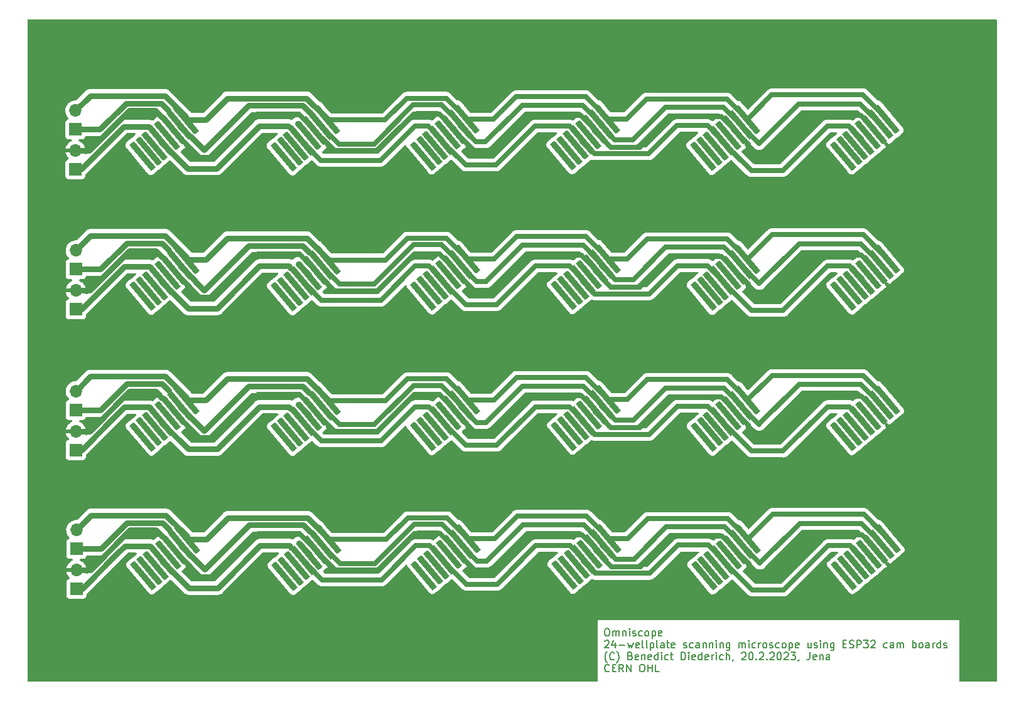
<source format=gbr>
%TF.GenerationSoftware,KiCad,Pcbnew,(6.0.1)*%
%TF.CreationDate,2023-02-20T14:11:08+01:00*%
%TF.ProjectId,omniscope,6f6d6e69-7363-46f7-9065-2e6b69636164,rev?*%
%TF.SameCoordinates,Original*%
%TF.FileFunction,Copper,L1,Top*%
%TF.FilePolarity,Positive*%
%FSLAX46Y46*%
G04 Gerber Fmt 4.6, Leading zero omitted, Abs format (unit mm)*
G04 Created by KiCad (PCBNEW (6.0.1)) date 2023-02-20 14:11:08*
%MOMM*%
%LPD*%
G01*
G04 APERTURE LIST*
G04 Aperture macros list*
%AMRotRect*
0 Rectangle, with rotation*
0 The origin of the aperture is its center*
0 $1 length*
0 $2 width*
0 $3 Rotation angle, in degrees counterclockwise*
0 Add horizontal line*
21,1,$1,$2,0,0,$3*%
G04 Aperture macros list end*
%ADD10C,0.150000*%
%TA.AperFunction,NonConductor*%
%ADD11C,0.150000*%
%TD*%
%TA.AperFunction,SMDPad,CuDef*%
%ADD12RotRect,0.806000X4.586000X40.000000*%
%TD*%
%TA.AperFunction,SMDPad,CuDef*%
%ADD13RotRect,0.800000X4.586000X40.000000*%
%TD*%
%TA.AperFunction,SMDPad,CuDef*%
%ADD14RotRect,0.808000X4.586000X40.000000*%
%TD*%
%TA.AperFunction,SMDPad,CuDef*%
%ADD15RotRect,0.810000X4.586000X40.000000*%
%TD*%
%TA.AperFunction,ComponentPad*%
%ADD16R,1.700000X1.700000*%
%TD*%
%TA.AperFunction,ComponentPad*%
%ADD17O,1.700000X1.700000*%
%TD*%
%TA.AperFunction,Conductor*%
%ADD18C,0.800000*%
%TD*%
%TA.AperFunction,Conductor*%
%ADD19C,0.700000*%
%TD*%
G04 APERTURE END LIST*
D10*
D11*
X89527671Y-92846180D02*
X89718147Y-92846180D01*
X89813385Y-92893800D01*
X89908623Y-92989038D01*
X89956242Y-93179514D01*
X89956242Y-93512847D01*
X89908623Y-93703323D01*
X89813385Y-93798561D01*
X89718147Y-93846180D01*
X89527671Y-93846180D01*
X89432433Y-93798561D01*
X89337195Y-93703323D01*
X89289576Y-93512847D01*
X89289576Y-93179514D01*
X89337195Y-92989038D01*
X89432433Y-92893800D01*
X89527671Y-92846180D01*
X90384814Y-93846180D02*
X90384814Y-93179514D01*
X90384814Y-93274752D02*
X90432433Y-93227133D01*
X90527671Y-93179514D01*
X90670528Y-93179514D01*
X90765766Y-93227133D01*
X90813385Y-93322371D01*
X90813385Y-93846180D01*
X90813385Y-93322371D02*
X90861004Y-93227133D01*
X90956242Y-93179514D01*
X91099100Y-93179514D01*
X91194338Y-93227133D01*
X91241957Y-93322371D01*
X91241957Y-93846180D01*
X91718147Y-93179514D02*
X91718147Y-93846180D01*
X91718147Y-93274752D02*
X91765766Y-93227133D01*
X91861004Y-93179514D01*
X92003861Y-93179514D01*
X92099100Y-93227133D01*
X92146719Y-93322371D01*
X92146719Y-93846180D01*
X92622909Y-93846180D02*
X92622909Y-93179514D01*
X92622909Y-92846180D02*
X92575290Y-92893800D01*
X92622909Y-92941419D01*
X92670528Y-92893800D01*
X92622909Y-92846180D01*
X92622909Y-92941419D01*
X93051480Y-93798561D02*
X93146719Y-93846180D01*
X93337195Y-93846180D01*
X93432433Y-93798561D01*
X93480052Y-93703323D01*
X93480052Y-93655704D01*
X93432433Y-93560466D01*
X93337195Y-93512847D01*
X93194338Y-93512847D01*
X93099100Y-93465228D01*
X93051480Y-93369990D01*
X93051480Y-93322371D01*
X93099100Y-93227133D01*
X93194338Y-93179514D01*
X93337195Y-93179514D01*
X93432433Y-93227133D01*
X94337195Y-93798561D02*
X94241957Y-93846180D01*
X94051480Y-93846180D01*
X93956242Y-93798561D01*
X93908623Y-93750942D01*
X93861004Y-93655704D01*
X93861004Y-93369990D01*
X93908623Y-93274752D01*
X93956242Y-93227133D01*
X94051480Y-93179514D01*
X94241957Y-93179514D01*
X94337195Y-93227133D01*
X94908623Y-93846180D02*
X94813385Y-93798561D01*
X94765766Y-93750942D01*
X94718147Y-93655704D01*
X94718147Y-93369990D01*
X94765766Y-93274752D01*
X94813385Y-93227133D01*
X94908623Y-93179514D01*
X95051480Y-93179514D01*
X95146719Y-93227133D01*
X95194338Y-93274752D01*
X95241957Y-93369990D01*
X95241957Y-93655704D01*
X95194338Y-93750942D01*
X95146719Y-93798561D01*
X95051480Y-93846180D01*
X94908623Y-93846180D01*
X95670528Y-93179514D02*
X95670528Y-94179514D01*
X95670528Y-93227133D02*
X95765766Y-93179514D01*
X95956242Y-93179514D01*
X96051480Y-93227133D01*
X96099100Y-93274752D01*
X96146719Y-93369990D01*
X96146719Y-93655704D01*
X96099100Y-93750942D01*
X96051480Y-93798561D01*
X95956242Y-93846180D01*
X95765766Y-93846180D01*
X95670528Y-93798561D01*
X96956242Y-93798561D02*
X96861004Y-93846180D01*
X96670528Y-93846180D01*
X96575290Y-93798561D01*
X96527671Y-93703323D01*
X96527671Y-93322371D01*
X96575290Y-93227133D01*
X96670528Y-93179514D01*
X96861004Y-93179514D01*
X96956242Y-93227133D01*
X97003861Y-93322371D01*
X97003861Y-93417609D01*
X96527671Y-93512847D01*
X89289576Y-94551419D02*
X89337195Y-94503800D01*
X89432433Y-94456180D01*
X89670528Y-94456180D01*
X89765766Y-94503800D01*
X89813385Y-94551419D01*
X89861004Y-94646657D01*
X89861004Y-94741895D01*
X89813385Y-94884752D01*
X89241957Y-95456180D01*
X89861004Y-95456180D01*
X90718147Y-94789514D02*
X90718147Y-95456180D01*
X90480052Y-94408561D02*
X90241957Y-95122847D01*
X90861004Y-95122847D01*
X91241957Y-95075228D02*
X92003861Y-95075228D01*
X92384814Y-94789514D02*
X92575290Y-95456180D01*
X92765766Y-94979990D01*
X92956242Y-95456180D01*
X93146719Y-94789514D01*
X93908623Y-95408561D02*
X93813385Y-95456180D01*
X93622909Y-95456180D01*
X93527671Y-95408561D01*
X93480052Y-95313323D01*
X93480052Y-94932371D01*
X93527671Y-94837133D01*
X93622909Y-94789514D01*
X93813385Y-94789514D01*
X93908623Y-94837133D01*
X93956242Y-94932371D01*
X93956242Y-95027609D01*
X93480052Y-95122847D01*
X94527671Y-95456180D02*
X94432433Y-95408561D01*
X94384814Y-95313323D01*
X94384814Y-94456180D01*
X95051480Y-95456180D02*
X94956242Y-95408561D01*
X94908623Y-95313323D01*
X94908623Y-94456180D01*
X95432433Y-94789514D02*
X95432433Y-95789514D01*
X95432433Y-94837133D02*
X95527671Y-94789514D01*
X95718147Y-94789514D01*
X95813385Y-94837133D01*
X95861004Y-94884752D01*
X95908623Y-94979990D01*
X95908623Y-95265704D01*
X95861004Y-95360942D01*
X95813385Y-95408561D01*
X95718147Y-95456180D01*
X95527671Y-95456180D01*
X95432433Y-95408561D01*
X96480052Y-95456180D02*
X96384814Y-95408561D01*
X96337195Y-95313323D01*
X96337195Y-94456180D01*
X97289576Y-95456180D02*
X97289576Y-94932371D01*
X97241957Y-94837133D01*
X97146719Y-94789514D01*
X96956242Y-94789514D01*
X96861004Y-94837133D01*
X97289576Y-95408561D02*
X97194338Y-95456180D01*
X96956242Y-95456180D01*
X96861004Y-95408561D01*
X96813385Y-95313323D01*
X96813385Y-95218085D01*
X96861004Y-95122847D01*
X96956242Y-95075228D01*
X97194338Y-95075228D01*
X97289576Y-95027609D01*
X97622909Y-94789514D02*
X98003861Y-94789514D01*
X97765766Y-94456180D02*
X97765766Y-95313323D01*
X97813385Y-95408561D01*
X97908623Y-95456180D01*
X98003861Y-95456180D01*
X98718147Y-95408561D02*
X98622909Y-95456180D01*
X98432433Y-95456180D01*
X98337195Y-95408561D01*
X98289576Y-95313323D01*
X98289576Y-94932371D01*
X98337195Y-94837133D01*
X98432433Y-94789514D01*
X98622909Y-94789514D01*
X98718147Y-94837133D01*
X98765766Y-94932371D01*
X98765766Y-95027609D01*
X98289576Y-95122847D01*
X99908623Y-95408561D02*
X100003861Y-95456180D01*
X100194338Y-95456180D01*
X100289576Y-95408561D01*
X100337195Y-95313323D01*
X100337195Y-95265704D01*
X100289576Y-95170466D01*
X100194338Y-95122847D01*
X100051480Y-95122847D01*
X99956242Y-95075228D01*
X99908623Y-94979990D01*
X99908623Y-94932371D01*
X99956242Y-94837133D01*
X100051480Y-94789514D01*
X100194338Y-94789514D01*
X100289576Y-94837133D01*
X101194338Y-95408561D02*
X101099100Y-95456180D01*
X100908623Y-95456180D01*
X100813385Y-95408561D01*
X100765766Y-95360942D01*
X100718147Y-95265704D01*
X100718147Y-94979990D01*
X100765766Y-94884752D01*
X100813385Y-94837133D01*
X100908623Y-94789514D01*
X101099100Y-94789514D01*
X101194338Y-94837133D01*
X102051480Y-95456180D02*
X102051480Y-94932371D01*
X102003861Y-94837133D01*
X101908623Y-94789514D01*
X101718147Y-94789514D01*
X101622909Y-94837133D01*
X102051480Y-95408561D02*
X101956242Y-95456180D01*
X101718147Y-95456180D01*
X101622909Y-95408561D01*
X101575290Y-95313323D01*
X101575290Y-95218085D01*
X101622909Y-95122847D01*
X101718147Y-95075228D01*
X101956242Y-95075228D01*
X102051480Y-95027609D01*
X102527671Y-94789514D02*
X102527671Y-95456180D01*
X102527671Y-94884752D02*
X102575290Y-94837133D01*
X102670528Y-94789514D01*
X102813385Y-94789514D01*
X102908623Y-94837133D01*
X102956242Y-94932371D01*
X102956242Y-95456180D01*
X103432433Y-94789514D02*
X103432433Y-95456180D01*
X103432433Y-94884752D02*
X103480052Y-94837133D01*
X103575290Y-94789514D01*
X103718147Y-94789514D01*
X103813385Y-94837133D01*
X103861004Y-94932371D01*
X103861004Y-95456180D01*
X104337195Y-95456180D02*
X104337195Y-94789514D01*
X104337195Y-94456180D02*
X104289576Y-94503800D01*
X104337195Y-94551419D01*
X104384814Y-94503800D01*
X104337195Y-94456180D01*
X104337195Y-94551419D01*
X104813385Y-94789514D02*
X104813385Y-95456180D01*
X104813385Y-94884752D02*
X104861004Y-94837133D01*
X104956242Y-94789514D01*
X105099100Y-94789514D01*
X105194338Y-94837133D01*
X105241957Y-94932371D01*
X105241957Y-95456180D01*
X106146719Y-94789514D02*
X106146719Y-95599038D01*
X106099100Y-95694276D01*
X106051480Y-95741895D01*
X105956242Y-95789514D01*
X105813385Y-95789514D01*
X105718147Y-95741895D01*
X106146719Y-95408561D02*
X106051480Y-95456180D01*
X105861004Y-95456180D01*
X105765766Y-95408561D01*
X105718147Y-95360942D01*
X105670528Y-95265704D01*
X105670528Y-94979990D01*
X105718147Y-94884752D01*
X105765766Y-94837133D01*
X105861004Y-94789514D01*
X106051480Y-94789514D01*
X106146719Y-94837133D01*
X107384814Y-95456180D02*
X107384814Y-94789514D01*
X107384814Y-94884752D02*
X107432433Y-94837133D01*
X107527671Y-94789514D01*
X107670528Y-94789514D01*
X107765766Y-94837133D01*
X107813385Y-94932371D01*
X107813385Y-95456180D01*
X107813385Y-94932371D02*
X107861004Y-94837133D01*
X107956242Y-94789514D01*
X108099100Y-94789514D01*
X108194338Y-94837133D01*
X108241957Y-94932371D01*
X108241957Y-95456180D01*
X108718147Y-95456180D02*
X108718147Y-94789514D01*
X108718147Y-94456180D02*
X108670528Y-94503800D01*
X108718147Y-94551419D01*
X108765766Y-94503800D01*
X108718147Y-94456180D01*
X108718147Y-94551419D01*
X109622909Y-95408561D02*
X109527671Y-95456180D01*
X109337195Y-95456180D01*
X109241957Y-95408561D01*
X109194338Y-95360942D01*
X109146719Y-95265704D01*
X109146719Y-94979990D01*
X109194338Y-94884752D01*
X109241957Y-94837133D01*
X109337195Y-94789514D01*
X109527671Y-94789514D01*
X109622909Y-94837133D01*
X110051480Y-95456180D02*
X110051480Y-94789514D01*
X110051480Y-94979990D02*
X110099100Y-94884752D01*
X110146719Y-94837133D01*
X110241957Y-94789514D01*
X110337195Y-94789514D01*
X110813385Y-95456180D02*
X110718147Y-95408561D01*
X110670528Y-95360942D01*
X110622909Y-95265704D01*
X110622909Y-94979990D01*
X110670528Y-94884752D01*
X110718147Y-94837133D01*
X110813385Y-94789514D01*
X110956242Y-94789514D01*
X111051480Y-94837133D01*
X111099100Y-94884752D01*
X111146719Y-94979990D01*
X111146719Y-95265704D01*
X111099100Y-95360942D01*
X111051480Y-95408561D01*
X110956242Y-95456180D01*
X110813385Y-95456180D01*
X111527671Y-95408561D02*
X111622909Y-95456180D01*
X111813385Y-95456180D01*
X111908623Y-95408561D01*
X111956242Y-95313323D01*
X111956242Y-95265704D01*
X111908623Y-95170466D01*
X111813385Y-95122847D01*
X111670528Y-95122847D01*
X111575290Y-95075228D01*
X111527671Y-94979990D01*
X111527671Y-94932371D01*
X111575290Y-94837133D01*
X111670528Y-94789514D01*
X111813385Y-94789514D01*
X111908623Y-94837133D01*
X112813385Y-95408561D02*
X112718147Y-95456180D01*
X112527671Y-95456180D01*
X112432433Y-95408561D01*
X112384814Y-95360942D01*
X112337195Y-95265704D01*
X112337195Y-94979990D01*
X112384814Y-94884752D01*
X112432433Y-94837133D01*
X112527671Y-94789514D01*
X112718147Y-94789514D01*
X112813385Y-94837133D01*
X113384814Y-95456180D02*
X113289576Y-95408561D01*
X113241957Y-95360942D01*
X113194338Y-95265704D01*
X113194338Y-94979990D01*
X113241957Y-94884752D01*
X113289576Y-94837133D01*
X113384814Y-94789514D01*
X113527671Y-94789514D01*
X113622909Y-94837133D01*
X113670528Y-94884752D01*
X113718147Y-94979990D01*
X113718147Y-95265704D01*
X113670528Y-95360942D01*
X113622909Y-95408561D01*
X113527671Y-95456180D01*
X113384814Y-95456180D01*
X114146719Y-94789514D02*
X114146719Y-95789514D01*
X114146719Y-94837133D02*
X114241957Y-94789514D01*
X114432433Y-94789514D01*
X114527671Y-94837133D01*
X114575290Y-94884752D01*
X114622909Y-94979990D01*
X114622909Y-95265704D01*
X114575290Y-95360942D01*
X114527671Y-95408561D01*
X114432433Y-95456180D01*
X114241957Y-95456180D01*
X114146719Y-95408561D01*
X115432433Y-95408561D02*
X115337195Y-95456180D01*
X115146719Y-95456180D01*
X115051480Y-95408561D01*
X115003861Y-95313323D01*
X115003861Y-94932371D01*
X115051480Y-94837133D01*
X115146719Y-94789514D01*
X115337195Y-94789514D01*
X115432433Y-94837133D01*
X115480052Y-94932371D01*
X115480052Y-95027609D01*
X115003861Y-95122847D01*
X117099100Y-94789514D02*
X117099100Y-95456180D01*
X116670528Y-94789514D02*
X116670528Y-95313323D01*
X116718147Y-95408561D01*
X116813385Y-95456180D01*
X116956242Y-95456180D01*
X117051480Y-95408561D01*
X117099100Y-95360942D01*
X117527671Y-95408561D02*
X117622909Y-95456180D01*
X117813385Y-95456180D01*
X117908623Y-95408561D01*
X117956242Y-95313323D01*
X117956242Y-95265704D01*
X117908623Y-95170466D01*
X117813385Y-95122847D01*
X117670528Y-95122847D01*
X117575290Y-95075228D01*
X117527671Y-94979990D01*
X117527671Y-94932371D01*
X117575290Y-94837133D01*
X117670528Y-94789514D01*
X117813385Y-94789514D01*
X117908623Y-94837133D01*
X118384814Y-95456180D02*
X118384814Y-94789514D01*
X118384814Y-94456180D02*
X118337195Y-94503800D01*
X118384814Y-94551419D01*
X118432433Y-94503800D01*
X118384814Y-94456180D01*
X118384814Y-94551419D01*
X118861004Y-94789514D02*
X118861004Y-95456180D01*
X118861004Y-94884752D02*
X118908623Y-94837133D01*
X119003861Y-94789514D01*
X119146719Y-94789514D01*
X119241957Y-94837133D01*
X119289576Y-94932371D01*
X119289576Y-95456180D01*
X120194338Y-94789514D02*
X120194338Y-95599038D01*
X120146719Y-95694276D01*
X120099099Y-95741895D01*
X120003861Y-95789514D01*
X119861004Y-95789514D01*
X119765766Y-95741895D01*
X120194338Y-95408561D02*
X120099099Y-95456180D01*
X119908623Y-95456180D01*
X119813385Y-95408561D01*
X119765766Y-95360942D01*
X119718147Y-95265704D01*
X119718147Y-94979990D01*
X119765766Y-94884752D01*
X119813385Y-94837133D01*
X119908623Y-94789514D01*
X120099099Y-94789514D01*
X120194338Y-94837133D01*
X121432433Y-94932371D02*
X121765766Y-94932371D01*
X121908623Y-95456180D02*
X121432433Y-95456180D01*
X121432433Y-94456180D01*
X121908623Y-94456180D01*
X122289576Y-95408561D02*
X122432433Y-95456180D01*
X122670528Y-95456180D01*
X122765766Y-95408561D01*
X122813385Y-95360942D01*
X122861004Y-95265704D01*
X122861004Y-95170466D01*
X122813385Y-95075228D01*
X122765766Y-95027609D01*
X122670528Y-94979990D01*
X122480052Y-94932371D01*
X122384814Y-94884752D01*
X122337195Y-94837133D01*
X122289576Y-94741895D01*
X122289576Y-94646657D01*
X122337195Y-94551419D01*
X122384814Y-94503800D01*
X122480052Y-94456180D01*
X122718147Y-94456180D01*
X122861004Y-94503800D01*
X123289576Y-95456180D02*
X123289576Y-94456180D01*
X123670528Y-94456180D01*
X123765766Y-94503800D01*
X123813385Y-94551419D01*
X123861004Y-94646657D01*
X123861004Y-94789514D01*
X123813385Y-94884752D01*
X123765766Y-94932371D01*
X123670528Y-94979990D01*
X123289576Y-94979990D01*
X124194338Y-94456180D02*
X124813385Y-94456180D01*
X124480052Y-94837133D01*
X124622909Y-94837133D01*
X124718147Y-94884752D01*
X124765766Y-94932371D01*
X124813385Y-95027609D01*
X124813385Y-95265704D01*
X124765766Y-95360942D01*
X124718147Y-95408561D01*
X124622909Y-95456180D01*
X124337195Y-95456180D01*
X124241957Y-95408561D01*
X124194338Y-95360942D01*
X125194338Y-94551419D02*
X125241957Y-94503800D01*
X125337195Y-94456180D01*
X125575290Y-94456180D01*
X125670528Y-94503800D01*
X125718147Y-94551419D01*
X125765766Y-94646657D01*
X125765766Y-94741895D01*
X125718147Y-94884752D01*
X125146719Y-95456180D01*
X125765766Y-95456180D01*
X127384814Y-95408561D02*
X127289576Y-95456180D01*
X127099100Y-95456180D01*
X127003861Y-95408561D01*
X126956242Y-95360942D01*
X126908623Y-95265704D01*
X126908623Y-94979990D01*
X126956242Y-94884752D01*
X127003861Y-94837133D01*
X127099100Y-94789514D01*
X127289576Y-94789514D01*
X127384814Y-94837133D01*
X128241957Y-95456180D02*
X128241957Y-94932371D01*
X128194338Y-94837133D01*
X128099100Y-94789514D01*
X127908623Y-94789514D01*
X127813385Y-94837133D01*
X128241957Y-95408561D02*
X128146719Y-95456180D01*
X127908623Y-95456180D01*
X127813385Y-95408561D01*
X127765766Y-95313323D01*
X127765766Y-95218085D01*
X127813385Y-95122847D01*
X127908623Y-95075228D01*
X128146719Y-95075228D01*
X128241957Y-95027609D01*
X128718147Y-95456180D02*
X128718147Y-94789514D01*
X128718147Y-94884752D02*
X128765766Y-94837133D01*
X128861004Y-94789514D01*
X129003861Y-94789514D01*
X129099100Y-94837133D01*
X129146719Y-94932371D01*
X129146719Y-95456180D01*
X129146719Y-94932371D02*
X129194338Y-94837133D01*
X129289576Y-94789514D01*
X129432433Y-94789514D01*
X129527671Y-94837133D01*
X129575290Y-94932371D01*
X129575290Y-95456180D01*
X130813385Y-95456180D02*
X130813385Y-94456180D01*
X130813385Y-94837133D02*
X130908623Y-94789514D01*
X131099100Y-94789514D01*
X131194338Y-94837133D01*
X131241957Y-94884752D01*
X131289576Y-94979990D01*
X131289576Y-95265704D01*
X131241957Y-95360942D01*
X131194338Y-95408561D01*
X131099100Y-95456180D01*
X130908623Y-95456180D01*
X130813385Y-95408561D01*
X131861004Y-95456180D02*
X131765766Y-95408561D01*
X131718147Y-95360942D01*
X131670528Y-95265704D01*
X131670528Y-94979990D01*
X131718147Y-94884752D01*
X131765766Y-94837133D01*
X131861004Y-94789514D01*
X132003861Y-94789514D01*
X132099100Y-94837133D01*
X132146719Y-94884752D01*
X132194338Y-94979990D01*
X132194338Y-95265704D01*
X132146719Y-95360942D01*
X132099100Y-95408561D01*
X132003861Y-95456180D01*
X131861004Y-95456180D01*
X133051480Y-95456180D02*
X133051480Y-94932371D01*
X133003861Y-94837133D01*
X132908623Y-94789514D01*
X132718147Y-94789514D01*
X132622909Y-94837133D01*
X133051480Y-95408561D02*
X132956242Y-95456180D01*
X132718147Y-95456180D01*
X132622909Y-95408561D01*
X132575290Y-95313323D01*
X132575290Y-95218085D01*
X132622909Y-95122847D01*
X132718147Y-95075228D01*
X132956242Y-95075228D01*
X133051480Y-95027609D01*
X133527671Y-95456180D02*
X133527671Y-94789514D01*
X133527671Y-94979990D02*
X133575290Y-94884752D01*
X133622909Y-94837133D01*
X133718147Y-94789514D01*
X133813385Y-94789514D01*
X134575290Y-95456180D02*
X134575290Y-94456180D01*
X134575290Y-95408561D02*
X134480052Y-95456180D01*
X134289576Y-95456180D01*
X134194338Y-95408561D01*
X134146719Y-95360942D01*
X134099100Y-95265704D01*
X134099100Y-94979990D01*
X134146719Y-94884752D01*
X134194338Y-94837133D01*
X134289576Y-94789514D01*
X134480052Y-94789514D01*
X134575290Y-94837133D01*
X135003861Y-95408561D02*
X135099100Y-95456180D01*
X135289576Y-95456180D01*
X135384814Y-95408561D01*
X135432433Y-95313323D01*
X135432433Y-95265704D01*
X135384814Y-95170466D01*
X135289576Y-95122847D01*
X135146719Y-95122847D01*
X135051480Y-95075228D01*
X135003861Y-94979990D01*
X135003861Y-94932371D01*
X135051480Y-94837133D01*
X135146719Y-94789514D01*
X135289576Y-94789514D01*
X135384814Y-94837133D01*
X89622909Y-97447133D02*
X89575290Y-97399514D01*
X89480052Y-97256657D01*
X89432433Y-97161419D01*
X89384814Y-97018561D01*
X89337195Y-96780466D01*
X89337195Y-96589990D01*
X89384814Y-96351895D01*
X89432433Y-96209038D01*
X89480052Y-96113800D01*
X89575290Y-95970942D01*
X89622909Y-95923323D01*
X90575290Y-96970942D02*
X90527671Y-97018561D01*
X90384814Y-97066180D01*
X90289576Y-97066180D01*
X90146719Y-97018561D01*
X90051480Y-96923323D01*
X90003861Y-96828085D01*
X89956242Y-96637609D01*
X89956242Y-96494752D01*
X90003861Y-96304276D01*
X90051480Y-96209038D01*
X90146719Y-96113800D01*
X90289576Y-96066180D01*
X90384814Y-96066180D01*
X90527671Y-96113800D01*
X90575290Y-96161419D01*
X90908623Y-97447133D02*
X90956242Y-97399514D01*
X91051480Y-97256657D01*
X91099100Y-97161419D01*
X91146719Y-97018561D01*
X91194338Y-96780466D01*
X91194338Y-96589990D01*
X91146719Y-96351895D01*
X91099100Y-96209038D01*
X91051480Y-96113800D01*
X90956242Y-95970942D01*
X90908623Y-95923323D01*
X92765766Y-96542371D02*
X92908623Y-96589990D01*
X92956242Y-96637609D01*
X93003861Y-96732847D01*
X93003861Y-96875704D01*
X92956242Y-96970942D01*
X92908623Y-97018561D01*
X92813385Y-97066180D01*
X92432433Y-97066180D01*
X92432433Y-96066180D01*
X92765766Y-96066180D01*
X92861004Y-96113800D01*
X92908623Y-96161419D01*
X92956242Y-96256657D01*
X92956242Y-96351895D01*
X92908623Y-96447133D01*
X92861004Y-96494752D01*
X92765766Y-96542371D01*
X92432433Y-96542371D01*
X93813385Y-97018561D02*
X93718147Y-97066180D01*
X93527671Y-97066180D01*
X93432433Y-97018561D01*
X93384814Y-96923323D01*
X93384814Y-96542371D01*
X93432433Y-96447133D01*
X93527671Y-96399514D01*
X93718147Y-96399514D01*
X93813385Y-96447133D01*
X93861004Y-96542371D01*
X93861004Y-96637609D01*
X93384814Y-96732847D01*
X94289576Y-96399514D02*
X94289576Y-97066180D01*
X94289576Y-96494752D02*
X94337195Y-96447133D01*
X94432433Y-96399514D01*
X94575290Y-96399514D01*
X94670528Y-96447133D01*
X94718147Y-96542371D01*
X94718147Y-97066180D01*
X95575290Y-97018561D02*
X95480052Y-97066180D01*
X95289576Y-97066180D01*
X95194338Y-97018561D01*
X95146719Y-96923323D01*
X95146719Y-96542371D01*
X95194338Y-96447133D01*
X95289576Y-96399514D01*
X95480052Y-96399514D01*
X95575290Y-96447133D01*
X95622909Y-96542371D01*
X95622909Y-96637609D01*
X95146719Y-96732847D01*
X96480052Y-97066180D02*
X96480052Y-96066180D01*
X96480052Y-97018561D02*
X96384814Y-97066180D01*
X96194338Y-97066180D01*
X96099100Y-97018561D01*
X96051480Y-96970942D01*
X96003861Y-96875704D01*
X96003861Y-96589990D01*
X96051480Y-96494752D01*
X96099100Y-96447133D01*
X96194338Y-96399514D01*
X96384814Y-96399514D01*
X96480052Y-96447133D01*
X96956242Y-97066180D02*
X96956242Y-96399514D01*
X96956242Y-96066180D02*
X96908623Y-96113800D01*
X96956242Y-96161419D01*
X97003861Y-96113800D01*
X96956242Y-96066180D01*
X96956242Y-96161419D01*
X97861004Y-97018561D02*
X97765766Y-97066180D01*
X97575290Y-97066180D01*
X97480052Y-97018561D01*
X97432433Y-96970942D01*
X97384814Y-96875704D01*
X97384814Y-96589990D01*
X97432433Y-96494752D01*
X97480052Y-96447133D01*
X97575290Y-96399514D01*
X97765766Y-96399514D01*
X97861004Y-96447133D01*
X98146719Y-96399514D02*
X98527671Y-96399514D01*
X98289576Y-96066180D02*
X98289576Y-96923323D01*
X98337195Y-97018561D01*
X98432433Y-97066180D01*
X98527671Y-97066180D01*
X99622909Y-97066180D02*
X99622909Y-96066180D01*
X99861004Y-96066180D01*
X100003861Y-96113800D01*
X100099100Y-96209038D01*
X100146719Y-96304276D01*
X100194338Y-96494752D01*
X100194338Y-96637609D01*
X100146719Y-96828085D01*
X100099100Y-96923323D01*
X100003861Y-97018561D01*
X99861004Y-97066180D01*
X99622909Y-97066180D01*
X100622909Y-97066180D02*
X100622909Y-96399514D01*
X100622909Y-96066180D02*
X100575290Y-96113800D01*
X100622909Y-96161419D01*
X100670528Y-96113800D01*
X100622909Y-96066180D01*
X100622909Y-96161419D01*
X101480052Y-97018561D02*
X101384814Y-97066180D01*
X101194338Y-97066180D01*
X101099100Y-97018561D01*
X101051480Y-96923323D01*
X101051480Y-96542371D01*
X101099100Y-96447133D01*
X101194338Y-96399514D01*
X101384814Y-96399514D01*
X101480052Y-96447133D01*
X101527671Y-96542371D01*
X101527671Y-96637609D01*
X101051480Y-96732847D01*
X102384814Y-97066180D02*
X102384814Y-96066180D01*
X102384814Y-97018561D02*
X102289576Y-97066180D01*
X102099100Y-97066180D01*
X102003861Y-97018561D01*
X101956242Y-96970942D01*
X101908623Y-96875704D01*
X101908623Y-96589990D01*
X101956242Y-96494752D01*
X102003861Y-96447133D01*
X102099100Y-96399514D01*
X102289576Y-96399514D01*
X102384814Y-96447133D01*
X103241957Y-97018561D02*
X103146719Y-97066180D01*
X102956242Y-97066180D01*
X102861004Y-97018561D01*
X102813385Y-96923323D01*
X102813385Y-96542371D01*
X102861004Y-96447133D01*
X102956242Y-96399514D01*
X103146719Y-96399514D01*
X103241957Y-96447133D01*
X103289576Y-96542371D01*
X103289576Y-96637609D01*
X102813385Y-96732847D01*
X103718147Y-97066180D02*
X103718147Y-96399514D01*
X103718147Y-96589990D02*
X103765766Y-96494752D01*
X103813385Y-96447133D01*
X103908623Y-96399514D01*
X104003861Y-96399514D01*
X104337195Y-97066180D02*
X104337195Y-96399514D01*
X104337195Y-96066180D02*
X104289576Y-96113800D01*
X104337195Y-96161419D01*
X104384814Y-96113800D01*
X104337195Y-96066180D01*
X104337195Y-96161419D01*
X105241957Y-97018561D02*
X105146719Y-97066180D01*
X104956242Y-97066180D01*
X104861004Y-97018561D01*
X104813385Y-96970942D01*
X104765766Y-96875704D01*
X104765766Y-96589990D01*
X104813385Y-96494752D01*
X104861004Y-96447133D01*
X104956242Y-96399514D01*
X105146719Y-96399514D01*
X105241957Y-96447133D01*
X105670528Y-97066180D02*
X105670528Y-96066180D01*
X106099100Y-97066180D02*
X106099100Y-96542371D01*
X106051480Y-96447133D01*
X105956242Y-96399514D01*
X105813385Y-96399514D01*
X105718147Y-96447133D01*
X105670528Y-96494752D01*
X106622909Y-97018561D02*
X106622909Y-97066180D01*
X106575290Y-97161419D01*
X106527671Y-97209038D01*
X107765766Y-96161419D02*
X107813385Y-96113800D01*
X107908623Y-96066180D01*
X108146719Y-96066180D01*
X108241957Y-96113800D01*
X108289576Y-96161419D01*
X108337195Y-96256657D01*
X108337195Y-96351895D01*
X108289576Y-96494752D01*
X107718147Y-97066180D01*
X108337195Y-97066180D01*
X108956242Y-96066180D02*
X109051480Y-96066180D01*
X109146719Y-96113800D01*
X109194338Y-96161419D01*
X109241957Y-96256657D01*
X109289576Y-96447133D01*
X109289576Y-96685228D01*
X109241957Y-96875704D01*
X109194338Y-96970942D01*
X109146719Y-97018561D01*
X109051480Y-97066180D01*
X108956242Y-97066180D01*
X108861004Y-97018561D01*
X108813385Y-96970942D01*
X108765766Y-96875704D01*
X108718147Y-96685228D01*
X108718147Y-96447133D01*
X108765766Y-96256657D01*
X108813385Y-96161419D01*
X108861004Y-96113800D01*
X108956242Y-96066180D01*
X109718147Y-96970942D02*
X109765766Y-97018561D01*
X109718147Y-97066180D01*
X109670528Y-97018561D01*
X109718147Y-96970942D01*
X109718147Y-97066180D01*
X110146719Y-96161419D02*
X110194338Y-96113800D01*
X110289576Y-96066180D01*
X110527671Y-96066180D01*
X110622909Y-96113800D01*
X110670528Y-96161419D01*
X110718147Y-96256657D01*
X110718147Y-96351895D01*
X110670528Y-96494752D01*
X110099100Y-97066180D01*
X110718147Y-97066180D01*
X111146719Y-96970942D02*
X111194338Y-97018561D01*
X111146719Y-97066180D01*
X111099100Y-97018561D01*
X111146719Y-96970942D01*
X111146719Y-97066180D01*
X111575290Y-96161419D02*
X111622909Y-96113800D01*
X111718147Y-96066180D01*
X111956242Y-96066180D01*
X112051480Y-96113800D01*
X112099100Y-96161419D01*
X112146719Y-96256657D01*
X112146719Y-96351895D01*
X112099100Y-96494752D01*
X111527671Y-97066180D01*
X112146719Y-97066180D01*
X112765766Y-96066180D02*
X112861004Y-96066180D01*
X112956242Y-96113800D01*
X113003861Y-96161419D01*
X113051480Y-96256657D01*
X113099100Y-96447133D01*
X113099100Y-96685228D01*
X113051480Y-96875704D01*
X113003861Y-96970942D01*
X112956242Y-97018561D01*
X112861004Y-97066180D01*
X112765766Y-97066180D01*
X112670528Y-97018561D01*
X112622909Y-96970942D01*
X112575290Y-96875704D01*
X112527671Y-96685228D01*
X112527671Y-96447133D01*
X112575290Y-96256657D01*
X112622909Y-96161419D01*
X112670528Y-96113800D01*
X112765766Y-96066180D01*
X113480052Y-96161419D02*
X113527671Y-96113800D01*
X113622909Y-96066180D01*
X113861004Y-96066180D01*
X113956242Y-96113800D01*
X114003861Y-96161419D01*
X114051480Y-96256657D01*
X114051480Y-96351895D01*
X114003861Y-96494752D01*
X113432433Y-97066180D01*
X114051480Y-97066180D01*
X114384814Y-96066180D02*
X115003861Y-96066180D01*
X114670528Y-96447133D01*
X114813385Y-96447133D01*
X114908623Y-96494752D01*
X114956242Y-96542371D01*
X115003861Y-96637609D01*
X115003861Y-96875704D01*
X114956242Y-96970942D01*
X114908623Y-97018561D01*
X114813385Y-97066180D01*
X114527671Y-97066180D01*
X114432433Y-97018561D01*
X114384814Y-96970942D01*
X115480052Y-97018561D02*
X115480052Y-97066180D01*
X115432433Y-97161419D01*
X115384814Y-97209038D01*
X116956242Y-96066180D02*
X116956242Y-96780466D01*
X116908623Y-96923323D01*
X116813385Y-97018561D01*
X116670528Y-97066180D01*
X116575290Y-97066180D01*
X117813385Y-97018561D02*
X117718147Y-97066180D01*
X117527671Y-97066180D01*
X117432433Y-97018561D01*
X117384814Y-96923323D01*
X117384814Y-96542371D01*
X117432433Y-96447133D01*
X117527671Y-96399514D01*
X117718147Y-96399514D01*
X117813385Y-96447133D01*
X117861004Y-96542371D01*
X117861004Y-96637609D01*
X117384814Y-96732847D01*
X118289576Y-96399514D02*
X118289576Y-97066180D01*
X118289576Y-96494752D02*
X118337195Y-96447133D01*
X118432433Y-96399514D01*
X118575290Y-96399514D01*
X118670528Y-96447133D01*
X118718147Y-96542371D01*
X118718147Y-97066180D01*
X119622909Y-97066180D02*
X119622909Y-96542371D01*
X119575290Y-96447133D01*
X119480052Y-96399514D01*
X119289576Y-96399514D01*
X119194338Y-96447133D01*
X119622909Y-97018561D02*
X119527671Y-97066180D01*
X119289576Y-97066180D01*
X119194338Y-97018561D01*
X119146719Y-96923323D01*
X119146719Y-96828085D01*
X119194338Y-96732847D01*
X119289576Y-96685228D01*
X119527671Y-96685228D01*
X119622909Y-96637609D01*
X89908623Y-98580942D02*
X89861004Y-98628561D01*
X89718147Y-98676180D01*
X89622909Y-98676180D01*
X89480052Y-98628561D01*
X89384814Y-98533323D01*
X89337195Y-98438085D01*
X89289576Y-98247609D01*
X89289576Y-98104752D01*
X89337195Y-97914276D01*
X89384814Y-97819038D01*
X89480052Y-97723800D01*
X89622909Y-97676180D01*
X89718147Y-97676180D01*
X89861004Y-97723800D01*
X89908623Y-97771419D01*
X90337195Y-98152371D02*
X90670528Y-98152371D01*
X90813385Y-98676180D02*
X90337195Y-98676180D01*
X90337195Y-97676180D01*
X90813385Y-97676180D01*
X91813385Y-98676180D02*
X91480052Y-98199990D01*
X91241957Y-98676180D02*
X91241957Y-97676180D01*
X91622909Y-97676180D01*
X91718147Y-97723800D01*
X91765766Y-97771419D01*
X91813385Y-97866657D01*
X91813385Y-98009514D01*
X91765766Y-98104752D01*
X91718147Y-98152371D01*
X91622909Y-98199990D01*
X91241957Y-98199990D01*
X92241957Y-98676180D02*
X92241957Y-97676180D01*
X92813385Y-98676180D01*
X92813385Y-97676180D01*
X94241957Y-97676180D02*
X94432433Y-97676180D01*
X94527671Y-97723800D01*
X94622909Y-97819038D01*
X94670528Y-98009514D01*
X94670528Y-98342847D01*
X94622909Y-98533323D01*
X94527671Y-98628561D01*
X94432433Y-98676180D01*
X94241957Y-98676180D01*
X94146719Y-98628561D01*
X94051480Y-98533323D01*
X94003861Y-98342847D01*
X94003861Y-98009514D01*
X94051480Y-97819038D01*
X94146719Y-97723800D01*
X94241957Y-97676180D01*
X95099100Y-98676180D02*
X95099100Y-97676180D01*
X95099100Y-98152371D02*
X95670528Y-98152371D01*
X95670528Y-98676180D02*
X95670528Y-97676180D01*
X96622909Y-98676180D02*
X96146719Y-98676180D01*
X96146719Y-97676180D01*
D12*
%TO.P,J8,1,Pin_1*%
%TO.N,unconnected-(J8-Pad1)*%
X45977519Y-29121373D03*
D13*
%TO.P,J8,2,Pin_2*%
%TO.N,unconnected-(J8-Pad2)*%
X46817870Y-28416233D03*
%TO.P,J8,3,Pin_3*%
%TO.N,unconnected-(J8-Pad3)*%
X47660520Y-27709168D03*
D14*
%TO.P,J8,4,Pin_4*%
%TO.N,+3V3*%
X48506233Y-26999531D03*
D13*
%TO.P,J8,5,Pin_5*%
%TO.N,unconnected-(J8-Pad5)*%
X49345818Y-26295033D03*
%TO.P,J8,6,Pin_6*%
%TO.N,GND*%
X50188467Y-25587970D03*
D15*
%TO.P,J8,7,Pin_7*%
%TO.N,+1V0*%
X51034946Y-24877689D03*
D13*
%TO.P,J8,8,Pin_8*%
%TO.N,+1V1*%
X51873765Y-24173835D03*
%TD*%
D16*
%TO.P,J2,1,Pin_1*%
%TO.N,+3V3*%
X17907297Y-30831900D03*
D17*
%TO.P,J2,2,Pin_2*%
%TO.N,GND*%
X17907297Y-28291900D03*
%TD*%
D12*
%TO.P,J6,1,Pin_1*%
%TO.N,unconnected-(J6-Pad1)*%
X102568719Y-29070573D03*
D13*
%TO.P,J6,2,Pin_2*%
%TO.N,unconnected-(J6-Pad2)*%
X103409070Y-28365433D03*
%TO.P,J6,3,Pin_3*%
%TO.N,unconnected-(J6-Pad3)*%
X104251720Y-27658368D03*
D14*
%TO.P,J6,4,Pin_4*%
%TO.N,+3V3*%
X105097433Y-26948731D03*
D13*
%TO.P,J6,5,Pin_5*%
%TO.N,unconnected-(J6-Pad5)*%
X105937018Y-26244233D03*
%TO.P,J6,6,Pin_6*%
%TO.N,GND*%
X106779667Y-25537170D03*
D15*
%TO.P,J6,7,Pin_7*%
%TO.N,+1V0*%
X107626146Y-24826889D03*
D13*
%TO.P,J6,8,Pin_8*%
%TO.N,+1V1*%
X108464965Y-24123035D03*
%TD*%
D16*
%TO.P,J3,1,Pin_1*%
%TO.N,+1V0*%
X17907297Y-25434100D03*
D17*
%TO.P,J3,2,Pin_2*%
%TO.N,+1V1*%
X17907297Y-22894100D03*
%TD*%
D12*
%TO.P,J4,1,Pin_1*%
%TO.N,unconnected-(J4-Pad1)*%
X64773519Y-29019773D03*
D13*
%TO.P,J4,2,Pin_2*%
%TO.N,unconnected-(J4-Pad2)*%
X65613870Y-28314633D03*
%TO.P,J4,3,Pin_3*%
%TO.N,unconnected-(J4-Pad3)*%
X66456520Y-27607568D03*
D14*
%TO.P,J4,4,Pin_4*%
%TO.N,+3V3*%
X67302233Y-26897931D03*
D13*
%TO.P,J4,5,Pin_5*%
%TO.N,unconnected-(J4-Pad5)*%
X68141818Y-26193433D03*
%TO.P,J4,6,Pin_6*%
%TO.N,GND*%
X68984467Y-25486370D03*
D15*
%TO.P,J4,7,Pin_7*%
%TO.N,+1V0*%
X69830946Y-24776089D03*
D13*
%TO.P,J4,8,Pin_8*%
%TO.N,+1V1*%
X70669765Y-24072235D03*
%TD*%
D12*
%TO.P,J5,1,Pin_1*%
%TO.N,unconnected-(J5-Pad1)*%
X83721919Y-28968973D03*
D13*
%TO.P,J5,2,Pin_2*%
%TO.N,unconnected-(J5-Pad2)*%
X84562270Y-28263833D03*
%TO.P,J5,3,Pin_3*%
%TO.N,unconnected-(J5-Pad3)*%
X85404920Y-27556768D03*
D14*
%TO.P,J5,4,Pin_4*%
%TO.N,+3V3*%
X86250633Y-26847131D03*
D13*
%TO.P,J5,5,Pin_5*%
%TO.N,unconnected-(J5-Pad5)*%
X87090218Y-26142633D03*
%TO.P,J5,6,Pin_6*%
%TO.N,GND*%
X87932867Y-25435570D03*
D15*
%TO.P,J5,7,Pin_7*%
%TO.N,+1V0*%
X88779346Y-24725289D03*
D13*
%TO.P,J5,8,Pin_8*%
%TO.N,+1V1*%
X89618165Y-24021435D03*
%TD*%
D12*
%TO.P,J7,1,Pin_1*%
%TO.N,unconnected-(J7-Pad1)*%
X121415519Y-29019773D03*
D13*
%TO.P,J7,2,Pin_2*%
%TO.N,unconnected-(J7-Pad2)*%
X122255870Y-28314633D03*
%TO.P,J7,3,Pin_3*%
%TO.N,unconnected-(J7-Pad3)*%
X123098520Y-27607568D03*
D14*
%TO.P,J7,4,Pin_4*%
%TO.N,+3V3*%
X123944233Y-26897931D03*
D13*
%TO.P,J7,5,Pin_5*%
%TO.N,unconnected-(J7-Pad5)*%
X124783818Y-26193433D03*
%TO.P,J7,6,Pin_6*%
%TO.N,GND*%
X125626467Y-25486370D03*
D15*
%TO.P,J7,7,Pin_7*%
%TO.N,+1V0*%
X126472946Y-24776089D03*
D13*
%TO.P,J7,8,Pin_8*%
%TO.N,+1V1*%
X127311765Y-24072235D03*
%TD*%
D12*
%TO.P,J1,1,Pin_1*%
%TO.N,unconnected-(J1-Pad1)*%
X26927519Y-29070573D03*
D13*
%TO.P,J1,2,Pin_2*%
%TO.N,unconnected-(J1-Pad2)*%
X27767870Y-28365433D03*
%TO.P,J1,3,Pin_3*%
%TO.N,unconnected-(J1-Pad3)*%
X28610520Y-27658368D03*
D14*
%TO.P,J1,4,Pin_4*%
%TO.N,+3V3*%
X29456233Y-26948731D03*
D13*
%TO.P,J1,5,Pin_5*%
%TO.N,unconnected-(J1-Pad5)*%
X30295818Y-26244233D03*
%TO.P,J1,6,Pin_6*%
%TO.N,GND*%
X31138467Y-25537170D03*
D15*
%TO.P,J1,7,Pin_7*%
%TO.N,+1V0*%
X31984946Y-24826889D03*
D13*
%TO.P,J1,8,Pin_8*%
%TO.N,+1V1*%
X32823765Y-24123035D03*
%TD*%
D12*
%TO.P,J8,1,Pin_1*%
%TO.N,unconnected-(J8-Pad1)*%
X46028319Y-48018973D03*
D13*
%TO.P,J8,2,Pin_2*%
%TO.N,unconnected-(J8-Pad2)*%
X46868670Y-47313833D03*
%TO.P,J8,3,Pin_3*%
%TO.N,unconnected-(J8-Pad3)*%
X47711320Y-46606768D03*
D14*
%TO.P,J8,4,Pin_4*%
%TO.N,+3V3*%
X48557033Y-45897131D03*
D13*
%TO.P,J8,5,Pin_5*%
%TO.N,unconnected-(J8-Pad5)*%
X49396618Y-45192633D03*
%TO.P,J8,6,Pin_6*%
%TO.N,GND*%
X50239267Y-44485570D03*
D15*
%TO.P,J8,7,Pin_7*%
%TO.N,+1V0*%
X51085746Y-43775289D03*
D13*
%TO.P,J8,8,Pin_8*%
%TO.N,+1V1*%
X51924565Y-43071435D03*
%TD*%
D16*
%TO.P,J2,1,Pin_1*%
%TO.N,+3V3*%
X17958097Y-49729500D03*
D17*
%TO.P,J2,2,Pin_2*%
%TO.N,GND*%
X17958097Y-47189500D03*
%TD*%
D12*
%TO.P,J6,1,Pin_1*%
%TO.N,unconnected-(J6-Pad1)*%
X102619519Y-47968173D03*
D13*
%TO.P,J6,2,Pin_2*%
%TO.N,unconnected-(J6-Pad2)*%
X103459870Y-47263033D03*
%TO.P,J6,3,Pin_3*%
%TO.N,unconnected-(J6-Pad3)*%
X104302520Y-46555968D03*
D14*
%TO.P,J6,4,Pin_4*%
%TO.N,+3V3*%
X105148233Y-45846331D03*
D13*
%TO.P,J6,5,Pin_5*%
%TO.N,unconnected-(J6-Pad5)*%
X105987818Y-45141833D03*
%TO.P,J6,6,Pin_6*%
%TO.N,GND*%
X106830467Y-44434770D03*
D15*
%TO.P,J6,7,Pin_7*%
%TO.N,+1V0*%
X107676946Y-43724489D03*
D13*
%TO.P,J6,8,Pin_8*%
%TO.N,+1V1*%
X108515765Y-43020635D03*
%TD*%
D16*
%TO.P,J3,1,Pin_1*%
%TO.N,+1V0*%
X17958097Y-44331700D03*
D17*
%TO.P,J3,2,Pin_2*%
%TO.N,+1V1*%
X17958097Y-41791700D03*
%TD*%
D12*
%TO.P,J4,1,Pin_1*%
%TO.N,unconnected-(J4-Pad1)*%
X64824319Y-47917373D03*
D13*
%TO.P,J4,2,Pin_2*%
%TO.N,unconnected-(J4-Pad2)*%
X65664670Y-47212233D03*
%TO.P,J4,3,Pin_3*%
%TO.N,unconnected-(J4-Pad3)*%
X66507320Y-46505168D03*
D14*
%TO.P,J4,4,Pin_4*%
%TO.N,+3V3*%
X67353033Y-45795531D03*
D13*
%TO.P,J4,5,Pin_5*%
%TO.N,unconnected-(J4-Pad5)*%
X68192618Y-45091033D03*
%TO.P,J4,6,Pin_6*%
%TO.N,GND*%
X69035267Y-44383970D03*
D15*
%TO.P,J4,7,Pin_7*%
%TO.N,+1V0*%
X69881746Y-43673689D03*
D13*
%TO.P,J4,8,Pin_8*%
%TO.N,+1V1*%
X70720565Y-42969835D03*
%TD*%
D12*
%TO.P,J5,1,Pin_1*%
%TO.N,unconnected-(J5-Pad1)*%
X83772719Y-47866573D03*
D13*
%TO.P,J5,2,Pin_2*%
%TO.N,unconnected-(J5-Pad2)*%
X84613070Y-47161433D03*
%TO.P,J5,3,Pin_3*%
%TO.N,unconnected-(J5-Pad3)*%
X85455720Y-46454368D03*
D14*
%TO.P,J5,4,Pin_4*%
%TO.N,+3V3*%
X86301433Y-45744731D03*
D13*
%TO.P,J5,5,Pin_5*%
%TO.N,unconnected-(J5-Pad5)*%
X87141018Y-45040233D03*
%TO.P,J5,6,Pin_6*%
%TO.N,GND*%
X87983667Y-44333170D03*
D15*
%TO.P,J5,7,Pin_7*%
%TO.N,+1V0*%
X88830146Y-43622889D03*
D13*
%TO.P,J5,8,Pin_8*%
%TO.N,+1V1*%
X89668965Y-42919035D03*
%TD*%
D12*
%TO.P,J7,1,Pin_1*%
%TO.N,unconnected-(J7-Pad1)*%
X121466319Y-47917373D03*
D13*
%TO.P,J7,2,Pin_2*%
%TO.N,unconnected-(J7-Pad2)*%
X122306670Y-47212233D03*
%TO.P,J7,3,Pin_3*%
%TO.N,unconnected-(J7-Pad3)*%
X123149320Y-46505168D03*
D14*
%TO.P,J7,4,Pin_4*%
%TO.N,+3V3*%
X123995033Y-45795531D03*
D13*
%TO.P,J7,5,Pin_5*%
%TO.N,unconnected-(J7-Pad5)*%
X124834618Y-45091033D03*
%TO.P,J7,6,Pin_6*%
%TO.N,GND*%
X125677267Y-44383970D03*
D15*
%TO.P,J7,7,Pin_7*%
%TO.N,+1V0*%
X126523746Y-43673689D03*
D13*
%TO.P,J7,8,Pin_8*%
%TO.N,+1V1*%
X127362565Y-42969835D03*
%TD*%
D12*
%TO.P,J1,1,Pin_1*%
%TO.N,unconnected-(J1-Pad1)*%
X26978319Y-47968173D03*
D13*
%TO.P,J1,2,Pin_2*%
%TO.N,unconnected-(J1-Pad2)*%
X27818670Y-47263033D03*
%TO.P,J1,3,Pin_3*%
%TO.N,unconnected-(J1-Pad3)*%
X28661320Y-46555968D03*
D14*
%TO.P,J1,4,Pin_4*%
%TO.N,+3V3*%
X29507033Y-45846331D03*
D13*
%TO.P,J1,5,Pin_5*%
%TO.N,unconnected-(J1-Pad5)*%
X30346618Y-45141833D03*
%TO.P,J1,6,Pin_6*%
%TO.N,GND*%
X31189267Y-44434770D03*
D15*
%TO.P,J1,7,Pin_7*%
%TO.N,+1V0*%
X32035746Y-43724489D03*
D13*
%TO.P,J1,8,Pin_8*%
%TO.N,+1V1*%
X32874565Y-43020635D03*
%TD*%
D12*
%TO.P,J8,1,Pin_1*%
%TO.N,unconnected-(J8-Pad1)*%
X46028319Y-67018173D03*
D13*
%TO.P,J8,2,Pin_2*%
%TO.N,unconnected-(J8-Pad2)*%
X46868670Y-66313033D03*
%TO.P,J8,3,Pin_3*%
%TO.N,unconnected-(J8-Pad3)*%
X47711320Y-65605968D03*
D14*
%TO.P,J8,4,Pin_4*%
%TO.N,+3V3*%
X48557033Y-64896331D03*
D13*
%TO.P,J8,5,Pin_5*%
%TO.N,unconnected-(J8-Pad5)*%
X49396618Y-64191833D03*
%TO.P,J8,6,Pin_6*%
%TO.N,GND*%
X50239267Y-63484770D03*
D15*
%TO.P,J8,7,Pin_7*%
%TO.N,+1V0*%
X51085746Y-62774489D03*
D13*
%TO.P,J8,8,Pin_8*%
%TO.N,+1V1*%
X51924565Y-62070635D03*
%TD*%
D16*
%TO.P,J2,1,Pin_1*%
%TO.N,+3V3*%
X17958097Y-68728700D03*
D17*
%TO.P,J2,2,Pin_2*%
%TO.N,GND*%
X17958097Y-66188700D03*
%TD*%
D12*
%TO.P,J6,1,Pin_1*%
%TO.N,unconnected-(J6-Pad1)*%
X102619519Y-66967373D03*
D13*
%TO.P,J6,2,Pin_2*%
%TO.N,unconnected-(J6-Pad2)*%
X103459870Y-66262233D03*
%TO.P,J6,3,Pin_3*%
%TO.N,unconnected-(J6-Pad3)*%
X104302520Y-65555168D03*
D14*
%TO.P,J6,4,Pin_4*%
%TO.N,+3V3*%
X105148233Y-64845531D03*
D13*
%TO.P,J6,5,Pin_5*%
%TO.N,unconnected-(J6-Pad5)*%
X105987818Y-64141033D03*
%TO.P,J6,6,Pin_6*%
%TO.N,GND*%
X106830467Y-63433970D03*
D15*
%TO.P,J6,7,Pin_7*%
%TO.N,+1V0*%
X107676946Y-62723689D03*
D13*
%TO.P,J6,8,Pin_8*%
%TO.N,+1V1*%
X108515765Y-62019835D03*
%TD*%
D16*
%TO.P,J3,1,Pin_1*%
%TO.N,+1V0*%
X17958097Y-63330900D03*
D17*
%TO.P,J3,2,Pin_2*%
%TO.N,+1V1*%
X17958097Y-60790900D03*
%TD*%
D12*
%TO.P,J4,1,Pin_1*%
%TO.N,unconnected-(J4-Pad1)*%
X64824319Y-66916573D03*
D13*
%TO.P,J4,2,Pin_2*%
%TO.N,unconnected-(J4-Pad2)*%
X65664670Y-66211433D03*
%TO.P,J4,3,Pin_3*%
%TO.N,unconnected-(J4-Pad3)*%
X66507320Y-65504368D03*
D14*
%TO.P,J4,4,Pin_4*%
%TO.N,+3V3*%
X67353033Y-64794731D03*
D13*
%TO.P,J4,5,Pin_5*%
%TO.N,unconnected-(J4-Pad5)*%
X68192618Y-64090233D03*
%TO.P,J4,6,Pin_6*%
%TO.N,GND*%
X69035267Y-63383170D03*
D15*
%TO.P,J4,7,Pin_7*%
%TO.N,+1V0*%
X69881746Y-62672889D03*
D13*
%TO.P,J4,8,Pin_8*%
%TO.N,+1V1*%
X70720565Y-61969035D03*
%TD*%
D12*
%TO.P,J5,1,Pin_1*%
%TO.N,unconnected-(J5-Pad1)*%
X83772719Y-66865773D03*
D13*
%TO.P,J5,2,Pin_2*%
%TO.N,unconnected-(J5-Pad2)*%
X84613070Y-66160633D03*
%TO.P,J5,3,Pin_3*%
%TO.N,unconnected-(J5-Pad3)*%
X85455720Y-65453568D03*
D14*
%TO.P,J5,4,Pin_4*%
%TO.N,+3V3*%
X86301433Y-64743931D03*
D13*
%TO.P,J5,5,Pin_5*%
%TO.N,unconnected-(J5-Pad5)*%
X87141018Y-64039433D03*
%TO.P,J5,6,Pin_6*%
%TO.N,GND*%
X87983667Y-63332370D03*
D15*
%TO.P,J5,7,Pin_7*%
%TO.N,+1V0*%
X88830146Y-62622089D03*
D13*
%TO.P,J5,8,Pin_8*%
%TO.N,+1V1*%
X89668965Y-61918235D03*
%TD*%
D12*
%TO.P,J7,1,Pin_1*%
%TO.N,unconnected-(J7-Pad1)*%
X121466319Y-66916573D03*
D13*
%TO.P,J7,2,Pin_2*%
%TO.N,unconnected-(J7-Pad2)*%
X122306670Y-66211433D03*
%TO.P,J7,3,Pin_3*%
%TO.N,unconnected-(J7-Pad3)*%
X123149320Y-65504368D03*
D14*
%TO.P,J7,4,Pin_4*%
%TO.N,+3V3*%
X123995033Y-64794731D03*
D13*
%TO.P,J7,5,Pin_5*%
%TO.N,unconnected-(J7-Pad5)*%
X124834618Y-64090233D03*
%TO.P,J7,6,Pin_6*%
%TO.N,GND*%
X125677267Y-63383170D03*
D15*
%TO.P,J7,7,Pin_7*%
%TO.N,+1V0*%
X126523746Y-62672889D03*
D13*
%TO.P,J7,8,Pin_8*%
%TO.N,+1V1*%
X127362565Y-61969035D03*
%TD*%
D12*
%TO.P,J1,1,Pin_1*%
%TO.N,unconnected-(J1-Pad1)*%
X26978319Y-66967373D03*
D13*
%TO.P,J1,2,Pin_2*%
%TO.N,unconnected-(J1-Pad2)*%
X27818670Y-66262233D03*
%TO.P,J1,3,Pin_3*%
%TO.N,unconnected-(J1-Pad3)*%
X28661320Y-65555168D03*
D14*
%TO.P,J1,4,Pin_4*%
%TO.N,+3V3*%
X29507033Y-64845531D03*
D13*
%TO.P,J1,5,Pin_5*%
%TO.N,unconnected-(J1-Pad5)*%
X30346618Y-64141033D03*
%TO.P,J1,6,Pin_6*%
%TO.N,GND*%
X31189267Y-63433970D03*
D15*
%TO.P,J1,7,Pin_7*%
%TO.N,+1V0*%
X32035746Y-62723689D03*
D13*
%TO.P,J1,8,Pin_8*%
%TO.N,+1V1*%
X32874565Y-62019835D03*
%TD*%
D12*
%TO.P,J6,1,Pin_1*%
%TO.N,unconnected-(J6-Pad1)*%
X102695422Y-85721273D03*
D13*
%TO.P,J6,2,Pin_2*%
%TO.N,unconnected-(J6-Pad2)*%
X103535773Y-85016133D03*
%TO.P,J6,3,Pin_3*%
%TO.N,unconnected-(J6-Pad3)*%
X104378423Y-84309068D03*
D14*
%TO.P,J6,4,Pin_4*%
%TO.N,+3V3*%
X105224136Y-83599431D03*
D13*
%TO.P,J6,5,Pin_5*%
%TO.N,unconnected-(J6-Pad5)*%
X106063721Y-82894933D03*
%TO.P,J6,6,Pin_6*%
%TO.N,GND*%
X106906370Y-82187870D03*
D15*
%TO.P,J6,7,Pin_7*%
%TO.N,+1V0*%
X107752849Y-81477589D03*
D13*
%TO.P,J6,8,Pin_8*%
%TO.N,+1V1*%
X108591668Y-80773735D03*
%TD*%
D12*
%TO.P,J8,1,Pin_1*%
%TO.N,unconnected-(J8-Pad1)*%
X46104222Y-85772073D03*
D13*
%TO.P,J8,2,Pin_2*%
%TO.N,unconnected-(J8-Pad2)*%
X46944573Y-85066933D03*
%TO.P,J8,3,Pin_3*%
%TO.N,unconnected-(J8-Pad3)*%
X47787223Y-84359868D03*
D14*
%TO.P,J8,4,Pin_4*%
%TO.N,+3V3*%
X48632936Y-83650231D03*
D13*
%TO.P,J8,5,Pin_5*%
%TO.N,unconnected-(J8-Pad5)*%
X49472521Y-82945733D03*
%TO.P,J8,6,Pin_6*%
%TO.N,GND*%
X50315170Y-82238670D03*
D15*
%TO.P,J8,7,Pin_7*%
%TO.N,+1V0*%
X51161649Y-81528389D03*
D13*
%TO.P,J8,8,Pin_8*%
%TO.N,+1V1*%
X52000468Y-80824535D03*
%TD*%
D12*
%TO.P,J7,1,Pin_1*%
%TO.N,unconnected-(J7-Pad1)*%
X121542222Y-85670473D03*
D13*
%TO.P,J7,2,Pin_2*%
%TO.N,unconnected-(J7-Pad2)*%
X122382573Y-84965333D03*
%TO.P,J7,3,Pin_3*%
%TO.N,unconnected-(J7-Pad3)*%
X123225223Y-84258268D03*
D14*
%TO.P,J7,4,Pin_4*%
%TO.N,+3V3*%
X124070936Y-83548631D03*
D13*
%TO.P,J7,5,Pin_5*%
%TO.N,unconnected-(J7-Pad5)*%
X124910521Y-82844133D03*
%TO.P,J7,6,Pin_6*%
%TO.N,GND*%
X125753170Y-82137070D03*
D15*
%TO.P,J7,7,Pin_7*%
%TO.N,+1V0*%
X126599649Y-81426789D03*
D13*
%TO.P,J7,8,Pin_8*%
%TO.N,+1V1*%
X127438468Y-80722935D03*
%TD*%
D12*
%TO.P,J4,1,Pin_1*%
%TO.N,unconnected-(J4-Pad1)*%
X64900222Y-85670473D03*
D13*
%TO.P,J4,2,Pin_2*%
%TO.N,unconnected-(J4-Pad2)*%
X65740573Y-84965333D03*
%TO.P,J4,3,Pin_3*%
%TO.N,unconnected-(J4-Pad3)*%
X66583223Y-84258268D03*
D14*
%TO.P,J4,4,Pin_4*%
%TO.N,+3V3*%
X67428936Y-83548631D03*
D13*
%TO.P,J4,5,Pin_5*%
%TO.N,unconnected-(J4-Pad5)*%
X68268521Y-82844133D03*
%TO.P,J4,6,Pin_6*%
%TO.N,GND*%
X69111170Y-82137070D03*
D15*
%TO.P,J4,7,Pin_7*%
%TO.N,+1V0*%
X69957649Y-81426789D03*
D13*
%TO.P,J4,8,Pin_8*%
%TO.N,+1V1*%
X70796468Y-80722935D03*
%TD*%
D16*
%TO.P,J3,1,Pin_1*%
%TO.N,+1V0*%
X18034000Y-82084800D03*
D17*
%TO.P,J3,2,Pin_2*%
%TO.N,+1V1*%
X18034000Y-79544800D03*
%TD*%
D12*
%TO.P,J5,1,Pin_1*%
%TO.N,unconnected-(J5-Pad1)*%
X83848622Y-85619673D03*
D13*
%TO.P,J5,2,Pin_2*%
%TO.N,unconnected-(J5-Pad2)*%
X84688973Y-84914533D03*
%TO.P,J5,3,Pin_3*%
%TO.N,unconnected-(J5-Pad3)*%
X85531623Y-84207468D03*
D14*
%TO.P,J5,4,Pin_4*%
%TO.N,+3V3*%
X86377336Y-83497831D03*
D13*
%TO.P,J5,5,Pin_5*%
%TO.N,unconnected-(J5-Pad5)*%
X87216921Y-82793333D03*
%TO.P,J5,6,Pin_6*%
%TO.N,GND*%
X88059570Y-82086270D03*
D15*
%TO.P,J5,7,Pin_7*%
%TO.N,+1V0*%
X88906049Y-81375989D03*
D13*
%TO.P,J5,8,Pin_8*%
%TO.N,+1V1*%
X89744868Y-80672135D03*
%TD*%
D16*
%TO.P,J2,1,Pin_1*%
%TO.N,+3V3*%
X18034000Y-87482600D03*
D17*
%TO.P,J2,2,Pin_2*%
%TO.N,GND*%
X18034000Y-84942600D03*
%TD*%
D12*
%TO.P,J1,1,Pin_1*%
%TO.N,unconnected-(J1-Pad1)*%
X27054222Y-85721273D03*
D13*
%TO.P,J1,2,Pin_2*%
%TO.N,unconnected-(J1-Pad2)*%
X27894573Y-85016133D03*
%TO.P,J1,3,Pin_3*%
%TO.N,unconnected-(J1-Pad3)*%
X28737223Y-84309068D03*
D14*
%TO.P,J1,4,Pin_4*%
%TO.N,+3V3*%
X29582936Y-83599431D03*
D13*
%TO.P,J1,5,Pin_5*%
%TO.N,unconnected-(J1-Pad5)*%
X30422521Y-82894933D03*
%TO.P,J1,6,Pin_6*%
%TO.N,GND*%
X31265170Y-82187870D03*
D15*
%TO.P,J1,7,Pin_7*%
%TO.N,+1V0*%
X32111649Y-81477589D03*
D13*
%TO.P,J1,8,Pin_8*%
%TO.N,+1V1*%
X32950468Y-80773735D03*
%TD*%
D18*
%TO.N,+1V0*%
X35230097Y-28236100D02*
X41240977Y-22225220D01*
%TO.N,+1V1*%
X32823765Y-23746968D02*
X32823765Y-24123035D01*
X35482362Y-24123035D02*
X38379697Y-21225700D01*
X38379697Y-21225700D02*
X49084010Y-21225700D01*
X32823765Y-24123035D02*
X35482362Y-24123035D01*
%TO.N,+1V0*%
X31984946Y-24990949D02*
X34036297Y-27042300D01*
X41240977Y-22225220D02*
X48519726Y-22225220D01*
%TO.N,unconnected-(J8-Pad5)*%
X49345818Y-26295033D02*
X49345818Y-26146621D01*
%TO.N,+1V1*%
X49084010Y-21225700D02*
X51952955Y-24094645D01*
%TO.N,+1V0*%
X29506177Y-21902580D02*
X30454897Y-22851300D01*
%TO.N,+1V1*%
X17907297Y-22894100D02*
X19898336Y-20903061D01*
%TO.N,unconnected-(J8-Pad5)*%
X49345818Y-26146621D02*
X47879297Y-24680100D01*
%TO.N,+1V0*%
X31984946Y-24990949D02*
X35230097Y-28236100D01*
%TO.N,+1V1*%
X19898336Y-20903061D02*
X29979858Y-20903061D01*
X29979858Y-20903061D02*
X32823765Y-23746968D01*
%TO.N,+1V0*%
X24757683Y-21902580D02*
X29506177Y-21902580D01*
X48519726Y-22225220D02*
X49452352Y-23157846D01*
X17907297Y-25434100D02*
X21226163Y-25434100D01*
X21226163Y-25434100D02*
X24757683Y-21902580D01*
%TO.N,GND*%
X19781897Y-28291900D02*
X25171697Y-22902100D01*
X17907297Y-28291900D02*
X19781897Y-28291900D01*
D19*
%TO.N,+3V3*%
X87909697Y-28744100D02*
X95224897Y-28744100D01*
X95224897Y-28744100D02*
X99034897Y-24934100D01*
X86250633Y-27085036D02*
X87909697Y-28744100D01*
X99034897Y-24934100D02*
X103150751Y-24934100D01*
X103150751Y-24934100D02*
X105131408Y-26914757D01*
X86250633Y-26847131D02*
X86250633Y-27085036D01*
%TO.N,+1V0*%
X97460097Y-22444900D02*
X105310696Y-22444900D01*
X105310696Y-22444900D02*
X107659416Y-24793620D01*
%TO.N,GND*%
X74396897Y-28286900D02*
X79172097Y-23511700D01*
%TO.N,+1V0*%
X93091297Y-26813700D02*
X97460097Y-22444900D01*
%TO.N,+3V3*%
X59055297Y-29607700D02*
X51035186Y-29607700D01*
%TO.N,GND*%
X68984467Y-25617670D02*
X71653697Y-28286900D01*
X86082584Y-23511700D02*
X87969661Y-25398777D01*
%TO.N,+1V0*%
X90652897Y-26813700D02*
X93091297Y-26813700D01*
%TO.N,+3V3*%
X51035186Y-29607700D02*
X48466625Y-27039139D01*
X63678097Y-24984900D02*
X59055297Y-29607700D01*
X65506897Y-24984900D02*
X63678097Y-24984900D01*
%TO.N,+1V0*%
X88779346Y-24940149D02*
X90652897Y-26813700D01*
%TO.N,GND*%
X79172097Y-23511700D02*
X86082584Y-23511700D01*
X68984467Y-25486370D02*
X68984467Y-25617670D01*
%TO.N,+3V3*%
X67302233Y-26897931D02*
X67302233Y-26780236D01*
X67302233Y-26780236D02*
X65506897Y-24984900D01*
%TO.N,GND*%
X71653697Y-28286900D02*
X74396897Y-28286900D01*
%TO.N,+1V0*%
X88779346Y-24725289D02*
X88779346Y-24940149D01*
%TO.N,GND*%
X98154339Y-23681058D02*
X104997142Y-23681058D01*
X104997142Y-23681058D02*
X106779667Y-25463583D01*
X90094097Y-27829700D02*
X94005697Y-27829700D01*
X94005697Y-27829700D02*
X98154339Y-23681058D01*
X87932867Y-25668470D02*
X90094097Y-27829700D01*
X87932867Y-25435570D02*
X87932867Y-25668470D01*
X108636097Y-27467183D02*
X106742875Y-25573961D01*
%TO.N,+3V3*%
X79874604Y-24993593D02*
X84515061Y-24993593D01*
X86250633Y-26729165D02*
X86250633Y-26847131D01*
X67302233Y-26983436D02*
X70536097Y-30217300D01*
X67302233Y-26897931D02*
X67302233Y-26983436D01*
%TO.N,GND*%
X108636097Y-28185300D02*
X108636097Y-27467183D01*
X109398097Y-28947300D02*
X108636097Y-28185300D01*
X125626467Y-25363670D02*
X123825297Y-23562500D01*
%TO.N,+3V3*%
X70536097Y-30217300D02*
X74650897Y-30217300D01*
%TO.N,GND*%
X125626467Y-25486370D02*
X125626467Y-25363670D01*
X123825297Y-23562500D02*
X116357697Y-23562500D01*
X110972897Y-28947300D02*
X109398097Y-28947300D01*
X106779667Y-25463583D02*
X106779667Y-25537170D01*
X116357697Y-23562500D02*
X110972897Y-28947300D01*
%TO.N,+3V3*%
X84515061Y-24993593D02*
X86250633Y-26729165D01*
%TO.N,+1V0*%
X126472946Y-24686149D02*
X123774497Y-21987700D01*
X110091131Y-27339866D02*
X110091131Y-27372500D01*
X115443297Y-21987700D02*
X110091131Y-27339866D01*
X110091131Y-27372500D02*
X107626146Y-24907515D01*
X107626146Y-24907515D02*
X107626146Y-24826889D01*
X86311496Y-22190900D02*
X88812616Y-24692020D01*
X71958497Y-27118500D02*
X73228497Y-27118500D01*
X69830946Y-24776089D02*
X69830946Y-24990949D01*
%TO.N,+3V3*%
X123944233Y-26831036D02*
X122555297Y-25442100D01*
%TO.N,+1V1*%
X124095700Y-20768500D02*
X127355600Y-24028400D01*
X111819500Y-20768500D02*
X124095700Y-20768500D01*
X108464965Y-24123035D02*
X111819500Y-20768500D01*
%TO.N,+1V0*%
X73228497Y-27118500D02*
X78156097Y-22190900D01*
X78156097Y-22190900D02*
X86311496Y-22190900D01*
X69830946Y-24990949D02*
X71958497Y-27118500D01*
D18*
%TO.N,+3V3*%
X17907297Y-30831900D02*
X18664297Y-30831900D01*
X36957297Y-30725300D02*
X42697697Y-24984900D01*
X27823861Y-25045193D02*
X27915968Y-25137300D01*
X46630261Y-24984900D02*
X46924579Y-25279218D01*
X29456233Y-26948731D02*
X29456233Y-27105850D01*
X29456233Y-27105850D02*
X33075683Y-30725300D01*
X33075683Y-30725300D02*
X36957297Y-30725300D01*
X18664297Y-30831900D02*
X23546097Y-25950100D01*
X42697697Y-24984900D02*
X46630261Y-24984900D01*
X23546097Y-25950100D02*
X24451004Y-25045193D01*
X24451004Y-25045193D02*
X27823861Y-25045193D01*
%TO.N,+1V0*%
X31984946Y-24826889D02*
X31984946Y-24990949D01*
%TO.N,GND*%
X28647694Y-22902100D02*
X29551296Y-23805702D01*
X25171697Y-22902100D02*
X28647694Y-22902100D01*
D19*
X31138467Y-25537170D02*
X31138467Y-25668470D01*
X34655617Y-29185620D02*
X36668177Y-29185620D01*
X42494497Y-23359300D02*
X48033384Y-23359300D01*
X48033384Y-23359300D02*
X50225261Y-25551177D01*
X31138467Y-25668470D02*
X34655617Y-29185620D01*
X36668177Y-29185620D02*
X42494497Y-23359300D01*
%TO.N,+1V1*%
X62611297Y-21225700D02*
X67910900Y-21225700D01*
%TO.N,+1V0*%
X58191697Y-27423300D02*
X63489777Y-22125220D01*
%TO.N,+1V1*%
X67910900Y-21225700D02*
X70713600Y-24028400D01*
X51873765Y-24173835D02*
X59663162Y-24173835D01*
X59663162Y-24173835D02*
X62611297Y-21225700D01*
%TO.N,+3V3*%
X48522328Y-26999531D02*
X48996897Y-27474100D01*
%TO.N,+1V0*%
X63489777Y-22125220D02*
X67246616Y-22125220D01*
X67246616Y-22125220D02*
X69864216Y-24742820D01*
X51034946Y-24990949D02*
X53467297Y-27423300D01*
X53467297Y-27423300D02*
X58191697Y-27423300D01*
%TO.N,+3V3*%
X48506233Y-26999531D02*
X48522328Y-26999531D01*
%TO.N,+1V0*%
X51034946Y-24877689D02*
X51034946Y-24990949D01*
X108737697Y-25938440D02*
X107626146Y-24826889D01*
X108737697Y-25950100D02*
X108737697Y-25938440D01*
%TO.N,+1V1*%
X74293562Y-24072235D02*
X77343297Y-21022500D01*
X77343297Y-21022500D02*
X86706900Y-21022500D01*
%TO.N,+3V3*%
X119304097Y-24984900D02*
X113309697Y-30979300D01*
X122250497Y-24984900D02*
X119304097Y-24984900D01*
X123944233Y-26678636D02*
X122250497Y-24984900D01*
X123944233Y-26897931D02*
X123944233Y-26678636D01*
%TO.N,+1V1*%
X70669765Y-24072235D02*
X74293562Y-24072235D01*
X86706900Y-21022500D02*
X89662000Y-23977600D01*
%TO.N,+3V3*%
X113309697Y-30979300D02*
X109048786Y-30979300D01*
X74650897Y-30217300D02*
X79874604Y-24993593D01*
X109048786Y-30979300D02*
X105057825Y-26988339D01*
%TO.N,+1V0*%
X123774497Y-21987700D02*
X115443297Y-21987700D01*
X126472946Y-24776089D02*
X126472946Y-24686149D01*
%TO.N,GND*%
X50188467Y-25661553D02*
X50188467Y-25587970D01*
X58564290Y-28322820D02*
X52849734Y-28322820D01*
X63527811Y-23359300D02*
X58564290Y-28322820D01*
X68984467Y-25363670D02*
X66980097Y-23359300D01*
X66980097Y-23359300D02*
X63527811Y-23359300D01*
X52849734Y-28322820D02*
X50188467Y-25661553D01*
X68984467Y-25486370D02*
X68984467Y-25363670D01*
%TO.N,+1V1*%
X92276762Y-24021435D02*
X94970897Y-21327300D01*
X89618165Y-24021435D02*
X92276762Y-24021435D01*
X94970897Y-21327300D02*
X105756900Y-21327300D01*
X105756900Y-21327300D02*
X108508800Y-24079200D01*
D18*
%TO.N,+1V0*%
X35280897Y-47133700D02*
X41291777Y-41122820D01*
%TO.N,+1V1*%
X32874565Y-42644568D02*
X32874565Y-43020635D01*
X35533162Y-43020635D02*
X38430497Y-40123300D01*
X38430497Y-40123300D02*
X49134810Y-40123300D01*
X32874565Y-43020635D02*
X35533162Y-43020635D01*
%TO.N,+1V0*%
X32035746Y-43888549D02*
X34087097Y-45939900D01*
X41291777Y-41122820D02*
X48570526Y-41122820D01*
%TO.N,unconnected-(J8-Pad5)*%
X49396618Y-45192633D02*
X49396618Y-45044221D01*
%TO.N,+1V1*%
X49134810Y-40123300D02*
X52003755Y-42992245D01*
%TO.N,+1V0*%
X29556977Y-40800180D02*
X30505697Y-41748900D01*
%TO.N,+1V1*%
X17958097Y-41791700D02*
X19949136Y-39800661D01*
%TO.N,unconnected-(J8-Pad5)*%
X49396618Y-45044221D02*
X47930097Y-43577700D01*
%TO.N,+1V0*%
X32035746Y-43888549D02*
X35280897Y-47133700D01*
%TO.N,+1V1*%
X19949136Y-39800661D02*
X30030658Y-39800661D01*
X30030658Y-39800661D02*
X32874565Y-42644568D01*
%TO.N,+1V0*%
X24808483Y-40800180D02*
X29556977Y-40800180D01*
X48570526Y-41122820D02*
X49503152Y-42055446D01*
X17958097Y-44331700D02*
X21276963Y-44331700D01*
X21276963Y-44331700D02*
X24808483Y-40800180D01*
%TO.N,GND*%
X19832697Y-47189500D02*
X25222497Y-41799700D01*
X17958097Y-47189500D02*
X19832697Y-47189500D01*
D19*
%TO.N,+3V3*%
X87960497Y-47641700D02*
X95275697Y-47641700D01*
X95275697Y-47641700D02*
X99085697Y-43831700D01*
X86301433Y-45982636D02*
X87960497Y-47641700D01*
X99085697Y-43831700D02*
X103201551Y-43831700D01*
X103201551Y-43831700D02*
X105182208Y-45812357D01*
X86301433Y-45744731D02*
X86301433Y-45982636D01*
%TO.N,+1V0*%
X97510897Y-41342500D02*
X105361496Y-41342500D01*
X105361496Y-41342500D02*
X107710216Y-43691220D01*
%TO.N,GND*%
X74447697Y-47184500D02*
X79222897Y-42409300D01*
%TO.N,+1V0*%
X93142097Y-45711300D02*
X97510897Y-41342500D01*
%TO.N,+3V3*%
X59106097Y-48505300D02*
X51085986Y-48505300D01*
%TO.N,GND*%
X69035267Y-44515270D02*
X71704497Y-47184500D01*
X86133384Y-42409300D02*
X88020461Y-44296377D01*
%TO.N,+1V0*%
X90703697Y-45711300D02*
X93142097Y-45711300D01*
%TO.N,+3V3*%
X51085986Y-48505300D02*
X48517425Y-45936739D01*
X63728897Y-43882500D02*
X59106097Y-48505300D01*
X65557697Y-43882500D02*
X63728897Y-43882500D01*
%TO.N,+1V0*%
X88830146Y-43837749D02*
X90703697Y-45711300D01*
%TO.N,GND*%
X79222897Y-42409300D02*
X86133384Y-42409300D01*
X69035267Y-44383970D02*
X69035267Y-44515270D01*
%TO.N,+3V3*%
X67353033Y-45795531D02*
X67353033Y-45677836D01*
X67353033Y-45677836D02*
X65557697Y-43882500D01*
%TO.N,GND*%
X71704497Y-47184500D02*
X74447697Y-47184500D01*
%TO.N,+1V0*%
X88830146Y-43622889D02*
X88830146Y-43837749D01*
%TO.N,GND*%
X98205139Y-42578658D02*
X105047942Y-42578658D01*
X105047942Y-42578658D02*
X106830467Y-44361183D01*
X90144897Y-46727300D02*
X94056497Y-46727300D01*
X94056497Y-46727300D02*
X98205139Y-42578658D01*
X87983667Y-44566070D02*
X90144897Y-46727300D01*
X87983667Y-44333170D02*
X87983667Y-44566070D01*
X108686897Y-46364783D02*
X106793675Y-44471561D01*
%TO.N,+3V3*%
X79925404Y-43891193D02*
X84565861Y-43891193D01*
X86301433Y-45626765D02*
X86301433Y-45744731D01*
X67353033Y-45881036D02*
X70586897Y-49114900D01*
X67353033Y-45795531D02*
X67353033Y-45881036D01*
%TO.N,GND*%
X108686897Y-47082900D02*
X108686897Y-46364783D01*
X109448897Y-47844900D02*
X108686897Y-47082900D01*
X125677267Y-44261270D02*
X123876097Y-42460100D01*
%TO.N,+3V3*%
X70586897Y-49114900D02*
X74701697Y-49114900D01*
%TO.N,GND*%
X125677267Y-44383970D02*
X125677267Y-44261270D01*
X123876097Y-42460100D02*
X116408497Y-42460100D01*
X111023697Y-47844900D02*
X109448897Y-47844900D01*
X106830467Y-44361183D02*
X106830467Y-44434770D01*
X116408497Y-42460100D02*
X111023697Y-47844900D01*
%TO.N,+3V3*%
X84565861Y-43891193D02*
X86301433Y-45626765D01*
%TO.N,+1V0*%
X126523746Y-43583749D02*
X123825297Y-40885300D01*
X110141931Y-46237466D02*
X110141931Y-46270100D01*
X115494097Y-40885300D02*
X110141931Y-46237466D01*
X110141931Y-46270100D02*
X107676946Y-43805115D01*
X107676946Y-43805115D02*
X107676946Y-43724489D01*
X86362296Y-41088500D02*
X88863416Y-43589620D01*
X72009297Y-46016100D02*
X73279297Y-46016100D01*
X69881746Y-43673689D02*
X69881746Y-43888549D01*
%TO.N,+3V3*%
X123995033Y-45728636D02*
X122606097Y-44339700D01*
%TO.N,+1V1*%
X124146500Y-39666100D02*
X127406400Y-42926000D01*
X111870300Y-39666100D02*
X124146500Y-39666100D01*
X108515765Y-43020635D02*
X111870300Y-39666100D01*
%TO.N,+1V0*%
X73279297Y-46016100D02*
X78206897Y-41088500D01*
X78206897Y-41088500D02*
X86362296Y-41088500D01*
X69881746Y-43888549D02*
X72009297Y-46016100D01*
D18*
%TO.N,+3V3*%
X17958097Y-49729500D02*
X18715097Y-49729500D01*
X37008097Y-49622900D02*
X42748497Y-43882500D01*
X27874661Y-43942793D02*
X27966768Y-44034900D01*
X46681061Y-43882500D02*
X46975379Y-44176818D01*
X29507033Y-45846331D02*
X29507033Y-46003450D01*
X29507033Y-46003450D02*
X33126483Y-49622900D01*
X33126483Y-49622900D02*
X37008097Y-49622900D01*
X18715097Y-49729500D02*
X23596897Y-44847700D01*
X42748497Y-43882500D02*
X46681061Y-43882500D01*
X23596897Y-44847700D02*
X24501804Y-43942793D01*
X24501804Y-43942793D02*
X27874661Y-43942793D01*
%TO.N,+1V0*%
X32035746Y-43724489D02*
X32035746Y-43888549D01*
%TO.N,GND*%
X28698494Y-41799700D02*
X29602096Y-42703302D01*
X25222497Y-41799700D02*
X28698494Y-41799700D01*
D19*
X31189267Y-44434770D02*
X31189267Y-44566070D01*
X34706417Y-48083220D02*
X36718977Y-48083220D01*
X42545297Y-42256900D02*
X48084184Y-42256900D01*
X48084184Y-42256900D02*
X50276061Y-44448777D01*
X31189267Y-44566070D02*
X34706417Y-48083220D01*
X36718977Y-48083220D02*
X42545297Y-42256900D01*
%TO.N,+1V1*%
X62662097Y-40123300D02*
X67961700Y-40123300D01*
%TO.N,+1V0*%
X58242497Y-46320900D02*
X63540577Y-41022820D01*
%TO.N,+1V1*%
X67961700Y-40123300D02*
X70764400Y-42926000D01*
X51924565Y-43071435D02*
X59713962Y-43071435D01*
X59713962Y-43071435D02*
X62662097Y-40123300D01*
%TO.N,+3V3*%
X48573128Y-45897131D02*
X49047697Y-46371700D01*
%TO.N,+1V0*%
X63540577Y-41022820D02*
X67297416Y-41022820D01*
X67297416Y-41022820D02*
X69915016Y-43640420D01*
X51085746Y-43888549D02*
X53518097Y-46320900D01*
X53518097Y-46320900D02*
X58242497Y-46320900D01*
%TO.N,+3V3*%
X48557033Y-45897131D02*
X48573128Y-45897131D01*
%TO.N,+1V0*%
X51085746Y-43775289D02*
X51085746Y-43888549D01*
X108788497Y-44836040D02*
X107676946Y-43724489D01*
X108788497Y-44847700D02*
X108788497Y-44836040D01*
%TO.N,+1V1*%
X74344362Y-42969835D02*
X77394097Y-39920100D01*
X77394097Y-39920100D02*
X86757700Y-39920100D01*
%TO.N,+3V3*%
X119354897Y-43882500D02*
X113360497Y-49876900D01*
X122301297Y-43882500D02*
X119354897Y-43882500D01*
X123995033Y-45576236D02*
X122301297Y-43882500D01*
X123995033Y-45795531D02*
X123995033Y-45576236D01*
%TO.N,+1V1*%
X70720565Y-42969835D02*
X74344362Y-42969835D01*
X86757700Y-39920100D02*
X89712800Y-42875200D01*
%TO.N,+3V3*%
X113360497Y-49876900D02*
X109099586Y-49876900D01*
X74701697Y-49114900D02*
X79925404Y-43891193D01*
X109099586Y-49876900D02*
X105108625Y-45885939D01*
%TO.N,+1V0*%
X123825297Y-40885300D02*
X115494097Y-40885300D01*
X126523746Y-43673689D02*
X126523746Y-43583749D01*
%TO.N,GND*%
X50239267Y-44559153D02*
X50239267Y-44485570D01*
X58615090Y-47220420D02*
X52900534Y-47220420D01*
X63578611Y-42256900D02*
X58615090Y-47220420D01*
X69035267Y-44261270D02*
X67030897Y-42256900D01*
X67030897Y-42256900D02*
X63578611Y-42256900D01*
X52900534Y-47220420D02*
X50239267Y-44559153D01*
X69035267Y-44383970D02*
X69035267Y-44261270D01*
%TO.N,+1V1*%
X92327562Y-42919035D02*
X95021697Y-40224900D01*
X89668965Y-42919035D02*
X92327562Y-42919035D01*
X95021697Y-40224900D02*
X105807700Y-40224900D01*
X105807700Y-40224900D02*
X108559600Y-42976800D01*
D18*
%TO.N,+1V0*%
X35280897Y-66132900D02*
X41291777Y-60122020D01*
%TO.N,+1V1*%
X32874565Y-61643768D02*
X32874565Y-62019835D01*
X35533162Y-62019835D02*
X38430497Y-59122500D01*
X38430497Y-59122500D02*
X49134810Y-59122500D01*
X32874565Y-62019835D02*
X35533162Y-62019835D01*
%TO.N,+1V0*%
X32035746Y-62887749D02*
X34087097Y-64939100D01*
X41291777Y-60122020D02*
X48570526Y-60122020D01*
%TO.N,unconnected-(J8-Pad5)*%
X49396618Y-64191833D02*
X49396618Y-64043421D01*
%TO.N,+1V1*%
X49134810Y-59122500D02*
X52003755Y-61991445D01*
%TO.N,+1V0*%
X29556977Y-59799380D02*
X30505697Y-60748100D01*
%TO.N,+1V1*%
X17958097Y-60790900D02*
X19949136Y-58799861D01*
%TO.N,unconnected-(J8-Pad5)*%
X49396618Y-64043421D02*
X47930097Y-62576900D01*
%TO.N,+1V0*%
X32035746Y-62887749D02*
X35280897Y-66132900D01*
%TO.N,+1V1*%
X19949136Y-58799861D02*
X30030658Y-58799861D01*
X30030658Y-58799861D02*
X32874565Y-61643768D01*
%TO.N,+1V0*%
X24808483Y-59799380D02*
X29556977Y-59799380D01*
X48570526Y-60122020D02*
X49503152Y-61054646D01*
X17958097Y-63330900D02*
X21276963Y-63330900D01*
X21276963Y-63330900D02*
X24808483Y-59799380D01*
%TO.N,GND*%
X19832697Y-66188700D02*
X25222497Y-60798900D01*
X17958097Y-66188700D02*
X19832697Y-66188700D01*
D19*
%TO.N,+3V3*%
X87960497Y-66640900D02*
X95275697Y-66640900D01*
X95275697Y-66640900D02*
X99085697Y-62830900D01*
X86301433Y-64981836D02*
X87960497Y-66640900D01*
X99085697Y-62830900D02*
X103201551Y-62830900D01*
X103201551Y-62830900D02*
X105182208Y-64811557D01*
X86301433Y-64743931D02*
X86301433Y-64981836D01*
%TO.N,+1V0*%
X97510897Y-60341700D02*
X105361496Y-60341700D01*
X105361496Y-60341700D02*
X107710216Y-62690420D01*
%TO.N,GND*%
X74447697Y-66183700D02*
X79222897Y-61408500D01*
%TO.N,+1V0*%
X93142097Y-64710500D02*
X97510897Y-60341700D01*
%TO.N,+3V3*%
X59106097Y-67504500D02*
X51085986Y-67504500D01*
%TO.N,GND*%
X69035267Y-63514470D02*
X71704497Y-66183700D01*
X86133384Y-61408500D02*
X88020461Y-63295577D01*
%TO.N,+1V0*%
X90703697Y-64710500D02*
X93142097Y-64710500D01*
%TO.N,+3V3*%
X51085986Y-67504500D02*
X48517425Y-64935939D01*
X63728897Y-62881700D02*
X59106097Y-67504500D01*
X65557697Y-62881700D02*
X63728897Y-62881700D01*
%TO.N,+1V0*%
X88830146Y-62836949D02*
X90703697Y-64710500D01*
%TO.N,GND*%
X79222897Y-61408500D02*
X86133384Y-61408500D01*
X69035267Y-63383170D02*
X69035267Y-63514470D01*
%TO.N,+3V3*%
X67353033Y-64794731D02*
X67353033Y-64677036D01*
X67353033Y-64677036D02*
X65557697Y-62881700D01*
%TO.N,GND*%
X71704497Y-66183700D02*
X74447697Y-66183700D01*
%TO.N,+1V0*%
X88830146Y-62622089D02*
X88830146Y-62836949D01*
%TO.N,GND*%
X98205139Y-61577858D02*
X105047942Y-61577858D01*
X105047942Y-61577858D02*
X106830467Y-63360383D01*
X90144897Y-65726500D02*
X94056497Y-65726500D01*
X94056497Y-65726500D02*
X98205139Y-61577858D01*
X87983667Y-63565270D02*
X90144897Y-65726500D01*
X87983667Y-63332370D02*
X87983667Y-63565270D01*
X108686897Y-65363983D02*
X106793675Y-63470761D01*
%TO.N,+3V3*%
X79925404Y-62890393D02*
X84565861Y-62890393D01*
X86301433Y-64625965D02*
X86301433Y-64743931D01*
X67353033Y-64880236D02*
X70586897Y-68114100D01*
X67353033Y-64794731D02*
X67353033Y-64880236D01*
%TO.N,GND*%
X108686897Y-66082100D02*
X108686897Y-65363983D01*
X109448897Y-66844100D02*
X108686897Y-66082100D01*
X125677267Y-63260470D02*
X123876097Y-61459300D01*
%TO.N,+3V3*%
X70586897Y-68114100D02*
X74701697Y-68114100D01*
%TO.N,GND*%
X125677267Y-63383170D02*
X125677267Y-63260470D01*
X123876097Y-61459300D02*
X116408497Y-61459300D01*
X111023697Y-66844100D02*
X109448897Y-66844100D01*
X106830467Y-63360383D02*
X106830467Y-63433970D01*
X116408497Y-61459300D02*
X111023697Y-66844100D01*
%TO.N,+3V3*%
X84565861Y-62890393D02*
X86301433Y-64625965D01*
%TO.N,+1V0*%
X126523746Y-62582949D02*
X123825297Y-59884500D01*
X110141931Y-65236666D02*
X110141931Y-65269300D01*
X115494097Y-59884500D02*
X110141931Y-65236666D01*
X110141931Y-65269300D02*
X107676946Y-62804315D01*
X107676946Y-62804315D02*
X107676946Y-62723689D01*
X86362296Y-60087700D02*
X88863416Y-62588820D01*
X72009297Y-65015300D02*
X73279297Y-65015300D01*
X69881746Y-62672889D02*
X69881746Y-62887749D01*
%TO.N,+3V3*%
X123995033Y-64727836D02*
X122606097Y-63338900D01*
%TO.N,+1V1*%
X124146500Y-58665300D02*
X127406400Y-61925200D01*
X111870300Y-58665300D02*
X124146500Y-58665300D01*
X108515765Y-62019835D02*
X111870300Y-58665300D01*
%TO.N,+1V0*%
X73279297Y-65015300D02*
X78206897Y-60087700D01*
X78206897Y-60087700D02*
X86362296Y-60087700D01*
X69881746Y-62887749D02*
X72009297Y-65015300D01*
D18*
%TO.N,+3V3*%
X17958097Y-68728700D02*
X18715097Y-68728700D01*
X37008097Y-68622100D02*
X42748497Y-62881700D01*
X27874661Y-62941993D02*
X27966768Y-63034100D01*
X46681061Y-62881700D02*
X46975379Y-63176018D01*
X29507033Y-64845531D02*
X29507033Y-65002650D01*
X29507033Y-65002650D02*
X33126483Y-68622100D01*
X33126483Y-68622100D02*
X37008097Y-68622100D01*
X18715097Y-68728700D02*
X23596897Y-63846900D01*
X42748497Y-62881700D02*
X46681061Y-62881700D01*
X23596897Y-63846900D02*
X24501804Y-62941993D01*
X24501804Y-62941993D02*
X27874661Y-62941993D01*
%TO.N,+1V0*%
X32035746Y-62723689D02*
X32035746Y-62887749D01*
%TO.N,GND*%
X28698494Y-60798900D02*
X29602096Y-61702502D01*
X25222497Y-60798900D02*
X28698494Y-60798900D01*
D19*
X31189267Y-63433970D02*
X31189267Y-63565270D01*
X34706417Y-67082420D02*
X36718977Y-67082420D01*
X42545297Y-61256100D02*
X48084184Y-61256100D01*
X48084184Y-61256100D02*
X50276061Y-63447977D01*
X31189267Y-63565270D02*
X34706417Y-67082420D01*
X36718977Y-67082420D02*
X42545297Y-61256100D01*
%TO.N,+1V1*%
X62662097Y-59122500D02*
X67961700Y-59122500D01*
%TO.N,+1V0*%
X58242497Y-65320100D02*
X63540577Y-60022020D01*
%TO.N,+1V1*%
X67961700Y-59122500D02*
X70764400Y-61925200D01*
X51924565Y-62070635D02*
X59713962Y-62070635D01*
X59713962Y-62070635D02*
X62662097Y-59122500D01*
%TO.N,+3V3*%
X48573128Y-64896331D02*
X49047697Y-65370900D01*
%TO.N,+1V0*%
X63540577Y-60022020D02*
X67297416Y-60022020D01*
X67297416Y-60022020D02*
X69915016Y-62639620D01*
X51085746Y-62887749D02*
X53518097Y-65320100D01*
X53518097Y-65320100D02*
X58242497Y-65320100D01*
%TO.N,+3V3*%
X48557033Y-64896331D02*
X48573128Y-64896331D01*
%TO.N,+1V0*%
X51085746Y-62774489D02*
X51085746Y-62887749D01*
X108788497Y-63835240D02*
X107676946Y-62723689D01*
X108788497Y-63846900D02*
X108788497Y-63835240D01*
%TO.N,+1V1*%
X74344362Y-61969035D02*
X77394097Y-58919300D01*
X77394097Y-58919300D02*
X86757700Y-58919300D01*
%TO.N,+3V3*%
X119354897Y-62881700D02*
X113360497Y-68876100D01*
X122301297Y-62881700D02*
X119354897Y-62881700D01*
X123995033Y-64575436D02*
X122301297Y-62881700D01*
X123995033Y-64794731D02*
X123995033Y-64575436D01*
%TO.N,+1V1*%
X70720565Y-61969035D02*
X74344362Y-61969035D01*
X86757700Y-58919300D02*
X89712800Y-61874400D01*
%TO.N,+3V3*%
X113360497Y-68876100D02*
X109099586Y-68876100D01*
X74701697Y-68114100D02*
X79925404Y-62890393D01*
X109099586Y-68876100D02*
X105108625Y-64885139D01*
%TO.N,+1V0*%
X123825297Y-59884500D02*
X115494097Y-59884500D01*
X126523746Y-62672889D02*
X126523746Y-62582949D01*
%TO.N,GND*%
X50239267Y-63558353D02*
X50239267Y-63484770D01*
X58615090Y-66219620D02*
X52900534Y-66219620D01*
X63578611Y-61256100D02*
X58615090Y-66219620D01*
X69035267Y-63260470D02*
X67030897Y-61256100D01*
X67030897Y-61256100D02*
X63578611Y-61256100D01*
X52900534Y-66219620D02*
X50239267Y-63558353D01*
X69035267Y-63383170D02*
X69035267Y-63260470D01*
%TO.N,+1V1*%
X92327562Y-61918235D02*
X95021697Y-59224100D01*
X89668965Y-61918235D02*
X92327562Y-61918235D01*
X95021697Y-59224100D02*
X105807700Y-59224100D01*
X105807700Y-59224100D02*
X108559600Y-61976000D01*
%TO.N,+3V3*%
X119430800Y-81635600D02*
X113436400Y-87630000D01*
X122377200Y-81635600D02*
X119430800Y-81635600D01*
X124070936Y-83329336D02*
X122377200Y-81635600D01*
X113436400Y-87630000D02*
X109175489Y-87630000D01*
X109175489Y-87630000D02*
X105184528Y-83639039D01*
X124070936Y-83548631D02*
X124070936Y-83329336D01*
X124070936Y-83481736D02*
X122682000Y-82092800D01*
%TO.N,GND*%
X108762800Y-84117883D02*
X106869578Y-82224661D01*
X108762800Y-84836000D02*
X108762800Y-84117883D01*
X109524800Y-85598000D02*
X108762800Y-84836000D01*
X111099600Y-85598000D02*
X109524800Y-85598000D01*
X116484400Y-80213200D02*
X111099600Y-85598000D01*
X123952000Y-80213200D02*
X116484400Y-80213200D01*
X125753170Y-82014370D02*
X123952000Y-80213200D01*
X125753170Y-82137070D02*
X125753170Y-82014370D01*
%TO.N,+1V0*%
X110217834Y-84023200D02*
X107752849Y-81558215D01*
X110217834Y-83990566D02*
X110217834Y-84023200D01*
X115570000Y-78638400D02*
X110217834Y-83990566D01*
X107752849Y-81558215D02*
X107752849Y-81477589D01*
X126599649Y-81336849D02*
X123901200Y-78638400D01*
X123901200Y-78638400D02*
X115570000Y-78638400D01*
X126599649Y-81426789D02*
X126599649Y-81336849D01*
%TO.N,+1V1*%
X124222403Y-77419200D02*
X127482303Y-80679100D01*
X111946203Y-77419200D02*
X124222403Y-77419200D01*
X108591668Y-80773735D02*
X111946203Y-77419200D01*
%TO.N,+1V0*%
X108864400Y-82589140D02*
X107752849Y-81477589D01*
X108864400Y-82600800D02*
X108864400Y-82589140D01*
%TO.N,+3V3*%
X99161600Y-81584800D02*
X103277454Y-81584800D01*
X103277454Y-81584800D02*
X105258111Y-83565457D01*
X95351600Y-85394800D02*
X99161600Y-81584800D01*
X86377336Y-83735736D02*
X88036400Y-85394800D01*
X88036400Y-85394800D02*
X95351600Y-85394800D01*
X86377336Y-83497831D02*
X86377336Y-83735736D01*
%TO.N,GND*%
X105123845Y-80331758D02*
X106906370Y-82114283D01*
X106906370Y-82114283D02*
X106906370Y-82187870D01*
X98281042Y-80331758D02*
X105123845Y-80331758D01*
X90220800Y-84480400D02*
X94132400Y-84480400D01*
X94132400Y-84480400D02*
X98281042Y-80331758D01*
X88059570Y-82319170D02*
X90220800Y-84480400D01*
X88059570Y-82086270D02*
X88059570Y-82319170D01*
%TO.N,+1V0*%
X97586800Y-79095600D02*
X105437399Y-79095600D01*
X93218000Y-83464400D02*
X97586800Y-79095600D01*
X105437399Y-79095600D02*
X107786119Y-81444320D01*
X90779600Y-83464400D02*
X93218000Y-83464400D01*
X88906049Y-81590849D02*
X90779600Y-83464400D01*
X88906049Y-81375989D02*
X88906049Y-81590849D01*
%TO.N,+1V1*%
X105883603Y-77978000D02*
X108635503Y-80729900D01*
X92403465Y-80672135D02*
X95097600Y-77978000D01*
X95097600Y-77978000D02*
X105883603Y-77978000D01*
X89744868Y-80672135D02*
X92403465Y-80672135D01*
%TO.N,+3V3*%
X84641764Y-81644293D02*
X86377336Y-83379865D01*
X80001307Y-81644293D02*
X84641764Y-81644293D01*
X70662800Y-86868000D02*
X74777600Y-86868000D01*
X67428936Y-83634136D02*
X70662800Y-86868000D01*
X86377336Y-83379865D02*
X86377336Y-83497831D01*
X67428936Y-83548631D02*
X67428936Y-83634136D01*
X74777600Y-86868000D02*
X80001307Y-81644293D01*
%TO.N,GND*%
X86209287Y-80162400D02*
X88096364Y-82049477D01*
X79298800Y-80162400D02*
X86209287Y-80162400D01*
X69111170Y-82268370D02*
X71780400Y-84937600D01*
X69111170Y-82137070D02*
X69111170Y-82268370D01*
X71780400Y-84937600D02*
X74523600Y-84937600D01*
X74523600Y-84937600D02*
X79298800Y-80162400D01*
%TO.N,+1V0*%
X86438199Y-78841600D02*
X88939319Y-81342720D01*
X73355200Y-83769200D02*
X78282800Y-78841600D01*
X72085200Y-83769200D02*
X73355200Y-83769200D01*
X69957649Y-81426789D02*
X69957649Y-81641649D01*
X69957649Y-81641649D02*
X72085200Y-83769200D01*
X78282800Y-78841600D02*
X86438199Y-78841600D01*
%TO.N,+1V1*%
X86833603Y-77673200D02*
X89788703Y-80628300D01*
X74420265Y-80722935D02*
X77470000Y-77673200D01*
X70796468Y-80722935D02*
X74420265Y-80722935D01*
X77470000Y-77673200D02*
X86833603Y-77673200D01*
%TO.N,+3V3*%
X51161889Y-86258400D02*
X48593328Y-83689839D01*
X59182000Y-86258400D02*
X51161889Y-86258400D01*
X63804800Y-81635600D02*
X59182000Y-86258400D01*
X65633600Y-81635600D02*
X63804800Y-81635600D01*
X67428936Y-83548631D02*
X67428936Y-83430936D01*
X67428936Y-83430936D02*
X65633600Y-81635600D01*
%TO.N,GND*%
X50315170Y-82312253D02*
X50315170Y-82238670D01*
X58690993Y-84973520D02*
X52976437Y-84973520D01*
X63654514Y-80010000D02*
X58690993Y-84973520D01*
X69111170Y-82014370D02*
X67106800Y-80010000D01*
X67106800Y-80010000D02*
X63654514Y-80010000D01*
X52976437Y-84973520D02*
X50315170Y-82312253D01*
X69111170Y-82137070D02*
X69111170Y-82014370D01*
%TO.N,+1V0*%
X63616480Y-78775920D02*
X67373319Y-78775920D01*
X58318400Y-84074000D02*
X63616480Y-78775920D01*
X67373319Y-78775920D02*
X69990919Y-81393520D01*
X51161649Y-81641649D02*
X53594000Y-84074000D01*
X53594000Y-84074000D02*
X58318400Y-84074000D01*
X51161649Y-81528389D02*
X51161649Y-81641649D01*
%TO.N,+3V3*%
X48649031Y-83650231D02*
X49123600Y-84124800D01*
X48632936Y-83650231D02*
X48649031Y-83650231D01*
%TO.N,+1V1*%
X68037603Y-77876400D02*
X70840303Y-80679100D01*
X62738000Y-77876400D02*
X68037603Y-77876400D01*
X59789865Y-80824535D02*
X62738000Y-77876400D01*
X52000468Y-80824535D02*
X59789865Y-80824535D01*
%TO.N,GND*%
X48160087Y-80010000D02*
X50351964Y-82201877D01*
X34782320Y-85836320D02*
X36794880Y-85836320D01*
X31265170Y-82319170D02*
X34782320Y-85836320D01*
X42621200Y-80010000D02*
X48160087Y-80010000D01*
X31265170Y-82187870D02*
X31265170Y-82319170D01*
X36794880Y-85836320D02*
X42621200Y-80010000D01*
D18*
%TO.N,+3V3*%
X18034000Y-87482600D02*
X18791000Y-87482600D01*
X37084000Y-87376000D02*
X42824400Y-81635600D01*
X29582936Y-83756550D02*
X33202386Y-87376000D01*
X24577707Y-81695893D02*
X27950564Y-81695893D01*
X23672800Y-82600800D02*
X24577707Y-81695893D01*
X46756964Y-81635600D02*
X47051282Y-81929918D01*
X27950564Y-81695893D02*
X28042671Y-81788000D01*
X42824400Y-81635600D02*
X46756964Y-81635600D01*
X18791000Y-87482600D02*
X23672800Y-82600800D01*
X33202386Y-87376000D02*
X37084000Y-87376000D01*
X29582936Y-83599431D02*
X29582936Y-83756550D01*
%TO.N,GND*%
X18034000Y-84942600D02*
X19908600Y-84942600D01*
X19908600Y-84942600D02*
X25298400Y-79552800D01*
X25298400Y-79552800D02*
X28774397Y-79552800D01*
X28774397Y-79552800D02*
X29677999Y-80456402D01*
%TO.N,+1V0*%
X32111649Y-81477589D02*
X32111649Y-81641649D01*
X35356800Y-84886800D02*
X41367680Y-78875920D01*
X32111649Y-81641649D02*
X34163000Y-83693000D01*
X24884386Y-78553280D02*
X29632880Y-78553280D01*
X29632880Y-78553280D02*
X30581600Y-79502000D01*
X48646429Y-78875920D02*
X49579055Y-79808546D01*
X32111649Y-81641649D02*
X35356800Y-84886800D01*
X21352866Y-82084800D02*
X24884386Y-78553280D01*
X18034000Y-82084800D02*
X21352866Y-82084800D01*
X41367680Y-78875920D02*
X48646429Y-78875920D01*
%TO.N,+1V1*%
X49210713Y-77876400D02*
X52079658Y-80745345D01*
X30106561Y-77553761D02*
X32950468Y-80397668D01*
X32950468Y-80773735D02*
X35609065Y-80773735D01*
X18034000Y-79544800D02*
X20025039Y-77553761D01*
X38506400Y-77876400D02*
X49210713Y-77876400D01*
X35609065Y-80773735D02*
X38506400Y-77876400D01*
X32950468Y-80397668D02*
X32950468Y-80773735D01*
X20025039Y-77553761D02*
X30106561Y-77553761D01*
%TO.N,unconnected-(J8-Pad5)*%
X49472521Y-82945733D02*
X49472521Y-82797321D01*
X49472521Y-82797321D02*
X48006000Y-81330800D01*
%TD*%
%TA.AperFunction,Conductor*%
%TO.N,GND*%
G36*
X142131321Y-10637202D02*
G01*
X142177814Y-10690858D01*
X142189200Y-10743200D01*
X142189200Y-99848400D01*
X142169198Y-99916521D01*
X142115542Y-99963014D01*
X142063200Y-99974400D01*
X137221314Y-99974400D01*
X137153193Y-99954398D01*
X137106700Y-99900742D01*
X137095314Y-99848400D01*
X137095314Y-91705800D01*
X88343600Y-91705800D01*
X88343600Y-99848400D01*
X88323598Y-99916521D01*
X88269942Y-99963014D01*
X88217600Y-99974400D01*
X11556000Y-99974400D01*
X11487879Y-99954398D01*
X11441386Y-99900742D01*
X11430000Y-99848400D01*
X11430000Y-79511495D01*
X16671251Y-79511495D01*
X16671548Y-79516648D01*
X16671548Y-79516651D01*
X16682126Y-79700100D01*
X16684110Y-79734515D01*
X16685247Y-79739561D01*
X16685248Y-79739567D01*
X16700546Y-79807447D01*
X16733222Y-79952439D01*
X16785848Y-80082041D01*
X16809521Y-80140341D01*
X16817266Y-80159416D01*
X16819965Y-80163820D01*
X16920578Y-80328006D01*
X16933987Y-80349888D01*
X17080250Y-80518738D01*
X17084230Y-80522042D01*
X17088981Y-80525987D01*
X17128616Y-80584890D01*
X17130113Y-80655871D01*
X17092997Y-80716393D01*
X17052725Y-80740912D01*
X16984240Y-80766586D01*
X16937295Y-80784185D01*
X16820739Y-80871539D01*
X16733385Y-80988095D01*
X16682255Y-81124484D01*
X16675500Y-81186666D01*
X16675500Y-82982934D01*
X16682255Y-83045116D01*
X16733385Y-83181505D01*
X16820739Y-83298061D01*
X16937295Y-83385415D01*
X17073684Y-83436545D01*
X17135866Y-83443300D01*
X17460511Y-83443300D01*
X17528632Y-83463302D01*
X17575125Y-83516958D01*
X17585229Y-83587232D01*
X17555735Y-83651812D01*
X17509339Y-83685454D01*
X17501362Y-83688807D01*
X17312463Y-83787142D01*
X17303738Y-83792636D01*
X17133433Y-83920505D01*
X17125726Y-83927348D01*
X16978590Y-84081317D01*
X16972104Y-84089327D01*
X16852098Y-84265249D01*
X16847000Y-84274223D01*
X16757338Y-84467383D01*
X16753775Y-84477070D01*
X16698389Y-84676783D01*
X16699912Y-84685207D01*
X16712292Y-84688600D01*
X19352344Y-84688600D01*
X19365875Y-84684627D01*
X19367180Y-84675547D01*
X19325214Y-84508475D01*
X19321894Y-84498724D01*
X19236972Y-84303414D01*
X19232105Y-84294339D01*
X19116426Y-84115526D01*
X19110136Y-84107357D01*
X18966806Y-83949840D01*
X18959273Y-83942815D01*
X18792139Y-83810822D01*
X18783552Y-83805117D01*
X18597117Y-83702199D01*
X18587705Y-83697968D01*
X18559761Y-83688073D01*
X18502224Y-83646479D01*
X18476309Y-83580381D01*
X18490243Y-83510765D01*
X18539602Y-83459734D01*
X18601821Y-83443300D01*
X18932134Y-83443300D01*
X18994316Y-83436545D01*
X19130705Y-83385415D01*
X19247261Y-83298061D01*
X19334615Y-83181505D01*
X19346868Y-83148821D01*
X19374516Y-83075070D01*
X19417158Y-83018306D01*
X19483719Y-82993606D01*
X19492498Y-82993300D01*
X21271449Y-82993300D01*
X21291158Y-82994851D01*
X21305056Y-82997052D01*
X21311643Y-82996707D01*
X21311648Y-82996707D01*
X21373346Y-82993473D01*
X21379940Y-82993300D01*
X21400476Y-82993300D01*
X21403748Y-82992956D01*
X21403750Y-82992956D01*
X21420908Y-82991153D01*
X21427482Y-82990636D01*
X21489174Y-82987403D01*
X21489178Y-82987402D01*
X21495769Y-82987057D01*
X21502150Y-82985347D01*
X21502152Y-82985347D01*
X21509357Y-82983417D01*
X21528791Y-82979815D01*
X21536220Y-82979034D01*
X21536229Y-82979032D01*
X21542794Y-82978342D01*
X21607863Y-82957200D01*
X21614165Y-82955333D01*
X21680236Y-82937629D01*
X21692774Y-82931240D01*
X21711040Y-82923675D01*
X21718142Y-82921368D01*
X21718146Y-82921366D01*
X21724422Y-82919327D01*
X21727705Y-82917431D01*
X21797038Y-82908135D01*
X21861336Y-82938241D01*
X21899149Y-82998329D01*
X21898474Y-83069323D01*
X21867016Y-83121771D01*
X19550672Y-85438115D01*
X19488360Y-85472141D01*
X19417545Y-85467076D01*
X19360709Y-85424529D01*
X19335898Y-85358009D01*
X19341018Y-85312392D01*
X19364379Y-85235503D01*
X19366555Y-85225437D01*
X19367986Y-85214562D01*
X19365775Y-85200378D01*
X19352617Y-85196600D01*
X16717225Y-85196600D01*
X16703694Y-85200573D01*
X16702257Y-85210566D01*
X16732565Y-85345046D01*
X16735645Y-85354875D01*
X16815770Y-85552203D01*
X16820413Y-85561394D01*
X16931694Y-85742988D01*
X16937777Y-85751299D01*
X17077213Y-85912267D01*
X17084577Y-85919479D01*
X17089522Y-85923585D01*
X17129156Y-85982489D01*
X17130653Y-86053470D01*
X17093537Y-86113992D01*
X17053264Y-86138510D01*
X16945705Y-86178832D01*
X16945704Y-86178833D01*
X16937295Y-86181985D01*
X16820739Y-86269339D01*
X16733385Y-86385895D01*
X16682255Y-86522284D01*
X16675500Y-86584466D01*
X16675500Y-88380734D01*
X16682255Y-88442916D01*
X16733385Y-88579305D01*
X16820739Y-88695861D01*
X16937295Y-88783215D01*
X17073684Y-88834345D01*
X17135866Y-88841100D01*
X18932134Y-88841100D01*
X18994316Y-88834345D01*
X19130705Y-88783215D01*
X19247261Y-88695861D01*
X19334615Y-88579305D01*
X19385745Y-88442916D01*
X19392500Y-88380734D01*
X19392500Y-88219612D01*
X19412502Y-88151491D01*
X19434186Y-88125979D01*
X19469866Y-88093853D01*
X19478140Y-88082465D01*
X19490981Y-88067432D01*
X24917115Y-82641298D01*
X24979427Y-82607272D01*
X25006210Y-82604393D01*
X26064230Y-82604393D01*
X26132351Y-82624395D01*
X26178844Y-82678051D01*
X26188948Y-82748325D01*
X26159454Y-82812905D01*
X26145221Y-82826915D01*
X25940938Y-82998329D01*
X25750513Y-83158114D01*
X25707221Y-83203259D01*
X25703338Y-83210136D01*
X25703249Y-83210256D01*
X25658597Y-83247724D01*
X25658460Y-83247793D01*
X25651017Y-83250421D01*
X25644457Y-83254812D01*
X25644454Y-83254814D01*
X25604451Y-83281594D01*
X25599041Y-83285216D01*
X25327708Y-83512892D01*
X24914605Y-83859527D01*
X24907864Y-83865183D01*
X24864572Y-83910327D01*
X24860689Y-83917203D01*
X24860689Y-83917204D01*
X24845388Y-83944303D01*
X24792957Y-84037164D01*
X24790916Y-84045901D01*
X24790915Y-84045903D01*
X24762631Y-84166971D01*
X24759820Y-84179002D01*
X24767824Y-84324439D01*
X24816325Y-84461785D01*
X24851121Y-84513761D01*
X24853303Y-84516362D01*
X24853308Y-84516368D01*
X27462349Y-87625703D01*
X27860824Y-88100587D01*
X27863283Y-88102945D01*
X27898722Y-88136929D01*
X27905969Y-88143879D01*
X27912844Y-88147761D01*
X27912847Y-88147763D01*
X28024988Y-88211079D01*
X28032806Y-88215493D01*
X28077061Y-88225832D01*
X28165906Y-88246589D01*
X28165909Y-88246589D01*
X28174644Y-88248630D01*
X28183602Y-88248137D01*
X28311123Y-88241119D01*
X28320081Y-88240626D01*
X28457427Y-88192125D01*
X28483488Y-88174679D01*
X28506574Y-88159224D01*
X28506576Y-88159223D01*
X28509403Y-88157330D01*
X28902171Y-87827758D01*
X29197969Y-87579554D01*
X29197970Y-87579553D01*
X29200580Y-87577363D01*
X29243872Y-87532219D01*
X29247754Y-87525343D01*
X29247845Y-87525221D01*
X29292496Y-87487754D01*
X29292633Y-87487685D01*
X29300076Y-87485057D01*
X29352052Y-87450261D01*
X29354653Y-87448078D01*
X29354659Y-87448074D01*
X30036023Y-86876342D01*
X30038633Y-86874152D01*
X30081925Y-86829007D01*
X30085806Y-86822133D01*
X30087732Y-86819542D01*
X30132387Y-86782071D01*
X30135275Y-86780623D01*
X30142726Y-86777992D01*
X30194702Y-86743196D01*
X30197303Y-86741014D01*
X30197309Y-86741009D01*
X30698975Y-86320061D01*
X30764015Y-86291597D01*
X30834120Y-86302814D01*
X30869061Y-86327488D01*
X32502405Y-87960832D01*
X32515246Y-87975865D01*
X32523520Y-87987253D01*
X32528429Y-87991673D01*
X32574345Y-88033016D01*
X32579130Y-88037557D01*
X32593645Y-88052072D01*
X32600501Y-88057624D01*
X32609602Y-88064994D01*
X32614617Y-88069278D01*
X32660531Y-88110619D01*
X32660536Y-88110623D01*
X32665442Y-88115040D01*
X32671158Y-88118340D01*
X32671162Y-88118343D01*
X32677623Y-88122073D01*
X32693920Y-88133273D01*
X32698435Y-88136929D01*
X32704856Y-88142129D01*
X32753148Y-88166735D01*
X32765807Y-88173185D01*
X32771604Y-88176333D01*
X32810108Y-88198563D01*
X32830830Y-88210527D01*
X32837112Y-88212568D01*
X32837114Y-88212569D01*
X32844212Y-88214875D01*
X32862478Y-88222440D01*
X32875016Y-88228829D01*
X32881392Y-88230538D01*
X32881396Y-88230539D01*
X32941071Y-88246529D01*
X32947396Y-88248402D01*
X33012458Y-88269542D01*
X33019026Y-88270232D01*
X33019030Y-88270233D01*
X33026447Y-88271012D01*
X33045894Y-88274616D01*
X33059482Y-88278257D01*
X33066081Y-88278603D01*
X33066082Y-88278603D01*
X33127771Y-88281836D01*
X33134346Y-88282353D01*
X33148608Y-88283852D01*
X33154776Y-88284500D01*
X33175311Y-88284500D01*
X33181905Y-88284673D01*
X33243603Y-88287907D01*
X33243608Y-88287907D01*
X33250195Y-88288252D01*
X33264093Y-88286051D01*
X33283802Y-88284500D01*
X37002583Y-88284500D01*
X37022292Y-88286051D01*
X37036190Y-88288252D01*
X37042777Y-88287907D01*
X37042782Y-88287907D01*
X37104480Y-88284673D01*
X37111074Y-88284500D01*
X37131610Y-88284500D01*
X37134882Y-88284156D01*
X37134884Y-88284156D01*
X37152042Y-88282353D01*
X37158616Y-88281836D01*
X37220308Y-88278603D01*
X37220312Y-88278602D01*
X37226903Y-88278257D01*
X37233284Y-88276547D01*
X37233286Y-88276547D01*
X37240491Y-88274617D01*
X37259925Y-88271015D01*
X37267354Y-88270234D01*
X37267363Y-88270232D01*
X37273928Y-88269542D01*
X37338997Y-88248400D01*
X37345299Y-88246533D01*
X37386852Y-88235399D01*
X37404996Y-88230537D01*
X37404997Y-88230537D01*
X37411370Y-88228829D01*
X37423908Y-88222440D01*
X37442174Y-88214875D01*
X37449272Y-88212569D01*
X37449274Y-88212568D01*
X37455556Y-88210527D01*
X37476279Y-88198563D01*
X37514782Y-88176333D01*
X37520579Y-88173185D01*
X37533238Y-88166735D01*
X37581530Y-88142129D01*
X37587952Y-88136929D01*
X37592466Y-88133273D01*
X37608763Y-88122073D01*
X37615224Y-88118343D01*
X37615228Y-88118340D01*
X37620944Y-88115040D01*
X37625850Y-88110623D01*
X37625855Y-88110619D01*
X37671769Y-88069278D01*
X37676784Y-88064994D01*
X37685885Y-88057624D01*
X37692741Y-88052072D01*
X37707256Y-88037557D01*
X37712041Y-88033016D01*
X37757957Y-87991673D01*
X37762866Y-87987253D01*
X37771140Y-87975865D01*
X37783981Y-87960832D01*
X43163808Y-82581005D01*
X43226120Y-82546979D01*
X43252903Y-82544100D01*
X45246626Y-82544100D01*
X45314747Y-82564102D01*
X45361240Y-82617758D01*
X45371344Y-82688032D01*
X45341850Y-82752612D01*
X45327618Y-82766621D01*
X44800513Y-83208914D01*
X44757221Y-83254059D01*
X44753338Y-83260936D01*
X44753249Y-83261056D01*
X44708597Y-83298524D01*
X44708460Y-83298593D01*
X44701017Y-83301221D01*
X44694457Y-83305612D01*
X44694454Y-83305614D01*
X44651870Y-83334122D01*
X44649041Y-83336016D01*
X44438249Y-83512892D01*
X43964605Y-83910327D01*
X43957864Y-83915983D01*
X43914572Y-83961127D01*
X43910689Y-83968003D01*
X43910689Y-83968004D01*
X43876374Y-84028779D01*
X43842957Y-84087964D01*
X43840916Y-84096701D01*
X43840915Y-84096703D01*
X43813035Y-84216042D01*
X43809820Y-84229802D01*
X43817824Y-84375239D01*
X43866325Y-84512585D01*
X43901121Y-84564561D01*
X43903303Y-84567162D01*
X43903308Y-84567168D01*
X46542263Y-87712153D01*
X46910824Y-88151387D01*
X46913283Y-88153745D01*
X46948722Y-88187729D01*
X46955969Y-88194679D01*
X46962844Y-88198561D01*
X46962847Y-88198563D01*
X47070796Y-88259512D01*
X47082806Y-88266293D01*
X47135497Y-88278603D01*
X47215906Y-88297389D01*
X47215909Y-88297389D01*
X47224644Y-88299430D01*
X47233602Y-88298937D01*
X47361123Y-88291919D01*
X47370081Y-88291426D01*
X47507427Y-88242925D01*
X47528484Y-88228829D01*
X47556574Y-88210024D01*
X47556576Y-88210023D01*
X47559403Y-88208130D01*
X47952171Y-87878558D01*
X48247969Y-87630354D01*
X48247970Y-87630353D01*
X48250580Y-87628163D01*
X48293872Y-87583019D01*
X48297754Y-87576143D01*
X48297845Y-87576021D01*
X48342496Y-87538554D01*
X48342633Y-87538485D01*
X48350076Y-87535857D01*
X48402052Y-87501061D01*
X48404653Y-87498878D01*
X48404659Y-87498874D01*
X49086023Y-86927142D01*
X49088633Y-86924952D01*
X49131925Y-86879807D01*
X49135806Y-86872933D01*
X49137732Y-86870342D01*
X49182387Y-86832871D01*
X49185275Y-86831423D01*
X49192726Y-86828792D01*
X49244702Y-86793996D01*
X49247303Y-86791813D01*
X49247309Y-86791809D01*
X49829783Y-86303056D01*
X49894824Y-86274592D01*
X49964928Y-86285809D01*
X49999869Y-86310483D01*
X50525569Y-86836183D01*
X50532711Y-86843949D01*
X50566360Y-86883767D01*
X50617012Y-86922493D01*
X50630851Y-86933074D01*
X50633268Y-86934968D01*
X50696627Y-86985910D01*
X50702746Y-86988947D01*
X50705541Y-86990735D01*
X50705902Y-86990988D01*
X50706269Y-86991190D01*
X50709127Y-86992921D01*
X50714541Y-86997060D01*
X50784280Y-87029580D01*
X50788151Y-87031385D01*
X50790922Y-87032719D01*
X50863703Y-87068847D01*
X50870324Y-87070498D01*
X50873452Y-87071649D01*
X50873845Y-87071813D01*
X50874250Y-87071932D01*
X50877414Y-87073009D01*
X50883593Y-87075890D01*
X50957387Y-87092385D01*
X50962891Y-87093615D01*
X50965887Y-87094324D01*
X51032622Y-87110963D01*
X51044690Y-87113972D01*
X51051511Y-87114163D01*
X51054814Y-87114615D01*
X51055698Y-87114774D01*
X51060581Y-87115452D01*
X51065629Y-87116580D01*
X51071352Y-87116900D01*
X51147733Y-87116900D01*
X51151252Y-87116949D01*
X51231146Y-87119181D01*
X51237850Y-87117902D01*
X51244651Y-87117355D01*
X51244693Y-87117875D01*
X51255014Y-87116900D01*
X59140610Y-87116900D01*
X59151152Y-87117342D01*
X59203099Y-87121704D01*
X59209859Y-87120802D01*
X59209861Y-87120802D01*
X59283602Y-87110963D01*
X59286657Y-87110593D01*
X59318889Y-87107091D01*
X59367437Y-87101817D01*
X59373901Y-87099642D01*
X59377176Y-87098922D01*
X59377572Y-87098852D01*
X59377996Y-87098729D01*
X59381216Y-87097938D01*
X59387989Y-87097034D01*
X59464323Y-87069251D01*
X59467198Y-87068244D01*
X59485773Y-87061993D01*
X59544223Y-87042322D01*
X59550077Y-87038804D01*
X59553084Y-87037415D01*
X59553489Y-87037248D01*
X59553865Y-87037043D01*
X59556852Y-87035573D01*
X59563268Y-87033238D01*
X59631920Y-86989670D01*
X59634389Y-86988145D01*
X59704109Y-86946253D01*
X59709066Y-86941566D01*
X59711723Y-86939549D01*
X59712469Y-86939031D01*
X59716402Y-86936056D01*
X59720759Y-86933291D01*
X59725032Y-86929470D01*
X59779010Y-86875492D01*
X59781532Y-86873038D01*
X59834680Y-86822779D01*
X59834682Y-86822777D01*
X59839636Y-86818092D01*
X59843471Y-86812450D01*
X59847894Y-86807252D01*
X59848290Y-86807589D01*
X59854904Y-86799598D01*
X62411682Y-84242820D01*
X62473994Y-84208794D01*
X62544809Y-84213859D01*
X62601645Y-84256406D01*
X62619587Y-84289959D01*
X62662325Y-84410985D01*
X62697121Y-84462961D01*
X62699303Y-84465562D01*
X62699308Y-84465568D01*
X65401143Y-87685490D01*
X65706824Y-88049787D01*
X65709283Y-88052145D01*
X65744722Y-88086129D01*
X65751969Y-88093079D01*
X65758844Y-88096961D01*
X65758847Y-88096963D01*
X65870988Y-88160279D01*
X65878806Y-88164693D01*
X65940867Y-88179192D01*
X66011906Y-88195789D01*
X66011909Y-88195789D01*
X66020644Y-88197830D01*
X66029602Y-88197337D01*
X66157123Y-88190319D01*
X66166081Y-88189826D01*
X66303427Y-88141325D01*
X66344405Y-88113893D01*
X66352574Y-88108424D01*
X66352576Y-88108423D01*
X66355403Y-88106530D01*
X66835210Y-87703924D01*
X67043969Y-87528754D01*
X67043970Y-87528753D01*
X67046580Y-87526563D01*
X67089872Y-87481419D01*
X67093754Y-87474543D01*
X67093845Y-87474421D01*
X67138496Y-87436954D01*
X67138633Y-87436885D01*
X67146076Y-87434257D01*
X67198052Y-87399461D01*
X67200653Y-87397278D01*
X67200659Y-87397274D01*
X67882023Y-86825542D01*
X67884633Y-86823352D01*
X67927925Y-86778207D01*
X67931806Y-86771333D01*
X67933732Y-86768742D01*
X67978387Y-86731271D01*
X67981275Y-86729823D01*
X67988726Y-86727192D01*
X68040702Y-86692396D01*
X68043303Y-86690213D01*
X68043309Y-86690209D01*
X68622364Y-86204325D01*
X68687405Y-86175861D01*
X68757509Y-86187078D01*
X68792450Y-86211752D01*
X70026474Y-87445776D01*
X70033616Y-87453542D01*
X70067271Y-87493367D01*
X70072690Y-87497510D01*
X70072692Y-87497512D01*
X70131808Y-87542710D01*
X70134229Y-87544609D01*
X70182003Y-87583019D01*
X70197538Y-87595509D01*
X70203650Y-87598543D01*
X70206444Y-87600330D01*
X70206804Y-87600582D01*
X70207173Y-87600785D01*
X70210034Y-87602517D01*
X70215452Y-87606660D01*
X70256290Y-87625703D01*
X70289077Y-87640992D01*
X70291848Y-87642326D01*
X70364614Y-87678447D01*
X70371235Y-87680098D01*
X70374363Y-87681249D01*
X70374756Y-87681413D01*
X70375161Y-87681532D01*
X70378325Y-87682609D01*
X70384504Y-87685490D01*
X70458298Y-87701985D01*
X70463802Y-87703215D01*
X70466798Y-87703924D01*
X70533533Y-87720563D01*
X70545601Y-87723572D01*
X70552422Y-87723763D01*
X70555725Y-87724215D01*
X70556609Y-87724374D01*
X70561492Y-87725052D01*
X70566540Y-87726180D01*
X70572263Y-87726500D01*
X70648644Y-87726500D01*
X70652163Y-87726549D01*
X70732057Y-87728781D01*
X70738761Y-87727502D01*
X70745562Y-87726955D01*
X70745604Y-87727475D01*
X70755925Y-87726500D01*
X74736210Y-87726500D01*
X74746752Y-87726942D01*
X74798699Y-87731304D01*
X74805459Y-87730402D01*
X74805461Y-87730402D01*
X74879202Y-87720563D01*
X74882257Y-87720193D01*
X74914489Y-87716691D01*
X74963037Y-87711417D01*
X74969501Y-87709242D01*
X74972776Y-87708522D01*
X74973172Y-87708452D01*
X74973596Y-87708329D01*
X74976816Y-87707538D01*
X74983589Y-87706634D01*
X75059923Y-87678851D01*
X75062798Y-87677844D01*
X75081373Y-87671593D01*
X75139823Y-87651922D01*
X75145677Y-87648404D01*
X75148684Y-87647015D01*
X75149089Y-87646848D01*
X75149465Y-87646643D01*
X75152452Y-87645173D01*
X75158868Y-87642838D01*
X75227520Y-87599270D01*
X75229989Y-87597745D01*
X75299709Y-87555853D01*
X75304666Y-87551166D01*
X75307323Y-87549149D01*
X75308069Y-87548631D01*
X75312002Y-87545656D01*
X75316359Y-87542891D01*
X75320632Y-87539070D01*
X75374610Y-87485092D01*
X75377132Y-87482638D01*
X75430280Y-87432379D01*
X75430282Y-87432377D01*
X75435236Y-87427692D01*
X75439071Y-87422050D01*
X75443494Y-87416852D01*
X75443890Y-87417189D01*
X75450504Y-87409198D01*
X80320004Y-82539698D01*
X80382316Y-82505672D01*
X80409099Y-82502793D01*
X82858630Y-82502793D01*
X82926751Y-82522795D01*
X82973244Y-82576451D01*
X82983348Y-82646725D01*
X82953854Y-82711305D01*
X82939621Y-82725315D01*
X82789920Y-82850929D01*
X82544913Y-83056514D01*
X82501621Y-83101659D01*
X82497738Y-83108536D01*
X82497649Y-83108656D01*
X82452997Y-83146124D01*
X82452860Y-83146193D01*
X82445417Y-83148821D01*
X82438857Y-83153212D01*
X82438854Y-83153214D01*
X82409154Y-83173097D01*
X82393441Y-83183616D01*
X82274616Y-83283322D01*
X81775419Y-83702199D01*
X81702264Y-83763583D01*
X81658972Y-83808727D01*
X81655089Y-83815603D01*
X81655089Y-83815604D01*
X81638372Y-83845212D01*
X81587357Y-83935564D01*
X81585316Y-83944301D01*
X81585315Y-83944303D01*
X81558763Y-84057957D01*
X81554220Y-84077402D01*
X81562224Y-84222839D01*
X81610725Y-84360185D01*
X81645521Y-84412161D01*
X81647703Y-84414762D01*
X81647708Y-84414768D01*
X84192953Y-87448074D01*
X84655224Y-87998987D01*
X84657683Y-88001345D01*
X84690710Y-88033016D01*
X84700369Y-88042279D01*
X84707244Y-88046161D01*
X84707247Y-88046163D01*
X84819388Y-88109479D01*
X84827206Y-88113893D01*
X84883446Y-88127032D01*
X84960306Y-88144989D01*
X84960309Y-88144989D01*
X84969044Y-88147030D01*
X84978002Y-88146537D01*
X85105523Y-88139519D01*
X85114481Y-88139026D01*
X85251827Y-88090525D01*
X85283566Y-88069278D01*
X85300974Y-88057624D01*
X85300976Y-88057623D01*
X85303803Y-88055730D01*
X85750374Y-87681012D01*
X85992369Y-87477954D01*
X85992370Y-87477953D01*
X85994980Y-87475763D01*
X86038272Y-87430619D01*
X86042154Y-87423743D01*
X86042245Y-87423621D01*
X86086896Y-87386154D01*
X86087033Y-87386085D01*
X86094476Y-87383457D01*
X86146452Y-87348661D01*
X86149053Y-87346478D01*
X86149059Y-87346474D01*
X86830423Y-86774742D01*
X86833033Y-86772552D01*
X86876325Y-86727407D01*
X86880206Y-86720533D01*
X86882132Y-86717942D01*
X86926787Y-86680471D01*
X86929675Y-86679023D01*
X86937126Y-86676392D01*
X86989102Y-86641596D01*
X86991703Y-86639413D01*
X86991709Y-86639409D01*
X87531114Y-86186795D01*
X87596154Y-86158331D01*
X87668128Y-86170457D01*
X87730800Y-86201567D01*
X87738214Y-86205247D01*
X87744835Y-86206898D01*
X87747963Y-86208049D01*
X87748356Y-86208213D01*
X87748761Y-86208332D01*
X87751925Y-86209409D01*
X87758104Y-86212290D01*
X87831898Y-86228785D01*
X87837402Y-86230015D01*
X87840398Y-86230724D01*
X87907133Y-86247363D01*
X87919201Y-86250372D01*
X87926022Y-86250563D01*
X87929325Y-86251015D01*
X87930209Y-86251174D01*
X87935092Y-86251852D01*
X87940140Y-86252980D01*
X87945863Y-86253300D01*
X88022244Y-86253300D01*
X88025763Y-86253349D01*
X88105657Y-86255581D01*
X88112361Y-86254302D01*
X88119162Y-86253755D01*
X88119204Y-86254275D01*
X88129525Y-86253300D01*
X95310210Y-86253300D01*
X95320752Y-86253742D01*
X95372699Y-86258104D01*
X95379459Y-86257202D01*
X95379461Y-86257202D01*
X95453202Y-86247363D01*
X95456257Y-86246993D01*
X95488489Y-86243491D01*
X95537037Y-86238217D01*
X95543501Y-86236042D01*
X95546776Y-86235322D01*
X95547172Y-86235252D01*
X95547596Y-86235129D01*
X95550816Y-86234338D01*
X95557589Y-86233434D01*
X95633923Y-86205651D01*
X95636798Y-86204644D01*
X95655373Y-86198393D01*
X95713823Y-86178722D01*
X95719677Y-86175204D01*
X95722684Y-86173815D01*
X95723089Y-86173648D01*
X95723465Y-86173443D01*
X95726452Y-86171973D01*
X95732868Y-86169638D01*
X95801520Y-86126070D01*
X95803989Y-86124545D01*
X95873709Y-86082653D01*
X95878666Y-86077966D01*
X95881323Y-86075949D01*
X95882069Y-86075431D01*
X95886002Y-86072456D01*
X95890359Y-86069691D01*
X95894632Y-86065870D01*
X95948610Y-86011892D01*
X95951132Y-86009438D01*
X95972218Y-85989498D01*
X96009236Y-85954492D01*
X96013074Y-85948844D01*
X96017493Y-85943652D01*
X96017893Y-85943992D01*
X96024502Y-85936000D01*
X99480298Y-82480205D01*
X99542610Y-82446179D01*
X99569393Y-82443300D01*
X101897414Y-82443300D01*
X101965535Y-82463302D01*
X102012028Y-82516958D01*
X102022132Y-82587232D01*
X101992638Y-82651812D01*
X101978407Y-82665820D01*
X101391713Y-83158114D01*
X101348421Y-83203259D01*
X101344538Y-83210136D01*
X101344449Y-83210256D01*
X101299797Y-83247724D01*
X101299660Y-83247793D01*
X101292217Y-83250421D01*
X101285657Y-83254812D01*
X101285654Y-83254814D01*
X101245651Y-83281594D01*
X101240241Y-83285216D01*
X100968908Y-83512892D01*
X100555805Y-83859527D01*
X100549064Y-83865183D01*
X100505772Y-83910327D01*
X100501889Y-83917203D01*
X100501889Y-83917204D01*
X100486588Y-83944303D01*
X100434157Y-84037164D01*
X100432116Y-84045901D01*
X100432115Y-84045903D01*
X100403831Y-84166971D01*
X100401020Y-84179002D01*
X100409024Y-84324439D01*
X100457525Y-84461785D01*
X100492321Y-84513761D01*
X100494503Y-84516362D01*
X100494508Y-84516368D01*
X103103549Y-87625703D01*
X103502024Y-88100587D01*
X103504483Y-88102945D01*
X103539922Y-88136929D01*
X103547169Y-88143879D01*
X103554044Y-88147761D01*
X103554047Y-88147763D01*
X103666188Y-88211079D01*
X103674006Y-88215493D01*
X103718261Y-88225832D01*
X103807106Y-88246589D01*
X103807109Y-88246589D01*
X103815844Y-88248630D01*
X103824802Y-88248137D01*
X103952323Y-88241119D01*
X103961281Y-88240626D01*
X104098627Y-88192125D01*
X104124688Y-88174679D01*
X104147774Y-88159224D01*
X104147776Y-88159223D01*
X104150603Y-88157330D01*
X104543371Y-87827758D01*
X104839169Y-87579554D01*
X104839170Y-87579553D01*
X104841780Y-87577363D01*
X104885072Y-87532219D01*
X104888954Y-87525343D01*
X104889045Y-87525221D01*
X104933696Y-87487754D01*
X104933833Y-87487685D01*
X104941276Y-87485057D01*
X104993252Y-87450261D01*
X104995853Y-87448078D01*
X104995859Y-87448074D01*
X105677223Y-86876342D01*
X105679833Y-86874152D01*
X105723125Y-86829007D01*
X105727006Y-86822133D01*
X105728932Y-86819542D01*
X105773587Y-86782071D01*
X105776475Y-86780623D01*
X105783926Y-86777992D01*
X105835902Y-86743196D01*
X105838503Y-86741014D01*
X105838509Y-86741009D01*
X106412132Y-86259682D01*
X106420983Y-86252255D01*
X106486023Y-86223791D01*
X106556128Y-86235008D01*
X106591069Y-86259682D01*
X108539163Y-88207776D01*
X108546305Y-88215542D01*
X108579960Y-88255367D01*
X108585379Y-88259511D01*
X108585381Y-88259512D01*
X108601779Y-88272049D01*
X108644506Y-88304717D01*
X108646908Y-88306601D01*
X108704900Y-88353228D01*
X108704906Y-88353232D01*
X108710227Y-88357510D01*
X108716346Y-88360547D01*
X108719141Y-88362335D01*
X108719502Y-88362588D01*
X108719869Y-88362790D01*
X108722727Y-88364521D01*
X108728141Y-88368660D01*
X108754034Y-88380734D01*
X108801751Y-88402985D01*
X108804522Y-88404319D01*
X108877303Y-88440447D01*
X108883924Y-88442098D01*
X108887052Y-88443249D01*
X108887445Y-88443413D01*
X108887850Y-88443532D01*
X108891014Y-88444609D01*
X108897193Y-88447490D01*
X108970987Y-88463985D01*
X108976491Y-88465215D01*
X108979487Y-88465924D01*
X109046222Y-88482563D01*
X109058290Y-88485572D01*
X109065111Y-88485763D01*
X109068414Y-88486215D01*
X109069298Y-88486374D01*
X109074181Y-88487052D01*
X109079229Y-88488180D01*
X109084952Y-88488500D01*
X109161333Y-88488500D01*
X109164852Y-88488549D01*
X109244746Y-88490781D01*
X109251450Y-88489502D01*
X109258251Y-88488955D01*
X109258293Y-88489475D01*
X109268614Y-88488500D01*
X113395010Y-88488500D01*
X113405552Y-88488942D01*
X113457499Y-88493304D01*
X113464259Y-88492402D01*
X113464261Y-88492402D01*
X113538002Y-88482563D01*
X113541057Y-88482193D01*
X113573289Y-88478691D01*
X113621837Y-88473417D01*
X113628301Y-88471242D01*
X113631576Y-88470522D01*
X113631972Y-88470452D01*
X113632396Y-88470329D01*
X113635616Y-88469538D01*
X113642389Y-88468634D01*
X113718723Y-88440851D01*
X113721598Y-88439844D01*
X113740173Y-88433593D01*
X113798623Y-88413922D01*
X113804477Y-88410404D01*
X113807484Y-88409015D01*
X113807889Y-88408848D01*
X113808265Y-88408643D01*
X113811252Y-88407173D01*
X113817668Y-88404838D01*
X113886320Y-88361270D01*
X113888789Y-88359745D01*
X113958509Y-88317853D01*
X113963466Y-88313166D01*
X113966123Y-88311149D01*
X113966869Y-88310631D01*
X113970802Y-88307656D01*
X113975159Y-88304891D01*
X113979432Y-88301070D01*
X114033410Y-88247092D01*
X114035932Y-88244638D01*
X114050843Y-88230537D01*
X114094036Y-88189692D01*
X114097874Y-88184044D01*
X114102293Y-88178852D01*
X114102693Y-88179192D01*
X114109302Y-88171200D01*
X119749498Y-82531005D01*
X119811810Y-82496979D01*
X119838593Y-82494100D01*
X120623131Y-82494100D01*
X120691252Y-82514102D01*
X120737745Y-82567758D01*
X120747849Y-82638032D01*
X120718355Y-82702612D01*
X120704122Y-82716622D01*
X120386168Y-82983417D01*
X120238513Y-83107314D01*
X120195221Y-83152459D01*
X120191338Y-83159336D01*
X120191249Y-83159456D01*
X120146597Y-83196924D01*
X120146460Y-83196993D01*
X120139017Y-83199621D01*
X120132457Y-83204012D01*
X120132454Y-83204014D01*
X120115297Y-83215500D01*
X120087041Y-83234416D01*
X120019749Y-83290881D01*
X119402605Y-83808727D01*
X119395864Y-83814383D01*
X119352572Y-83859527D01*
X119348689Y-83866403D01*
X119348689Y-83866404D01*
X119345815Y-83871495D01*
X119280957Y-83986364D01*
X119278916Y-83995101D01*
X119278915Y-83995103D01*
X119251035Y-84114442D01*
X119247820Y-84128202D01*
X119255824Y-84273639D01*
X119304325Y-84410985D01*
X119339121Y-84462961D01*
X119341303Y-84465562D01*
X119341308Y-84465568D01*
X122043143Y-87685490D01*
X122348824Y-88049787D01*
X122351283Y-88052145D01*
X122386722Y-88086129D01*
X122393969Y-88093079D01*
X122400844Y-88096961D01*
X122400847Y-88096963D01*
X122512988Y-88160279D01*
X122520806Y-88164693D01*
X122582867Y-88179192D01*
X122653906Y-88195789D01*
X122653909Y-88195789D01*
X122662644Y-88197830D01*
X122671602Y-88197337D01*
X122799123Y-88190319D01*
X122808081Y-88189826D01*
X122945427Y-88141325D01*
X122986405Y-88113893D01*
X122994574Y-88108424D01*
X122994576Y-88108423D01*
X122997403Y-88106530D01*
X123477210Y-87703924D01*
X123685969Y-87528754D01*
X123685970Y-87528753D01*
X123688580Y-87526563D01*
X123731872Y-87481419D01*
X123735754Y-87474543D01*
X123735845Y-87474421D01*
X123780496Y-87436954D01*
X123780633Y-87436885D01*
X123788076Y-87434257D01*
X123840052Y-87399461D01*
X123842653Y-87397278D01*
X123842659Y-87397274D01*
X124524023Y-86825542D01*
X124526633Y-86823352D01*
X124569925Y-86778207D01*
X124573806Y-86771333D01*
X124575732Y-86768742D01*
X124620387Y-86731271D01*
X124623275Y-86729823D01*
X124630726Y-86727192D01*
X124682702Y-86692396D01*
X124685303Y-86690213D01*
X124685309Y-86690209D01*
X125346808Y-86135146D01*
X125369283Y-86116287D01*
X125398172Y-86086162D01*
X125407106Y-86076846D01*
X125407109Y-86076842D01*
X125412575Y-86071142D01*
X125416460Y-86064262D01*
X125418383Y-86061674D01*
X125463041Y-86024203D01*
X125465928Y-86022755D01*
X125473375Y-86020126D01*
X125498483Y-86003317D01*
X125522522Y-85987225D01*
X125522524Y-85987224D01*
X125525351Y-85985331D01*
X125994039Y-85592054D01*
X126215449Y-85406269D01*
X126215450Y-85406268D01*
X126218060Y-85404078D01*
X126261352Y-85358934D01*
X126264951Y-85352561D01*
X126309125Y-85315493D01*
X126316024Y-85313057D01*
X126368000Y-85278261D01*
X126370601Y-85276078D01*
X126370607Y-85276074D01*
X127036813Y-84717061D01*
X127054581Y-84702152D01*
X127097873Y-84657007D01*
X127101756Y-84650130D01*
X127104347Y-84646644D01*
X127149004Y-84609172D01*
X127165004Y-84601151D01*
X127207534Y-84572680D01*
X127212967Y-84568601D01*
X127345165Y-84457674D01*
X127353964Y-84444449D01*
X127353993Y-84442610D01*
X127350335Y-84435652D01*
X127213682Y-84272793D01*
X127191395Y-84233759D01*
X127158301Y-84140046D01*
X127146119Y-84105549D01*
X127111324Y-84053573D01*
X125371858Y-81980559D01*
X124103811Y-80469359D01*
X124103810Y-80469358D01*
X124101620Y-80466748D01*
X124056476Y-80423456D01*
X124048395Y-80418893D01*
X123938073Y-80356603D01*
X123903501Y-80327875D01*
X123769790Y-80168525D01*
X123756567Y-80159727D01*
X123754729Y-80159698D01*
X123747768Y-80163357D01*
X123612089Y-80277206D01*
X123607103Y-80281872D01*
X123571684Y-80318804D01*
X123561013Y-80333159D01*
X123516361Y-80370626D01*
X123512465Y-80372579D01*
X123505018Y-80375209D01*
X123453042Y-80410005D01*
X123450441Y-80412187D01*
X123450435Y-80412192D01*
X123164118Y-80652441D01*
X122917037Y-80859767D01*
X122917013Y-80859787D01*
X122851973Y-80888251D01*
X122782772Y-80877459D01*
X122753146Y-80863645D01*
X122750936Y-80862614D01*
X122748164Y-80861280D01*
X122747121Y-80860762D01*
X122675386Y-80825153D01*
X122668765Y-80823502D01*
X122665637Y-80822351D01*
X122665244Y-80822187D01*
X122664839Y-80822068D01*
X122661675Y-80820991D01*
X122655496Y-80818110D01*
X122578408Y-80800879D01*
X122576198Y-80800385D01*
X122573202Y-80799676D01*
X122501021Y-80781679D01*
X122501020Y-80781679D01*
X122494399Y-80780028D01*
X122487578Y-80779837D01*
X122484275Y-80779385D01*
X122483391Y-80779226D01*
X122478508Y-80778548D01*
X122473460Y-80777420D01*
X122467737Y-80777100D01*
X122391356Y-80777100D01*
X122387837Y-80777051D01*
X122307943Y-80774819D01*
X122301239Y-80776098D01*
X122294438Y-80776645D01*
X122294396Y-80776125D01*
X122284075Y-80777100D01*
X119472191Y-80777100D01*
X119461648Y-80776658D01*
X119461493Y-80776645D01*
X119409702Y-80772296D01*
X119402942Y-80773198D01*
X119402941Y-80773198D01*
X119329197Y-80783038D01*
X119326140Y-80783408D01*
X119252143Y-80791446D01*
X119252139Y-80791447D01*
X119245363Y-80792183D01*
X119238900Y-80794358D01*
X119235624Y-80795078D01*
X119235228Y-80795148D01*
X119234804Y-80795271D01*
X119231584Y-80796062D01*
X119224811Y-80796966D01*
X119148477Y-80824749D01*
X119145602Y-80825756D01*
X119127027Y-80832007D01*
X119068577Y-80851678D01*
X119062723Y-80855196D01*
X119059716Y-80856585D01*
X119059311Y-80856752D01*
X119058935Y-80856957D01*
X119055948Y-80858427D01*
X119049532Y-80860762D01*
X118980880Y-80904330D01*
X118978411Y-80905855D01*
X118908691Y-80947747D01*
X118903734Y-80952434D01*
X118901077Y-80954451D01*
X118900343Y-80954961D01*
X118896405Y-80957939D01*
X118892041Y-80960709D01*
X118887768Y-80964529D01*
X118833772Y-81018525D01*
X118831250Y-81020979D01*
X118773164Y-81075908D01*
X118769326Y-81081556D01*
X118764907Y-81086748D01*
X118764507Y-81086408D01*
X118757900Y-81094397D01*
X113117702Y-86734595D01*
X113055390Y-86768621D01*
X113028607Y-86771500D01*
X109583281Y-86771500D01*
X109515160Y-86751498D01*
X109494186Y-86734595D01*
X107926980Y-85167389D01*
X107892954Y-85105077D01*
X107898019Y-85034262D01*
X107935084Y-84981772D01*
X108194249Y-84764307D01*
X108207781Y-84752952D01*
X108251073Y-84707807D01*
X108254956Y-84700930D01*
X108257547Y-84697444D01*
X108302204Y-84659972D01*
X108318204Y-84651951D01*
X108360734Y-84623480D01*
X108366167Y-84619401D01*
X108498365Y-84508474D01*
X108507164Y-84495249D01*
X108507193Y-84493410D01*
X108503535Y-84486452D01*
X108366882Y-84323593D01*
X108344595Y-84284559D01*
X108313579Y-84196730D01*
X108299319Y-84156349D01*
X108264524Y-84104373D01*
X106677397Y-82212909D01*
X106648933Y-82147869D01*
X106660150Y-82077764D01*
X106692928Y-82035396D01*
X106793279Y-81951192D01*
X106858320Y-81922728D01*
X106928424Y-81933945D01*
X106970790Y-81966722D01*
X107048813Y-82059706D01*
X107062119Y-82075563D01*
X107062186Y-82075647D01*
X107064996Y-82080324D01*
X107069683Y-82085281D01*
X107071705Y-82087945D01*
X107072232Y-82088703D01*
X107075194Y-82092619D01*
X107077958Y-82096974D01*
X107081779Y-82101247D01*
X107089637Y-82109105D01*
X107097063Y-82117208D01*
X108557919Y-83858188D01*
X108603064Y-83901480D01*
X108609940Y-83905363D01*
X108609945Y-83905366D01*
X108721458Y-83968328D01*
X108756031Y-83997056D01*
X108889748Y-84156414D01*
X108902973Y-84165213D01*
X108904812Y-84165242D01*
X108911769Y-84161585D01*
X108948572Y-84130703D01*
X109013612Y-84102237D01*
X109083717Y-84113453D01*
X109118660Y-84138128D01*
X109600742Y-84620210D01*
X109603196Y-84622732D01*
X109638019Y-84659556D01*
X109658142Y-84680836D01*
X109663784Y-84684670D01*
X109663786Y-84684672D01*
X109702594Y-84711046D01*
X109710722Y-84717061D01*
X109747250Y-84746430D01*
X109752572Y-84750709D01*
X109758684Y-84753743D01*
X109758687Y-84753745D01*
X109775984Y-84762331D01*
X109790781Y-84770978D01*
X109806773Y-84781846D01*
X109806779Y-84781849D01*
X109812416Y-84785680D01*
X109818745Y-84788211D01*
X109818750Y-84788214D01*
X109862310Y-84805637D01*
X109871543Y-84809767D01*
X109913531Y-84830611D01*
X109913536Y-84830613D01*
X109919648Y-84833647D01*
X109945020Y-84839973D01*
X109961325Y-84845240D01*
X109979269Y-84852417D01*
X109979271Y-84852417D01*
X109985605Y-84854951D01*
X110038616Y-84863727D01*
X110048520Y-84865778D01*
X110100635Y-84878772D01*
X110107453Y-84878962D01*
X110107457Y-84878963D01*
X110121479Y-84879354D01*
X110126772Y-84879502D01*
X110143827Y-84881145D01*
X110169629Y-84885416D01*
X110223275Y-84882604D01*
X110233378Y-84882480D01*
X110287091Y-84883981D01*
X110312789Y-84879079D01*
X110329793Y-84877021D01*
X110355901Y-84875653D01*
X110407709Y-84861383D01*
X110417542Y-84859095D01*
X110433426Y-84856065D01*
X110463612Y-84850307D01*
X110463615Y-84850306D01*
X110470315Y-84849028D01*
X110476585Y-84846341D01*
X110476587Y-84846340D01*
X110494350Y-84838727D01*
X110510524Y-84833063D01*
X110535732Y-84826120D01*
X110573984Y-84805952D01*
X110583255Y-84801064D01*
X110592383Y-84796710D01*
X110641760Y-84775547D01*
X110663022Y-84760325D01*
X110677604Y-84751319D01*
X110694691Y-84742310D01*
X110700732Y-84739125D01*
X110705945Y-84734720D01*
X110705949Y-84734717D01*
X110741757Y-84704456D01*
X110749738Y-84698243D01*
X110763207Y-84688600D01*
X110793427Y-84666965D01*
X110810932Y-84647523D01*
X110823234Y-84635602D01*
X110843201Y-84618729D01*
X110850088Y-84609722D01*
X110875836Y-84576045D01*
X110882284Y-84568278D01*
X110918237Y-84528347D01*
X110931152Y-84505612D01*
X110940611Y-84491322D01*
X110952352Y-84475966D01*
X110952353Y-84475964D01*
X110956494Y-84470548D01*
X110956785Y-84469924D01*
X110972066Y-84450436D01*
X115888698Y-79533805D01*
X115951010Y-79499779D01*
X115977793Y-79496900D01*
X123493408Y-79496900D01*
X123561529Y-79516902D01*
X123582503Y-79533805D01*
X125046930Y-80998232D01*
X125054356Y-81006335D01*
X127404719Y-83807388D01*
X127449864Y-83850680D01*
X127456740Y-83854563D01*
X127456745Y-83854566D01*
X127568258Y-83917528D01*
X127602831Y-83946256D01*
X127736548Y-84105614D01*
X127749773Y-84114413D01*
X127751611Y-84114442D01*
X127758572Y-84110783D01*
X127894251Y-83996934D01*
X127899237Y-83992268D01*
X127934651Y-83955341D01*
X127945329Y-83940976D01*
X127989989Y-83903503D01*
X127993865Y-83901560D01*
X128001321Y-83898927D01*
X128053298Y-83864131D01*
X128055902Y-83861946D01*
X128055910Y-83861940D01*
X128744929Y-83283784D01*
X128744928Y-83283784D01*
X128747539Y-83281594D01*
X128773944Y-83254059D01*
X128785362Y-83242153D01*
X128785365Y-83242149D01*
X128790831Y-83236449D01*
X128794096Y-83230665D01*
X128837710Y-83194070D01*
X128843971Y-83191859D01*
X128850536Y-83187464D01*
X128850538Y-83187463D01*
X128893119Y-83158956D01*
X128895947Y-83157063D01*
X128898548Y-83154880D01*
X128898554Y-83154876D01*
X129579918Y-82583144D01*
X129582528Y-82580954D01*
X129615094Y-82546994D01*
X129620354Y-82541509D01*
X129625820Y-82535809D01*
X129629702Y-82528934D01*
X129629704Y-82528931D01*
X129693022Y-82416786D01*
X129697434Y-82408972D01*
X129717194Y-82324395D01*
X129728531Y-82275871D01*
X129728531Y-82275869D01*
X129730572Y-82267134D01*
X129722568Y-82121697D01*
X129707626Y-82079386D01*
X129676697Y-81991801D01*
X129676697Y-81991800D01*
X129674066Y-81984351D01*
X129655802Y-81957068D01*
X129641165Y-81935204D01*
X129641164Y-81935202D01*
X129639271Y-81932375D01*
X128229668Y-80252477D01*
X128219805Y-80239001D01*
X128171800Y-80163357D01*
X128157194Y-80140341D01*
X128153374Y-80136068D01*
X128024369Y-80007063D01*
X128016942Y-79998959D01*
X127989316Y-79966035D01*
X127041523Y-78836500D01*
X126631758Y-78348161D01*
X126631757Y-78348160D01*
X126629567Y-78345550D01*
X126584423Y-78302258D01*
X126546028Y-78280579D01*
X126465400Y-78235055D01*
X126457586Y-78230643D01*
X126448849Y-78228602D01*
X126448847Y-78228601D01*
X126324486Y-78199547D01*
X126324483Y-78199547D01*
X126315748Y-78197506D01*
X126276287Y-78199678D01*
X126207172Y-78183450D01*
X126180269Y-78162963D01*
X124858723Y-76841417D01*
X124851580Y-76833650D01*
X124817932Y-76793833D01*
X124809822Y-76787632D01*
X124758154Y-76748129D01*
X124753434Y-76744521D01*
X124751018Y-76742627D01*
X124692986Y-76695968D01*
X124692985Y-76695967D01*
X124687665Y-76691690D01*
X124681546Y-76688653D01*
X124678751Y-76686865D01*
X124678390Y-76686612D01*
X124678023Y-76686410D01*
X124675165Y-76684679D01*
X124669751Y-76680540D01*
X124596139Y-76646214D01*
X124593367Y-76644880D01*
X124592324Y-76644362D01*
X124520589Y-76608753D01*
X124513968Y-76607102D01*
X124510840Y-76605951D01*
X124510447Y-76605787D01*
X124510042Y-76605668D01*
X124506878Y-76604591D01*
X124500699Y-76601710D01*
X124421403Y-76583985D01*
X124418405Y-76583276D01*
X124346224Y-76565279D01*
X124346223Y-76565279D01*
X124339602Y-76563628D01*
X124332781Y-76563437D01*
X124329478Y-76562985D01*
X124328594Y-76562826D01*
X124323711Y-76562148D01*
X124318663Y-76561020D01*
X124312940Y-76560700D01*
X124236559Y-76560700D01*
X124233040Y-76560651D01*
X124153146Y-76558419D01*
X124146442Y-76559698D01*
X124139641Y-76560245D01*
X124139599Y-76559725D01*
X124129278Y-76560700D01*
X111987593Y-76560700D01*
X111977050Y-76560258D01*
X111976895Y-76560245D01*
X111925104Y-76555896D01*
X111918344Y-76556798D01*
X111918342Y-76556798D01*
X111844601Y-76566637D01*
X111841546Y-76567007D01*
X111809314Y-76570509D01*
X111760766Y-76575783D01*
X111754302Y-76577958D01*
X111751027Y-76578678D01*
X111750631Y-76578748D01*
X111750207Y-76578871D01*
X111746987Y-76579662D01*
X111740214Y-76580566D01*
X111663880Y-76608349D01*
X111661005Y-76609356D01*
X111653785Y-76611786D01*
X111583980Y-76635278D01*
X111578126Y-76638796D01*
X111575119Y-76640185D01*
X111574714Y-76640352D01*
X111574338Y-76640557D01*
X111571351Y-76642027D01*
X111564935Y-76644362D01*
X111496283Y-76687930D01*
X111493814Y-76689455D01*
X111424094Y-76731347D01*
X111419137Y-76736034D01*
X111416480Y-76738051D01*
X111415746Y-76738561D01*
X111411808Y-76741539D01*
X111407444Y-76744309D01*
X111403171Y-76748129D01*
X111349175Y-76802125D01*
X111346653Y-76804579D01*
X111288567Y-76859508D01*
X111284729Y-76865156D01*
X111280310Y-76870348D01*
X111279910Y-76870008D01*
X111273303Y-76877997D01*
X108779818Y-79371482D01*
X108717506Y-79405508D01*
X108646691Y-79400443D01*
X108594201Y-79363378D01*
X107784958Y-78398961D01*
X107784957Y-78398960D01*
X107782767Y-78396350D01*
X107737623Y-78353058D01*
X107610786Y-78281443D01*
X107602049Y-78279402D01*
X107602047Y-78279401D01*
X107477686Y-78250347D01*
X107477683Y-78250347D01*
X107468948Y-78248306D01*
X107429487Y-78250478D01*
X107360372Y-78234250D01*
X107333469Y-78213763D01*
X106519923Y-77400217D01*
X106512780Y-77392450D01*
X106483538Y-77357847D01*
X106479132Y-77352633D01*
X106445313Y-77326776D01*
X106414641Y-77303326D01*
X106412218Y-77301427D01*
X106354186Y-77254768D01*
X106354185Y-77254767D01*
X106348865Y-77250490D01*
X106342746Y-77247453D01*
X106339951Y-77245665D01*
X106339590Y-77245412D01*
X106339223Y-77245210D01*
X106336365Y-77243479D01*
X106330951Y-77239340D01*
X106257339Y-77205014D01*
X106254567Y-77203680D01*
X106253524Y-77203162D01*
X106181789Y-77167553D01*
X106175168Y-77165902D01*
X106172040Y-77164751D01*
X106171647Y-77164587D01*
X106171242Y-77164468D01*
X106168078Y-77163391D01*
X106161899Y-77160510D01*
X106082603Y-77142785D01*
X106079605Y-77142076D01*
X106007424Y-77124079D01*
X106007423Y-77124079D01*
X106000802Y-77122428D01*
X105993981Y-77122237D01*
X105990678Y-77121785D01*
X105989794Y-77121626D01*
X105984911Y-77120948D01*
X105979863Y-77119820D01*
X105974140Y-77119500D01*
X105897759Y-77119500D01*
X105894240Y-77119451D01*
X105814346Y-77117219D01*
X105807642Y-77118498D01*
X105800841Y-77119045D01*
X105800799Y-77118525D01*
X105790478Y-77119500D01*
X95138990Y-77119500D01*
X95128447Y-77119058D01*
X95128292Y-77119045D01*
X95076501Y-77114696D01*
X95069741Y-77115598D01*
X95069739Y-77115598D01*
X94995998Y-77125437D01*
X94992943Y-77125807D01*
X94960711Y-77129309D01*
X94912163Y-77134583D01*
X94905699Y-77136758D01*
X94902424Y-77137478D01*
X94902028Y-77137548D01*
X94901604Y-77137671D01*
X94898384Y-77138462D01*
X94891611Y-77139366D01*
X94815277Y-77167149D01*
X94812402Y-77168156D01*
X94805182Y-77170586D01*
X94735377Y-77194078D01*
X94729523Y-77197596D01*
X94726516Y-77198985D01*
X94726111Y-77199152D01*
X94725735Y-77199357D01*
X94722748Y-77200827D01*
X94716332Y-77203162D01*
X94647680Y-77246730D01*
X94645211Y-77248255D01*
X94575491Y-77290147D01*
X94570534Y-77294834D01*
X94567877Y-77296851D01*
X94567131Y-77297369D01*
X94563198Y-77300344D01*
X94558841Y-77303109D01*
X94554568Y-77306930D01*
X94500590Y-77360908D01*
X94498068Y-77363362D01*
X94439964Y-77418308D01*
X94436126Y-77423956D01*
X94431707Y-77429148D01*
X94431307Y-77428808D01*
X94424698Y-77436800D01*
X92084767Y-79776730D01*
X92022455Y-79810756D01*
X91995672Y-79813635D01*
X90269218Y-79813635D01*
X90201097Y-79793633D01*
X90172696Y-79768626D01*
X88938158Y-78297361D01*
X88938157Y-78297360D01*
X88935967Y-78294750D01*
X88890823Y-78251458D01*
X88763986Y-78179843D01*
X88755249Y-78177802D01*
X88755247Y-78177801D01*
X88630886Y-78148747D01*
X88630883Y-78148747D01*
X88622148Y-78146706D01*
X88582687Y-78148878D01*
X88513572Y-78132650D01*
X88486669Y-78112163D01*
X87469923Y-77095417D01*
X87462780Y-77087650D01*
X87444957Y-77066559D01*
X87429132Y-77047833D01*
X87420007Y-77040856D01*
X87364641Y-76998526D01*
X87362218Y-76996627D01*
X87343821Y-76981835D01*
X87298865Y-76945690D01*
X87292746Y-76942653D01*
X87289951Y-76940865D01*
X87289590Y-76940612D01*
X87289223Y-76940410D01*
X87286365Y-76938679D01*
X87280951Y-76934540D01*
X87207339Y-76900214D01*
X87204567Y-76898880D01*
X87203524Y-76898362D01*
X87131789Y-76862753D01*
X87125168Y-76861102D01*
X87122040Y-76859951D01*
X87121647Y-76859787D01*
X87121242Y-76859668D01*
X87118078Y-76858591D01*
X87111899Y-76855710D01*
X87032603Y-76837985D01*
X87029605Y-76837276D01*
X86957424Y-76819279D01*
X86957423Y-76819279D01*
X86950802Y-76817628D01*
X86943981Y-76817437D01*
X86940678Y-76816985D01*
X86939794Y-76816826D01*
X86934911Y-76816148D01*
X86929863Y-76815020D01*
X86924140Y-76814700D01*
X86847759Y-76814700D01*
X86844240Y-76814651D01*
X86764346Y-76812419D01*
X86757642Y-76813698D01*
X86750841Y-76814245D01*
X86750799Y-76813725D01*
X86740478Y-76814700D01*
X77511391Y-76814700D01*
X77500848Y-76814258D01*
X77500693Y-76814245D01*
X77448902Y-76809896D01*
X77442142Y-76810798D01*
X77442139Y-76810798D01*
X77368395Y-76820637D01*
X77365341Y-76821007D01*
X77325980Y-76825283D01*
X77284563Y-76829783D01*
X77278092Y-76831961D01*
X77274852Y-76832673D01*
X77274417Y-76832750D01*
X77274017Y-76832866D01*
X77270774Y-76833663D01*
X77264012Y-76834565D01*
X77187644Y-76862361D01*
X77184823Y-76863349D01*
X77107777Y-76889278D01*
X77101930Y-76892791D01*
X77098896Y-76894193D01*
X77098508Y-76894353D01*
X77098121Y-76894564D01*
X77095147Y-76896028D01*
X77088733Y-76898362D01*
X77020090Y-76941924D01*
X77017621Y-76943449D01*
X76947891Y-76985347D01*
X76942932Y-76990037D01*
X76940277Y-76992052D01*
X76939546Y-76992560D01*
X76935608Y-76995538D01*
X76931241Y-76998309D01*
X76926968Y-77002129D01*
X76872972Y-77056125D01*
X76870450Y-77058579D01*
X76812364Y-77113508D01*
X76808526Y-77119156D01*
X76804107Y-77124348D01*
X76803707Y-77124008D01*
X76797100Y-77131997D01*
X74101567Y-79827530D01*
X74039255Y-79861556D01*
X74012472Y-79864435D01*
X71320818Y-79864435D01*
X71252697Y-79844433D01*
X71224296Y-79819426D01*
X69989758Y-78348161D01*
X69989757Y-78348160D01*
X69987567Y-78345550D01*
X69942423Y-78302258D01*
X69904028Y-78280579D01*
X69823400Y-78235055D01*
X69815586Y-78230643D01*
X69806849Y-78228602D01*
X69806847Y-78228601D01*
X69682486Y-78199547D01*
X69682483Y-78199547D01*
X69673748Y-78197506D01*
X69634287Y-78199678D01*
X69565172Y-78183450D01*
X69538269Y-78162963D01*
X68673923Y-77298617D01*
X68666780Y-77290850D01*
X68637538Y-77256247D01*
X68633132Y-77251033D01*
X68568634Y-77201721D01*
X68566218Y-77199827D01*
X68565634Y-77199357D01*
X68522240Y-77164468D01*
X68508186Y-77153168D01*
X68508185Y-77153167D01*
X68502865Y-77148890D01*
X68496746Y-77145853D01*
X68493951Y-77144065D01*
X68493590Y-77143812D01*
X68493223Y-77143610D01*
X68490365Y-77141879D01*
X68484951Y-77137740D01*
X68411339Y-77103414D01*
X68408567Y-77102080D01*
X68407524Y-77101562D01*
X68335789Y-77065953D01*
X68329168Y-77064302D01*
X68326040Y-77063151D01*
X68325647Y-77062987D01*
X68325242Y-77062868D01*
X68322078Y-77061791D01*
X68315899Y-77058910D01*
X68236603Y-77041185D01*
X68233605Y-77040476D01*
X68161424Y-77022479D01*
X68161423Y-77022479D01*
X68154802Y-77020828D01*
X68147981Y-77020637D01*
X68144678Y-77020185D01*
X68143794Y-77020026D01*
X68138911Y-77019348D01*
X68133863Y-77018220D01*
X68128140Y-77017900D01*
X68051759Y-77017900D01*
X68048240Y-77017851D01*
X67968346Y-77015619D01*
X67961642Y-77016898D01*
X67954841Y-77017445D01*
X67954799Y-77016925D01*
X67944478Y-77017900D01*
X62779391Y-77017900D01*
X62768848Y-77017458D01*
X62768693Y-77017445D01*
X62716902Y-77013096D01*
X62710142Y-77013998D01*
X62710139Y-77013998D01*
X62636395Y-77023837D01*
X62633341Y-77024207D01*
X62593980Y-77028483D01*
X62552563Y-77032983D01*
X62546092Y-77035161D01*
X62542852Y-77035873D01*
X62542417Y-77035950D01*
X62542017Y-77036066D01*
X62538774Y-77036863D01*
X62532012Y-77037765D01*
X62455644Y-77065561D01*
X62452823Y-77066549D01*
X62375777Y-77092478D01*
X62369930Y-77095991D01*
X62366896Y-77097393D01*
X62366508Y-77097553D01*
X62366121Y-77097764D01*
X62363146Y-77099228D01*
X62356733Y-77101562D01*
X62350969Y-77105220D01*
X62288180Y-77145067D01*
X62285561Y-77146685D01*
X62215891Y-77188547D01*
X62210928Y-77193240D01*
X62208280Y-77195250D01*
X62207532Y-77195769D01*
X62203599Y-77198744D01*
X62199242Y-77201509D01*
X62194969Y-77205329D01*
X62140990Y-77259308D01*
X62138468Y-77261762D01*
X62080364Y-77316708D01*
X62076526Y-77322356D01*
X62072107Y-77327548D01*
X62071707Y-77327208D01*
X62065098Y-77335200D01*
X59471167Y-79929130D01*
X59408855Y-79963156D01*
X59382072Y-79966035D01*
X52637351Y-79966035D01*
X52569230Y-79946033D01*
X52548256Y-79929130D01*
X51848859Y-79229733D01*
X51841432Y-79221629D01*
X51721834Y-79079097D01*
X51266053Y-78535919D01*
X51193758Y-78449761D01*
X51193757Y-78449760D01*
X51191567Y-78447150D01*
X51146423Y-78403858D01*
X51019586Y-78332243D01*
X51010849Y-78330202D01*
X51010847Y-78330201D01*
X50978216Y-78322578D01*
X50965581Y-78319626D01*
X50905151Y-78286025D01*
X49910694Y-77291568D01*
X49897853Y-77276535D01*
X49893459Y-77270487D01*
X49893458Y-77270486D01*
X49889579Y-77265147D01*
X49838754Y-77219384D01*
X49833969Y-77214843D01*
X49819454Y-77200328D01*
X49809049Y-77191902D01*
X49803497Y-77187406D01*
X49798482Y-77183122D01*
X49752568Y-77141781D01*
X49752563Y-77141777D01*
X49747657Y-77137360D01*
X49741941Y-77134060D01*
X49741937Y-77134057D01*
X49735476Y-77130327D01*
X49719179Y-77119127D01*
X49713373Y-77114425D01*
X49713371Y-77114424D01*
X49708243Y-77110271D01*
X49647286Y-77079212D01*
X49641495Y-77076067D01*
X49587992Y-77045177D01*
X49587991Y-77045176D01*
X49582269Y-77041873D01*
X49575987Y-77039832D01*
X49575985Y-77039831D01*
X49568887Y-77037525D01*
X49550620Y-77029959D01*
X49538083Y-77023571D01*
X49531702Y-77021861D01*
X49498990Y-77013096D01*
X49472012Y-77005867D01*
X49465710Y-77004000D01*
X49400641Y-76982858D01*
X49394076Y-76982168D01*
X49394067Y-76982166D01*
X49386638Y-76981385D01*
X49367204Y-76977783D01*
X49359999Y-76975853D01*
X49359997Y-76975853D01*
X49353616Y-76974143D01*
X49347025Y-76973798D01*
X49347021Y-76973797D01*
X49285329Y-76970564D01*
X49278755Y-76970047D01*
X49261597Y-76968244D01*
X49261595Y-76968244D01*
X49258323Y-76967900D01*
X49237787Y-76967900D01*
X49231193Y-76967727D01*
X49169495Y-76964493D01*
X49169490Y-76964493D01*
X49162903Y-76964148D01*
X49149005Y-76966349D01*
X49129296Y-76967900D01*
X38587816Y-76967900D01*
X38568107Y-76966349D01*
X38554209Y-76964148D01*
X38547622Y-76964493D01*
X38547617Y-76964493D01*
X38485919Y-76967727D01*
X38479325Y-76967900D01*
X38458790Y-76967900D01*
X38452622Y-76968548D01*
X38438360Y-76970047D01*
X38431785Y-76970564D01*
X38370096Y-76973797D01*
X38370095Y-76973797D01*
X38363496Y-76974143D01*
X38349908Y-76977784D01*
X38330461Y-76981388D01*
X38323044Y-76982167D01*
X38323040Y-76982168D01*
X38316472Y-76982858D01*
X38268918Y-76998309D01*
X38251409Y-77003998D01*
X38245085Y-77005871D01*
X38185410Y-77021861D01*
X38185406Y-77021862D01*
X38179030Y-77023571D01*
X38173148Y-77026568D01*
X38166493Y-77029959D01*
X38148226Y-77037525D01*
X38141128Y-77039831D01*
X38141126Y-77039832D01*
X38134844Y-77041873D01*
X38129122Y-77045177D01*
X38129121Y-77045177D01*
X38075623Y-77076064D01*
X38069826Y-77079212D01*
X38014752Y-77107273D01*
X38014749Y-77107275D01*
X38008869Y-77110271D01*
X37997926Y-77119133D01*
X37981637Y-77130327D01*
X37969456Y-77137360D01*
X37964550Y-77141777D01*
X37964545Y-77141781D01*
X37918621Y-77183131D01*
X37913620Y-77187403D01*
X37897659Y-77200328D01*
X37883144Y-77214843D01*
X37878359Y-77219384D01*
X37827534Y-77265147D01*
X37823655Y-77270486D01*
X37823654Y-77270487D01*
X37819260Y-77276535D01*
X37806419Y-77291568D01*
X35269657Y-79828330D01*
X35207345Y-79862356D01*
X35180562Y-79865235D01*
X33749669Y-79865235D01*
X33681548Y-79845233D01*
X33656033Y-79823546D01*
X33643746Y-79809900D01*
X33639462Y-79804884D01*
X33628616Y-79791491D01*
X33626540Y-79788927D01*
X33612025Y-79774412D01*
X33607484Y-79769627D01*
X33566141Y-79723711D01*
X33561721Y-79718802D01*
X33550333Y-79710528D01*
X33535300Y-79697687D01*
X30806542Y-76968929D01*
X30793701Y-76953896D01*
X30789307Y-76947848D01*
X30789306Y-76947847D01*
X30785427Y-76942508D01*
X30734602Y-76896745D01*
X30729817Y-76892204D01*
X30715302Y-76877689D01*
X30707843Y-76871649D01*
X30699345Y-76864767D01*
X30694330Y-76860483D01*
X30648416Y-76819142D01*
X30648411Y-76819138D01*
X30643505Y-76814721D01*
X30637789Y-76811421D01*
X30637785Y-76811418D01*
X30631324Y-76807688D01*
X30615027Y-76796488D01*
X30609221Y-76791786D01*
X30609219Y-76791785D01*
X30604091Y-76787632D01*
X30543138Y-76756575D01*
X30537343Y-76753428D01*
X30483840Y-76722538D01*
X30483839Y-76722537D01*
X30478117Y-76719234D01*
X30471835Y-76717193D01*
X30471833Y-76717192D01*
X30464735Y-76714886D01*
X30446468Y-76707320D01*
X30433931Y-76700932D01*
X30427550Y-76699222D01*
X30409413Y-76694362D01*
X30367860Y-76683228D01*
X30361558Y-76681361D01*
X30296489Y-76660219D01*
X30289924Y-76659529D01*
X30289915Y-76659527D01*
X30282486Y-76658746D01*
X30263052Y-76655144D01*
X30255847Y-76653214D01*
X30255845Y-76653214D01*
X30249464Y-76651504D01*
X30242873Y-76651159D01*
X30242869Y-76651158D01*
X30181177Y-76647925D01*
X30174603Y-76647408D01*
X30157445Y-76645605D01*
X30157443Y-76645605D01*
X30154171Y-76645261D01*
X30133635Y-76645261D01*
X30127041Y-76645088D01*
X30065343Y-76641854D01*
X30065338Y-76641854D01*
X30058751Y-76641509D01*
X30044853Y-76643710D01*
X30025144Y-76645261D01*
X20106455Y-76645261D01*
X20086746Y-76643710D01*
X20072848Y-76641509D01*
X20066261Y-76641854D01*
X20066256Y-76641854D01*
X20004558Y-76645088D01*
X19997964Y-76645261D01*
X19977429Y-76645261D01*
X19971261Y-76645909D01*
X19956999Y-76647408D01*
X19950424Y-76647925D01*
X19888735Y-76651158D01*
X19888734Y-76651158D01*
X19882135Y-76651504D01*
X19868547Y-76655145D01*
X19849100Y-76658749D01*
X19841683Y-76659528D01*
X19841679Y-76659529D01*
X19835111Y-76660219D01*
X19781436Y-76677659D01*
X19770048Y-76681359D01*
X19763724Y-76683232D01*
X19704049Y-76699222D01*
X19704045Y-76699223D01*
X19697669Y-76700932D01*
X19691787Y-76703929D01*
X19685132Y-76707320D01*
X19666865Y-76714886D01*
X19659767Y-76717192D01*
X19659765Y-76717193D01*
X19653483Y-76719234D01*
X19647761Y-76722537D01*
X19647760Y-76722538D01*
X19594257Y-76753428D01*
X19588462Y-76756575D01*
X19527509Y-76787632D01*
X19522381Y-76791785D01*
X19522379Y-76791786D01*
X19516573Y-76796488D01*
X19500276Y-76807688D01*
X19493815Y-76811418D01*
X19493811Y-76811421D01*
X19488095Y-76814721D01*
X19483189Y-76819138D01*
X19483184Y-76819142D01*
X19437270Y-76860483D01*
X19432255Y-76864767D01*
X19423757Y-76871649D01*
X19416298Y-76877689D01*
X19401783Y-76892204D01*
X19396998Y-76896745D01*
X19346173Y-76942508D01*
X19342294Y-76947847D01*
X19342293Y-76947848D01*
X19337899Y-76953896D01*
X19325058Y-76968929D01*
X18144514Y-78149473D01*
X18082202Y-78183499D01*
X18053880Y-78186369D01*
X17944081Y-78185028D01*
X17944079Y-78185028D01*
X17938911Y-78184965D01*
X17718091Y-78218755D01*
X17505756Y-78288157D01*
X17478668Y-78302258D01*
X17370581Y-78358525D01*
X17307607Y-78391307D01*
X17303474Y-78394410D01*
X17303471Y-78394412D01*
X17181205Y-78486212D01*
X17128965Y-78525435D01*
X16974629Y-78686938D01*
X16848743Y-78871480D01*
X16822121Y-78928832D01*
X16765137Y-79051595D01*
X16754688Y-79074105D01*
X16694989Y-79289370D01*
X16671251Y-79511495D01*
X11430000Y-79511495D01*
X11430000Y-60757595D01*
X16595348Y-60757595D01*
X16595645Y-60762748D01*
X16595645Y-60762751D01*
X16606223Y-60946200D01*
X16608207Y-60980615D01*
X16609344Y-60985661D01*
X16609345Y-60985667D01*
X16624643Y-61053547D01*
X16657319Y-61198539D01*
X16709945Y-61328141D01*
X16733618Y-61386441D01*
X16741363Y-61405516D01*
X16744062Y-61409920D01*
X16844675Y-61574106D01*
X16858084Y-61595988D01*
X17004347Y-61764838D01*
X17008327Y-61768142D01*
X17013078Y-61772087D01*
X17052713Y-61830990D01*
X17054210Y-61901971D01*
X17017094Y-61962493D01*
X16976822Y-61987012D01*
X16908337Y-62012686D01*
X16861392Y-62030285D01*
X16744836Y-62117639D01*
X16657482Y-62234195D01*
X16606352Y-62370584D01*
X16599597Y-62432766D01*
X16599597Y-64229034D01*
X16606352Y-64291216D01*
X16657482Y-64427605D01*
X16744836Y-64544161D01*
X16861392Y-64631515D01*
X16997781Y-64682645D01*
X17059963Y-64689400D01*
X17384608Y-64689400D01*
X17452729Y-64709402D01*
X17499222Y-64763058D01*
X17509326Y-64833332D01*
X17479832Y-64897912D01*
X17433436Y-64931554D01*
X17425459Y-64934907D01*
X17236560Y-65033242D01*
X17227835Y-65038736D01*
X17057530Y-65166605D01*
X17049823Y-65173448D01*
X16902687Y-65327417D01*
X16896201Y-65335427D01*
X16776195Y-65511349D01*
X16771097Y-65520323D01*
X16681435Y-65713483D01*
X16677872Y-65723170D01*
X16622486Y-65922883D01*
X16624009Y-65931307D01*
X16636389Y-65934700D01*
X19276441Y-65934700D01*
X19289972Y-65930727D01*
X19291277Y-65921647D01*
X19249311Y-65754575D01*
X19245991Y-65744824D01*
X19161069Y-65549514D01*
X19156202Y-65540439D01*
X19040523Y-65361626D01*
X19034233Y-65353457D01*
X18890903Y-65195940D01*
X18883370Y-65188915D01*
X18716236Y-65056922D01*
X18707649Y-65051217D01*
X18521214Y-64948299D01*
X18511802Y-64944068D01*
X18483858Y-64934173D01*
X18426321Y-64892579D01*
X18400406Y-64826481D01*
X18414340Y-64756865D01*
X18463699Y-64705834D01*
X18525918Y-64689400D01*
X18856231Y-64689400D01*
X18918413Y-64682645D01*
X19054802Y-64631515D01*
X19171358Y-64544161D01*
X19258712Y-64427605D01*
X19270965Y-64394921D01*
X19298613Y-64321170D01*
X19341255Y-64264406D01*
X19407816Y-64239706D01*
X19416595Y-64239400D01*
X21195546Y-64239400D01*
X21215255Y-64240951D01*
X21229153Y-64243152D01*
X21235740Y-64242807D01*
X21235745Y-64242807D01*
X21297443Y-64239573D01*
X21304037Y-64239400D01*
X21324573Y-64239400D01*
X21327845Y-64239056D01*
X21327847Y-64239056D01*
X21345005Y-64237253D01*
X21351579Y-64236736D01*
X21413271Y-64233503D01*
X21413275Y-64233502D01*
X21419866Y-64233157D01*
X21426247Y-64231447D01*
X21426249Y-64231447D01*
X21433454Y-64229517D01*
X21452888Y-64225915D01*
X21460317Y-64225134D01*
X21460326Y-64225132D01*
X21466891Y-64224442D01*
X21531960Y-64203300D01*
X21538262Y-64201433D01*
X21604333Y-64183729D01*
X21616871Y-64177340D01*
X21635137Y-64169775D01*
X21642239Y-64167468D01*
X21642243Y-64167466D01*
X21648519Y-64165427D01*
X21651802Y-64163531D01*
X21721135Y-64154235D01*
X21785433Y-64184341D01*
X21823246Y-64244429D01*
X21822571Y-64315423D01*
X21791113Y-64367871D01*
X19474769Y-66684215D01*
X19412457Y-66718241D01*
X19341642Y-66713176D01*
X19284806Y-66670629D01*
X19259995Y-66604109D01*
X19265115Y-66558492D01*
X19288476Y-66481603D01*
X19290652Y-66471537D01*
X19292083Y-66460662D01*
X19289872Y-66446478D01*
X19276714Y-66442700D01*
X16641322Y-66442700D01*
X16627791Y-66446673D01*
X16626354Y-66456666D01*
X16656662Y-66591146D01*
X16659742Y-66600975D01*
X16739867Y-66798303D01*
X16744510Y-66807494D01*
X16855791Y-66989088D01*
X16861874Y-66997399D01*
X17001310Y-67158367D01*
X17008674Y-67165579D01*
X17013619Y-67169685D01*
X17053253Y-67228589D01*
X17054750Y-67299570D01*
X17017634Y-67360092D01*
X16977361Y-67384610D01*
X16869802Y-67424932D01*
X16869801Y-67424933D01*
X16861392Y-67428085D01*
X16744836Y-67515439D01*
X16657482Y-67631995D01*
X16606352Y-67768384D01*
X16599597Y-67830566D01*
X16599597Y-69626834D01*
X16606352Y-69689016D01*
X16657482Y-69825405D01*
X16744836Y-69941961D01*
X16861392Y-70029315D01*
X16997781Y-70080445D01*
X17059963Y-70087200D01*
X18856231Y-70087200D01*
X18918413Y-70080445D01*
X19054802Y-70029315D01*
X19171358Y-69941961D01*
X19258712Y-69825405D01*
X19309842Y-69689016D01*
X19316597Y-69626834D01*
X19316597Y-69465712D01*
X19336599Y-69397591D01*
X19358283Y-69372079D01*
X19393963Y-69339953D01*
X19402237Y-69328565D01*
X19415078Y-69313532D01*
X24841212Y-63887398D01*
X24903524Y-63853372D01*
X24930307Y-63850493D01*
X25988327Y-63850493D01*
X26056448Y-63870495D01*
X26102941Y-63924151D01*
X26113045Y-63994425D01*
X26083551Y-64059005D01*
X26069318Y-64073015D01*
X25865035Y-64244429D01*
X25674610Y-64404214D01*
X25631318Y-64449359D01*
X25627435Y-64456236D01*
X25627346Y-64456356D01*
X25582694Y-64493824D01*
X25582557Y-64493893D01*
X25575114Y-64496521D01*
X25568554Y-64500912D01*
X25568551Y-64500914D01*
X25528548Y-64527694D01*
X25523138Y-64531316D01*
X25251805Y-64758992D01*
X24838702Y-65105627D01*
X24831961Y-65111283D01*
X24788669Y-65156427D01*
X24784786Y-65163303D01*
X24784786Y-65163304D01*
X24769485Y-65190403D01*
X24717054Y-65283264D01*
X24715013Y-65292001D01*
X24715012Y-65292003D01*
X24686728Y-65413071D01*
X24683917Y-65425102D01*
X24691921Y-65570539D01*
X24740422Y-65707885D01*
X24775218Y-65759861D01*
X24777400Y-65762462D01*
X24777405Y-65762468D01*
X27386446Y-68871803D01*
X27784921Y-69346687D01*
X27787380Y-69349045D01*
X27822819Y-69383029D01*
X27830066Y-69389979D01*
X27836941Y-69393861D01*
X27836944Y-69393863D01*
X27949085Y-69457179D01*
X27956903Y-69461593D01*
X28001158Y-69471932D01*
X28090003Y-69492689D01*
X28090006Y-69492689D01*
X28098741Y-69494730D01*
X28107699Y-69494237D01*
X28235220Y-69487219D01*
X28244178Y-69486726D01*
X28381524Y-69438225D01*
X28407585Y-69420779D01*
X28430671Y-69405324D01*
X28430673Y-69405323D01*
X28433500Y-69403430D01*
X28826268Y-69073858D01*
X29122066Y-68825654D01*
X29122067Y-68825653D01*
X29124677Y-68823463D01*
X29167969Y-68778319D01*
X29171851Y-68771443D01*
X29171942Y-68771321D01*
X29216593Y-68733854D01*
X29216730Y-68733785D01*
X29224173Y-68731157D01*
X29276149Y-68696361D01*
X29278750Y-68694178D01*
X29278756Y-68694174D01*
X29960120Y-68122442D01*
X29962730Y-68120252D01*
X30006022Y-68075107D01*
X30009903Y-68068233D01*
X30011829Y-68065642D01*
X30056484Y-68028171D01*
X30059372Y-68026723D01*
X30066823Y-68024092D01*
X30118799Y-67989296D01*
X30121400Y-67987114D01*
X30121406Y-67987109D01*
X30623072Y-67566161D01*
X30688112Y-67537697D01*
X30758217Y-67548914D01*
X30793158Y-67573588D01*
X32426502Y-69206932D01*
X32439343Y-69221965D01*
X32447617Y-69233353D01*
X32452526Y-69237773D01*
X32498442Y-69279116D01*
X32503227Y-69283657D01*
X32517742Y-69298172D01*
X32524598Y-69303724D01*
X32533699Y-69311094D01*
X32538714Y-69315378D01*
X32584628Y-69356719D01*
X32584633Y-69356723D01*
X32589539Y-69361140D01*
X32595255Y-69364440D01*
X32595259Y-69364443D01*
X32601720Y-69368173D01*
X32618017Y-69379373D01*
X32622532Y-69383029D01*
X32628953Y-69388229D01*
X32677245Y-69412835D01*
X32689904Y-69419285D01*
X32695701Y-69422433D01*
X32734205Y-69444663D01*
X32754927Y-69456627D01*
X32761209Y-69458668D01*
X32761211Y-69458669D01*
X32768309Y-69460975D01*
X32786575Y-69468540D01*
X32799113Y-69474929D01*
X32805489Y-69476638D01*
X32805493Y-69476639D01*
X32865168Y-69492629D01*
X32871493Y-69494502D01*
X32936555Y-69515642D01*
X32943123Y-69516332D01*
X32943127Y-69516333D01*
X32950544Y-69517112D01*
X32969991Y-69520716D01*
X32983579Y-69524357D01*
X32990178Y-69524703D01*
X32990179Y-69524703D01*
X33051868Y-69527936D01*
X33058443Y-69528453D01*
X33072705Y-69529952D01*
X33078873Y-69530600D01*
X33099408Y-69530600D01*
X33106002Y-69530773D01*
X33167700Y-69534007D01*
X33167705Y-69534007D01*
X33174292Y-69534352D01*
X33188190Y-69532151D01*
X33207899Y-69530600D01*
X36926680Y-69530600D01*
X36946389Y-69532151D01*
X36960287Y-69534352D01*
X36966874Y-69534007D01*
X36966879Y-69534007D01*
X37028577Y-69530773D01*
X37035171Y-69530600D01*
X37055707Y-69530600D01*
X37058979Y-69530256D01*
X37058981Y-69530256D01*
X37076139Y-69528453D01*
X37082713Y-69527936D01*
X37144405Y-69524703D01*
X37144409Y-69524702D01*
X37151000Y-69524357D01*
X37157381Y-69522647D01*
X37157383Y-69522647D01*
X37164588Y-69520717D01*
X37184022Y-69517115D01*
X37191451Y-69516334D01*
X37191460Y-69516332D01*
X37198025Y-69515642D01*
X37263094Y-69494500D01*
X37269396Y-69492633D01*
X37310949Y-69481499D01*
X37329093Y-69476637D01*
X37329094Y-69476637D01*
X37335467Y-69474929D01*
X37348005Y-69468540D01*
X37366271Y-69460975D01*
X37373369Y-69458669D01*
X37373371Y-69458668D01*
X37379653Y-69456627D01*
X37400376Y-69444663D01*
X37438879Y-69422433D01*
X37444676Y-69419285D01*
X37457335Y-69412835D01*
X37505627Y-69388229D01*
X37512049Y-69383029D01*
X37516563Y-69379373D01*
X37532860Y-69368173D01*
X37539321Y-69364443D01*
X37539325Y-69364440D01*
X37545041Y-69361140D01*
X37549947Y-69356723D01*
X37549952Y-69356719D01*
X37595866Y-69315378D01*
X37600881Y-69311094D01*
X37609982Y-69303724D01*
X37616838Y-69298172D01*
X37631353Y-69283657D01*
X37636138Y-69279116D01*
X37682054Y-69237773D01*
X37686963Y-69233353D01*
X37695237Y-69221965D01*
X37708078Y-69206932D01*
X43087905Y-63827105D01*
X43150217Y-63793079D01*
X43177000Y-63790200D01*
X45170723Y-63790200D01*
X45238844Y-63810202D01*
X45285337Y-63863858D01*
X45295441Y-63934132D01*
X45265947Y-63998712D01*
X45251715Y-64012721D01*
X44724610Y-64455014D01*
X44681318Y-64500159D01*
X44677435Y-64507036D01*
X44677346Y-64507156D01*
X44632694Y-64544624D01*
X44632557Y-64544693D01*
X44625114Y-64547321D01*
X44618554Y-64551712D01*
X44618551Y-64551714D01*
X44575967Y-64580222D01*
X44573138Y-64582116D01*
X44362346Y-64758992D01*
X43888702Y-65156427D01*
X43881961Y-65162083D01*
X43838669Y-65207227D01*
X43834786Y-65214103D01*
X43834786Y-65214104D01*
X43800471Y-65274879D01*
X43767054Y-65334064D01*
X43765013Y-65342801D01*
X43765012Y-65342803D01*
X43737132Y-65462142D01*
X43733917Y-65475902D01*
X43741921Y-65621339D01*
X43790422Y-65758685D01*
X43825218Y-65810661D01*
X43827400Y-65813262D01*
X43827405Y-65813268D01*
X46466360Y-68958253D01*
X46834921Y-69397487D01*
X46837380Y-69399845D01*
X46872819Y-69433829D01*
X46880066Y-69440779D01*
X46886941Y-69444661D01*
X46886944Y-69444663D01*
X46994893Y-69505612D01*
X47006903Y-69512393D01*
X47059594Y-69524703D01*
X47140003Y-69543489D01*
X47140006Y-69543489D01*
X47148741Y-69545530D01*
X47157699Y-69545037D01*
X47285220Y-69538019D01*
X47294178Y-69537526D01*
X47431524Y-69489025D01*
X47452581Y-69474929D01*
X47480671Y-69456124D01*
X47480673Y-69456123D01*
X47483500Y-69454230D01*
X47876268Y-69124658D01*
X48172066Y-68876454D01*
X48172067Y-68876453D01*
X48174677Y-68874263D01*
X48217969Y-68829119D01*
X48221851Y-68822243D01*
X48221942Y-68822121D01*
X48266593Y-68784654D01*
X48266730Y-68784585D01*
X48274173Y-68781957D01*
X48326149Y-68747161D01*
X48328750Y-68744978D01*
X48328756Y-68744974D01*
X49010120Y-68173242D01*
X49012730Y-68171052D01*
X49056022Y-68125907D01*
X49059903Y-68119033D01*
X49061829Y-68116442D01*
X49106484Y-68078971D01*
X49109372Y-68077523D01*
X49116823Y-68074892D01*
X49168799Y-68040096D01*
X49171400Y-68037913D01*
X49171406Y-68037909D01*
X49753880Y-67549156D01*
X49818921Y-67520692D01*
X49889025Y-67531909D01*
X49923966Y-67556583D01*
X50449666Y-68082283D01*
X50456808Y-68090049D01*
X50490457Y-68129867D01*
X50541109Y-68168593D01*
X50554948Y-68179174D01*
X50557365Y-68181068D01*
X50620724Y-68232010D01*
X50626843Y-68235047D01*
X50629638Y-68236835D01*
X50629999Y-68237088D01*
X50630366Y-68237290D01*
X50633224Y-68239021D01*
X50638638Y-68243160D01*
X50708377Y-68275680D01*
X50712248Y-68277485D01*
X50715019Y-68278819D01*
X50787800Y-68314947D01*
X50794421Y-68316598D01*
X50797549Y-68317749D01*
X50797942Y-68317913D01*
X50798347Y-68318032D01*
X50801511Y-68319109D01*
X50807690Y-68321990D01*
X50881484Y-68338485D01*
X50886988Y-68339715D01*
X50889984Y-68340424D01*
X50956719Y-68357063D01*
X50968787Y-68360072D01*
X50975608Y-68360263D01*
X50978911Y-68360715D01*
X50979795Y-68360874D01*
X50984678Y-68361552D01*
X50989726Y-68362680D01*
X50995449Y-68363000D01*
X51071830Y-68363000D01*
X51075349Y-68363049D01*
X51155243Y-68365281D01*
X51161947Y-68364002D01*
X51168748Y-68363455D01*
X51168790Y-68363975D01*
X51179111Y-68363000D01*
X59064707Y-68363000D01*
X59075249Y-68363442D01*
X59127196Y-68367804D01*
X59133956Y-68366902D01*
X59133958Y-68366902D01*
X59207699Y-68357063D01*
X59210754Y-68356693D01*
X59242986Y-68353191D01*
X59291534Y-68347917D01*
X59297998Y-68345742D01*
X59301273Y-68345022D01*
X59301669Y-68344952D01*
X59302093Y-68344829D01*
X59305313Y-68344038D01*
X59312086Y-68343134D01*
X59388420Y-68315351D01*
X59391295Y-68314344D01*
X59409870Y-68308093D01*
X59468320Y-68288422D01*
X59474174Y-68284904D01*
X59477181Y-68283515D01*
X59477586Y-68283348D01*
X59477962Y-68283143D01*
X59480949Y-68281673D01*
X59487365Y-68279338D01*
X59556017Y-68235770D01*
X59558486Y-68234245D01*
X59628206Y-68192353D01*
X59633163Y-68187666D01*
X59635820Y-68185649D01*
X59636566Y-68185131D01*
X59640499Y-68182156D01*
X59644856Y-68179391D01*
X59649129Y-68175570D01*
X59703107Y-68121592D01*
X59705629Y-68119138D01*
X59758777Y-68068879D01*
X59758779Y-68068877D01*
X59763733Y-68064192D01*
X59767568Y-68058550D01*
X59771991Y-68053352D01*
X59772387Y-68053689D01*
X59779001Y-68045698D01*
X62335779Y-65488920D01*
X62398091Y-65454894D01*
X62468906Y-65459959D01*
X62525742Y-65502506D01*
X62543684Y-65536059D01*
X62586422Y-65657085D01*
X62621218Y-65709061D01*
X62623400Y-65711662D01*
X62623405Y-65711668D01*
X65325240Y-68931590D01*
X65630921Y-69295887D01*
X65633380Y-69298245D01*
X65668819Y-69332229D01*
X65676066Y-69339179D01*
X65682941Y-69343061D01*
X65682944Y-69343063D01*
X65795085Y-69406379D01*
X65802903Y-69410793D01*
X65864964Y-69425292D01*
X65936003Y-69441889D01*
X65936006Y-69441889D01*
X65944741Y-69443930D01*
X65953699Y-69443437D01*
X66081220Y-69436419D01*
X66090178Y-69435926D01*
X66227524Y-69387425D01*
X66268502Y-69359993D01*
X66276671Y-69354524D01*
X66276673Y-69354523D01*
X66279500Y-69352630D01*
X66759307Y-68950024D01*
X66968066Y-68774854D01*
X66968067Y-68774853D01*
X66970677Y-68772663D01*
X67013969Y-68727519D01*
X67017851Y-68720643D01*
X67017942Y-68720521D01*
X67062593Y-68683054D01*
X67062730Y-68682985D01*
X67070173Y-68680357D01*
X67122149Y-68645561D01*
X67124750Y-68643378D01*
X67124756Y-68643374D01*
X67806120Y-68071642D01*
X67808730Y-68069452D01*
X67852022Y-68024307D01*
X67855903Y-68017433D01*
X67857829Y-68014842D01*
X67902484Y-67977371D01*
X67905372Y-67975923D01*
X67912823Y-67973292D01*
X67964799Y-67938496D01*
X67967400Y-67936313D01*
X67967406Y-67936309D01*
X68546461Y-67450425D01*
X68611502Y-67421961D01*
X68681606Y-67433178D01*
X68716547Y-67457852D01*
X69950571Y-68691876D01*
X69957713Y-68699642D01*
X69991368Y-68739467D01*
X69996787Y-68743610D01*
X69996789Y-68743612D01*
X70055905Y-68788810D01*
X70058326Y-68790709D01*
X70106100Y-68829119D01*
X70121635Y-68841609D01*
X70127747Y-68844643D01*
X70130541Y-68846430D01*
X70130901Y-68846682D01*
X70131270Y-68846885D01*
X70134131Y-68848617D01*
X70139549Y-68852760D01*
X70180387Y-68871803D01*
X70213174Y-68887092D01*
X70215945Y-68888426D01*
X70288711Y-68924547D01*
X70295332Y-68926198D01*
X70298460Y-68927349D01*
X70298853Y-68927513D01*
X70299258Y-68927632D01*
X70302422Y-68928709D01*
X70308601Y-68931590D01*
X70382395Y-68948085D01*
X70387899Y-68949315D01*
X70390895Y-68950024D01*
X70457630Y-68966663D01*
X70469698Y-68969672D01*
X70476519Y-68969863D01*
X70479822Y-68970315D01*
X70480706Y-68970474D01*
X70485589Y-68971152D01*
X70490637Y-68972280D01*
X70496360Y-68972600D01*
X70572741Y-68972600D01*
X70576260Y-68972649D01*
X70656154Y-68974881D01*
X70662858Y-68973602D01*
X70669659Y-68973055D01*
X70669701Y-68973575D01*
X70680022Y-68972600D01*
X74660307Y-68972600D01*
X74670849Y-68973042D01*
X74722796Y-68977404D01*
X74729556Y-68976502D01*
X74729558Y-68976502D01*
X74803299Y-68966663D01*
X74806354Y-68966293D01*
X74838586Y-68962791D01*
X74887134Y-68957517D01*
X74893598Y-68955342D01*
X74896873Y-68954622D01*
X74897269Y-68954552D01*
X74897693Y-68954429D01*
X74900913Y-68953638D01*
X74907686Y-68952734D01*
X74984020Y-68924951D01*
X74986895Y-68923944D01*
X75005470Y-68917693D01*
X75063920Y-68898022D01*
X75069774Y-68894504D01*
X75072781Y-68893115D01*
X75073186Y-68892948D01*
X75073562Y-68892743D01*
X75076549Y-68891273D01*
X75082965Y-68888938D01*
X75151617Y-68845370D01*
X75154086Y-68843845D01*
X75223806Y-68801953D01*
X75228763Y-68797266D01*
X75231420Y-68795249D01*
X75232166Y-68794731D01*
X75236099Y-68791756D01*
X75240456Y-68788991D01*
X75244729Y-68785170D01*
X75298707Y-68731192D01*
X75301229Y-68728738D01*
X75354377Y-68678479D01*
X75354379Y-68678477D01*
X75359333Y-68673792D01*
X75363168Y-68668150D01*
X75367591Y-68662952D01*
X75367987Y-68663289D01*
X75374601Y-68655298D01*
X80244101Y-63785798D01*
X80306413Y-63751772D01*
X80333196Y-63748893D01*
X82782727Y-63748893D01*
X82850848Y-63768895D01*
X82897341Y-63822551D01*
X82907445Y-63892825D01*
X82877951Y-63957405D01*
X82863718Y-63971415D01*
X82714017Y-64097029D01*
X82469010Y-64302614D01*
X82425718Y-64347759D01*
X82421835Y-64354636D01*
X82421746Y-64354756D01*
X82377094Y-64392224D01*
X82376957Y-64392293D01*
X82369514Y-64394921D01*
X82362954Y-64399312D01*
X82362951Y-64399314D01*
X82333251Y-64419197D01*
X82317538Y-64429716D01*
X82198713Y-64529422D01*
X81699516Y-64948299D01*
X81626361Y-65009683D01*
X81583069Y-65054827D01*
X81579186Y-65061703D01*
X81579186Y-65061704D01*
X81562469Y-65091312D01*
X81511454Y-65181664D01*
X81509413Y-65190401D01*
X81509412Y-65190403D01*
X81482860Y-65304057D01*
X81478317Y-65323502D01*
X81486321Y-65468939D01*
X81534822Y-65606285D01*
X81569618Y-65658261D01*
X81571800Y-65660862D01*
X81571805Y-65660868D01*
X84117050Y-68694174D01*
X84579321Y-69245087D01*
X84581780Y-69247445D01*
X84614807Y-69279116D01*
X84624466Y-69288379D01*
X84631341Y-69292261D01*
X84631344Y-69292263D01*
X84743485Y-69355579D01*
X84751303Y-69359993D01*
X84807543Y-69373132D01*
X84884403Y-69391089D01*
X84884406Y-69391089D01*
X84893141Y-69393130D01*
X84902099Y-69392637D01*
X85029620Y-69385619D01*
X85038578Y-69385126D01*
X85175924Y-69336625D01*
X85207663Y-69315378D01*
X85225071Y-69303724D01*
X85225073Y-69303723D01*
X85227900Y-69301830D01*
X85674471Y-68927112D01*
X85916466Y-68724054D01*
X85916467Y-68724053D01*
X85919077Y-68721863D01*
X85962369Y-68676719D01*
X85966251Y-68669843D01*
X85966342Y-68669721D01*
X86010993Y-68632254D01*
X86011130Y-68632185D01*
X86018573Y-68629557D01*
X86070549Y-68594761D01*
X86073150Y-68592578D01*
X86073156Y-68592574D01*
X86754520Y-68020842D01*
X86757130Y-68018652D01*
X86800422Y-67973507D01*
X86804303Y-67966633D01*
X86806229Y-67964042D01*
X86850884Y-67926571D01*
X86853772Y-67925123D01*
X86861223Y-67922492D01*
X86913199Y-67887696D01*
X86915800Y-67885513D01*
X86915806Y-67885509D01*
X87455211Y-67432895D01*
X87520251Y-67404431D01*
X87592225Y-67416557D01*
X87654897Y-67447667D01*
X87662311Y-67451347D01*
X87668932Y-67452998D01*
X87672060Y-67454149D01*
X87672453Y-67454313D01*
X87672858Y-67454432D01*
X87676022Y-67455509D01*
X87682201Y-67458390D01*
X87755995Y-67474885D01*
X87761499Y-67476115D01*
X87764495Y-67476824D01*
X87831230Y-67493463D01*
X87843298Y-67496472D01*
X87850119Y-67496663D01*
X87853422Y-67497115D01*
X87854306Y-67497274D01*
X87859189Y-67497952D01*
X87864237Y-67499080D01*
X87869960Y-67499400D01*
X87946341Y-67499400D01*
X87949860Y-67499449D01*
X88029754Y-67501681D01*
X88036458Y-67500402D01*
X88043259Y-67499855D01*
X88043301Y-67500375D01*
X88053622Y-67499400D01*
X95234307Y-67499400D01*
X95244849Y-67499842D01*
X95296796Y-67504204D01*
X95303556Y-67503302D01*
X95303558Y-67503302D01*
X95377299Y-67493463D01*
X95380354Y-67493093D01*
X95412586Y-67489591D01*
X95461134Y-67484317D01*
X95467598Y-67482142D01*
X95470873Y-67481422D01*
X95471269Y-67481352D01*
X95471693Y-67481229D01*
X95474913Y-67480438D01*
X95481686Y-67479534D01*
X95558020Y-67451751D01*
X95560895Y-67450744D01*
X95579470Y-67444493D01*
X95637920Y-67424822D01*
X95643774Y-67421304D01*
X95646781Y-67419915D01*
X95647186Y-67419748D01*
X95647562Y-67419543D01*
X95650549Y-67418073D01*
X95656965Y-67415738D01*
X95725617Y-67372170D01*
X95728086Y-67370645D01*
X95797806Y-67328753D01*
X95802763Y-67324066D01*
X95805420Y-67322049D01*
X95806166Y-67321531D01*
X95810099Y-67318556D01*
X95814456Y-67315791D01*
X95818729Y-67311970D01*
X95872707Y-67257992D01*
X95875229Y-67255538D01*
X95896315Y-67235598D01*
X95933333Y-67200592D01*
X95937171Y-67194944D01*
X95941590Y-67189752D01*
X95941990Y-67190092D01*
X95948599Y-67182100D01*
X99404395Y-63726305D01*
X99466707Y-63692279D01*
X99493490Y-63689400D01*
X101821511Y-63689400D01*
X101889632Y-63709402D01*
X101936125Y-63763058D01*
X101946229Y-63833332D01*
X101916735Y-63897912D01*
X101902504Y-63911920D01*
X101315810Y-64404214D01*
X101272518Y-64449359D01*
X101268635Y-64456236D01*
X101268546Y-64456356D01*
X101223894Y-64493824D01*
X101223757Y-64493893D01*
X101216314Y-64496521D01*
X101209754Y-64500912D01*
X101209751Y-64500914D01*
X101169748Y-64527694D01*
X101164338Y-64531316D01*
X100893005Y-64758992D01*
X100479902Y-65105627D01*
X100473161Y-65111283D01*
X100429869Y-65156427D01*
X100425986Y-65163303D01*
X100425986Y-65163304D01*
X100410685Y-65190403D01*
X100358254Y-65283264D01*
X100356213Y-65292001D01*
X100356212Y-65292003D01*
X100327928Y-65413071D01*
X100325117Y-65425102D01*
X100333121Y-65570539D01*
X100381622Y-65707885D01*
X100416418Y-65759861D01*
X100418600Y-65762462D01*
X100418605Y-65762468D01*
X103027646Y-68871803D01*
X103426121Y-69346687D01*
X103428580Y-69349045D01*
X103464019Y-69383029D01*
X103471266Y-69389979D01*
X103478141Y-69393861D01*
X103478144Y-69393863D01*
X103590285Y-69457179D01*
X103598103Y-69461593D01*
X103642358Y-69471932D01*
X103731203Y-69492689D01*
X103731206Y-69492689D01*
X103739941Y-69494730D01*
X103748899Y-69494237D01*
X103876420Y-69487219D01*
X103885378Y-69486726D01*
X104022724Y-69438225D01*
X104048785Y-69420779D01*
X104071871Y-69405324D01*
X104071873Y-69405323D01*
X104074700Y-69403430D01*
X104467468Y-69073858D01*
X104763266Y-68825654D01*
X104763267Y-68825653D01*
X104765877Y-68823463D01*
X104809169Y-68778319D01*
X104813051Y-68771443D01*
X104813142Y-68771321D01*
X104857793Y-68733854D01*
X104857930Y-68733785D01*
X104865373Y-68731157D01*
X104917349Y-68696361D01*
X104919950Y-68694178D01*
X104919956Y-68694174D01*
X105601320Y-68122442D01*
X105603930Y-68120252D01*
X105647222Y-68075107D01*
X105651103Y-68068233D01*
X105653029Y-68065642D01*
X105697684Y-68028171D01*
X105700572Y-68026723D01*
X105708023Y-68024092D01*
X105759999Y-67989296D01*
X105762600Y-67987114D01*
X105762606Y-67987109D01*
X106336229Y-67505782D01*
X106345080Y-67498355D01*
X106410120Y-67469891D01*
X106480225Y-67481108D01*
X106515166Y-67505782D01*
X108463260Y-69453876D01*
X108470402Y-69461642D01*
X108504057Y-69501467D01*
X108509476Y-69505611D01*
X108509478Y-69505612D01*
X108525876Y-69518149D01*
X108568603Y-69550817D01*
X108571005Y-69552701D01*
X108628997Y-69599328D01*
X108629003Y-69599332D01*
X108634324Y-69603610D01*
X108640443Y-69606647D01*
X108643238Y-69608435D01*
X108643599Y-69608688D01*
X108643966Y-69608890D01*
X108646824Y-69610621D01*
X108652238Y-69614760D01*
X108678131Y-69626834D01*
X108725848Y-69649085D01*
X108728619Y-69650419D01*
X108801400Y-69686547D01*
X108808021Y-69688198D01*
X108811149Y-69689349D01*
X108811542Y-69689513D01*
X108811947Y-69689632D01*
X108815111Y-69690709D01*
X108821290Y-69693590D01*
X108895084Y-69710085D01*
X108900588Y-69711315D01*
X108903584Y-69712024D01*
X108970319Y-69728663D01*
X108982387Y-69731672D01*
X108989208Y-69731863D01*
X108992511Y-69732315D01*
X108993395Y-69732474D01*
X108998278Y-69733152D01*
X109003326Y-69734280D01*
X109009049Y-69734600D01*
X109085430Y-69734600D01*
X109088949Y-69734649D01*
X109168843Y-69736881D01*
X109175547Y-69735602D01*
X109182348Y-69735055D01*
X109182390Y-69735575D01*
X109192711Y-69734600D01*
X113319107Y-69734600D01*
X113329649Y-69735042D01*
X113381596Y-69739404D01*
X113388356Y-69738502D01*
X113388358Y-69738502D01*
X113462099Y-69728663D01*
X113465154Y-69728293D01*
X113497386Y-69724791D01*
X113545934Y-69719517D01*
X113552398Y-69717342D01*
X113555673Y-69716622D01*
X113556069Y-69716552D01*
X113556493Y-69716429D01*
X113559713Y-69715638D01*
X113566486Y-69714734D01*
X113642820Y-69686951D01*
X113645695Y-69685944D01*
X113664270Y-69679693D01*
X113722720Y-69660022D01*
X113728574Y-69656504D01*
X113731581Y-69655115D01*
X113731986Y-69654948D01*
X113732362Y-69654743D01*
X113735349Y-69653273D01*
X113741765Y-69650938D01*
X113810417Y-69607370D01*
X113812886Y-69605845D01*
X113882606Y-69563953D01*
X113887563Y-69559266D01*
X113890220Y-69557249D01*
X113890966Y-69556731D01*
X113894899Y-69553756D01*
X113899256Y-69550991D01*
X113903529Y-69547170D01*
X113957507Y-69493192D01*
X113960029Y-69490738D01*
X113974940Y-69476637D01*
X114018133Y-69435792D01*
X114021971Y-69430144D01*
X114026390Y-69424952D01*
X114026790Y-69425292D01*
X114033399Y-69417300D01*
X119673595Y-63777105D01*
X119735907Y-63743079D01*
X119762690Y-63740200D01*
X120547228Y-63740200D01*
X120615349Y-63760202D01*
X120661842Y-63813858D01*
X120671946Y-63884132D01*
X120642452Y-63948712D01*
X120628219Y-63962722D01*
X120310265Y-64229517D01*
X120162610Y-64353414D01*
X120119318Y-64398559D01*
X120115435Y-64405436D01*
X120115346Y-64405556D01*
X120070694Y-64443024D01*
X120070557Y-64443093D01*
X120063114Y-64445721D01*
X120056554Y-64450112D01*
X120056551Y-64450114D01*
X120039394Y-64461600D01*
X120011138Y-64480516D01*
X119943846Y-64536981D01*
X119326702Y-65054827D01*
X119319961Y-65060483D01*
X119276669Y-65105627D01*
X119272786Y-65112503D01*
X119272786Y-65112504D01*
X119269912Y-65117595D01*
X119205054Y-65232464D01*
X119203013Y-65241201D01*
X119203012Y-65241203D01*
X119175132Y-65360542D01*
X119171917Y-65374302D01*
X119179921Y-65519739D01*
X119228422Y-65657085D01*
X119263218Y-65709061D01*
X119265400Y-65711662D01*
X119265405Y-65711668D01*
X121967240Y-68931590D01*
X122272921Y-69295887D01*
X122275380Y-69298245D01*
X122310819Y-69332229D01*
X122318066Y-69339179D01*
X122324941Y-69343061D01*
X122324944Y-69343063D01*
X122437085Y-69406379D01*
X122444903Y-69410793D01*
X122506964Y-69425292D01*
X122578003Y-69441889D01*
X122578006Y-69441889D01*
X122586741Y-69443930D01*
X122595699Y-69443437D01*
X122723220Y-69436419D01*
X122732178Y-69435926D01*
X122869524Y-69387425D01*
X122910502Y-69359993D01*
X122918671Y-69354524D01*
X122918673Y-69354523D01*
X122921500Y-69352630D01*
X123401307Y-68950024D01*
X123610066Y-68774854D01*
X123610067Y-68774853D01*
X123612677Y-68772663D01*
X123655969Y-68727519D01*
X123659851Y-68720643D01*
X123659942Y-68720521D01*
X123704593Y-68683054D01*
X123704730Y-68682985D01*
X123712173Y-68680357D01*
X123764149Y-68645561D01*
X123766750Y-68643378D01*
X123766756Y-68643374D01*
X124448120Y-68071642D01*
X124450730Y-68069452D01*
X124494022Y-68024307D01*
X124497903Y-68017433D01*
X124499829Y-68014842D01*
X124544484Y-67977371D01*
X124547372Y-67975923D01*
X124554823Y-67973292D01*
X124606799Y-67938496D01*
X124609400Y-67936313D01*
X124609406Y-67936309D01*
X125270905Y-67381246D01*
X125293380Y-67362387D01*
X125322269Y-67332262D01*
X125331203Y-67322946D01*
X125331206Y-67322942D01*
X125336672Y-67317242D01*
X125340557Y-67310362D01*
X125342480Y-67307774D01*
X125387138Y-67270303D01*
X125390025Y-67268855D01*
X125397472Y-67266226D01*
X125422580Y-67249417D01*
X125446619Y-67233325D01*
X125446621Y-67233324D01*
X125449448Y-67231431D01*
X125918136Y-66838154D01*
X126139546Y-66652369D01*
X126139547Y-66652368D01*
X126142157Y-66650178D01*
X126185449Y-66605034D01*
X126189048Y-66598661D01*
X126233222Y-66561593D01*
X126240121Y-66559157D01*
X126292097Y-66524361D01*
X126294698Y-66522178D01*
X126294704Y-66522174D01*
X126960910Y-65963161D01*
X126978678Y-65948252D01*
X127021970Y-65903107D01*
X127025853Y-65896230D01*
X127028444Y-65892744D01*
X127073101Y-65855272D01*
X127089101Y-65847251D01*
X127131631Y-65818780D01*
X127137064Y-65814701D01*
X127269262Y-65703774D01*
X127278061Y-65690549D01*
X127278090Y-65688710D01*
X127274432Y-65681752D01*
X127137779Y-65518893D01*
X127115492Y-65479859D01*
X127082398Y-65386146D01*
X127070216Y-65351649D01*
X127035421Y-65299673D01*
X125295955Y-63226659D01*
X124027908Y-61715459D01*
X124027907Y-61715458D01*
X124025717Y-61712848D01*
X123980573Y-61669556D01*
X123972492Y-61664993D01*
X123862170Y-61602703D01*
X123827598Y-61573975D01*
X123693887Y-61414625D01*
X123680664Y-61405827D01*
X123678826Y-61405798D01*
X123671865Y-61409457D01*
X123536186Y-61523306D01*
X123531200Y-61527972D01*
X123495781Y-61564904D01*
X123485110Y-61579259D01*
X123440458Y-61616726D01*
X123436562Y-61618679D01*
X123429115Y-61621309D01*
X123377139Y-61656105D01*
X123374538Y-61658287D01*
X123374532Y-61658292D01*
X123088215Y-61898541D01*
X122841134Y-62105867D01*
X122841110Y-62105887D01*
X122776070Y-62134351D01*
X122706869Y-62123559D01*
X122677243Y-62109745D01*
X122675033Y-62108714D01*
X122672261Y-62107380D01*
X122671218Y-62106862D01*
X122599483Y-62071253D01*
X122592862Y-62069602D01*
X122589734Y-62068451D01*
X122589341Y-62068287D01*
X122588936Y-62068168D01*
X122585772Y-62067091D01*
X122579593Y-62064210D01*
X122502505Y-62046979D01*
X122500295Y-62046485D01*
X122497299Y-62045776D01*
X122425118Y-62027779D01*
X122425117Y-62027779D01*
X122418496Y-62026128D01*
X122411675Y-62025937D01*
X122408372Y-62025485D01*
X122407488Y-62025326D01*
X122402605Y-62024648D01*
X122397557Y-62023520D01*
X122391834Y-62023200D01*
X122315453Y-62023200D01*
X122311934Y-62023151D01*
X122232040Y-62020919D01*
X122225336Y-62022198D01*
X122218535Y-62022745D01*
X122218493Y-62022225D01*
X122208172Y-62023200D01*
X119396288Y-62023200D01*
X119385745Y-62022758D01*
X119385590Y-62022745D01*
X119333799Y-62018396D01*
X119327039Y-62019298D01*
X119327038Y-62019298D01*
X119253294Y-62029138D01*
X119250237Y-62029508D01*
X119176240Y-62037546D01*
X119176236Y-62037547D01*
X119169460Y-62038283D01*
X119162997Y-62040458D01*
X119159721Y-62041178D01*
X119159325Y-62041248D01*
X119158901Y-62041371D01*
X119155681Y-62042162D01*
X119148908Y-62043066D01*
X119072574Y-62070849D01*
X119069699Y-62071856D01*
X119051124Y-62078107D01*
X118992674Y-62097778D01*
X118986820Y-62101296D01*
X118983813Y-62102685D01*
X118983408Y-62102852D01*
X118983032Y-62103057D01*
X118980045Y-62104527D01*
X118973629Y-62106862D01*
X118904977Y-62150430D01*
X118902508Y-62151955D01*
X118832788Y-62193847D01*
X118827831Y-62198534D01*
X118825174Y-62200551D01*
X118824440Y-62201061D01*
X118820502Y-62204039D01*
X118816138Y-62206809D01*
X118811865Y-62210629D01*
X118757869Y-62264625D01*
X118755347Y-62267079D01*
X118697261Y-62322008D01*
X118693423Y-62327656D01*
X118689004Y-62332848D01*
X118688604Y-62332508D01*
X118681997Y-62340497D01*
X113041799Y-67980695D01*
X112979487Y-68014721D01*
X112952704Y-68017600D01*
X109507378Y-68017600D01*
X109439257Y-67997598D01*
X109418283Y-67980695D01*
X107851077Y-66413489D01*
X107817051Y-66351177D01*
X107822116Y-66280362D01*
X107859181Y-66227872D01*
X108118346Y-66010407D01*
X108131878Y-65999052D01*
X108175170Y-65953907D01*
X108179053Y-65947030D01*
X108181644Y-65943544D01*
X108226301Y-65906072D01*
X108242301Y-65898051D01*
X108284831Y-65869580D01*
X108290264Y-65865501D01*
X108422462Y-65754574D01*
X108431261Y-65741349D01*
X108431290Y-65739510D01*
X108427632Y-65732552D01*
X108290979Y-65569693D01*
X108268692Y-65530659D01*
X108237676Y-65442830D01*
X108223416Y-65402449D01*
X108188621Y-65350473D01*
X106601494Y-63459009D01*
X106573030Y-63393969D01*
X106584247Y-63323864D01*
X106617025Y-63281496D01*
X106717376Y-63197292D01*
X106782417Y-63168828D01*
X106852521Y-63180045D01*
X106894887Y-63212822D01*
X106972910Y-63305806D01*
X106986216Y-63321663D01*
X106986283Y-63321747D01*
X106989093Y-63326424D01*
X106993780Y-63331381D01*
X106995802Y-63334045D01*
X106996329Y-63334803D01*
X106999291Y-63338719D01*
X107002055Y-63343074D01*
X107005876Y-63347347D01*
X107013734Y-63355205D01*
X107021160Y-63363308D01*
X108482016Y-65104288D01*
X108527161Y-65147580D01*
X108534037Y-65151463D01*
X108534042Y-65151466D01*
X108645555Y-65214428D01*
X108680128Y-65243156D01*
X108813845Y-65402514D01*
X108827070Y-65411313D01*
X108828909Y-65411342D01*
X108835866Y-65407685D01*
X108872669Y-65376803D01*
X108937709Y-65348337D01*
X109007814Y-65359553D01*
X109042757Y-65384228D01*
X109524839Y-65866310D01*
X109527293Y-65868832D01*
X109562116Y-65905656D01*
X109582239Y-65926936D01*
X109587881Y-65930770D01*
X109587883Y-65930772D01*
X109626691Y-65957146D01*
X109634819Y-65963161D01*
X109671347Y-65992530D01*
X109676669Y-65996809D01*
X109682781Y-65999843D01*
X109682784Y-65999845D01*
X109700081Y-66008431D01*
X109714878Y-66017078D01*
X109730870Y-66027946D01*
X109730876Y-66027949D01*
X109736513Y-66031780D01*
X109742842Y-66034311D01*
X109742847Y-66034314D01*
X109786407Y-66051737D01*
X109795640Y-66055867D01*
X109837628Y-66076711D01*
X109837633Y-66076713D01*
X109843745Y-66079747D01*
X109869117Y-66086073D01*
X109885422Y-66091340D01*
X109903366Y-66098517D01*
X109903368Y-66098517D01*
X109909702Y-66101051D01*
X109962713Y-66109827D01*
X109972617Y-66111878D01*
X110024732Y-66124872D01*
X110031550Y-66125062D01*
X110031554Y-66125063D01*
X110045576Y-66125454D01*
X110050869Y-66125602D01*
X110067924Y-66127245D01*
X110093726Y-66131516D01*
X110147372Y-66128704D01*
X110157475Y-66128580D01*
X110211188Y-66130081D01*
X110236886Y-66125179D01*
X110253890Y-66123121D01*
X110279998Y-66121753D01*
X110331806Y-66107483D01*
X110341639Y-66105195D01*
X110357523Y-66102165D01*
X110387709Y-66096407D01*
X110387712Y-66096406D01*
X110394412Y-66095128D01*
X110400682Y-66092441D01*
X110400684Y-66092440D01*
X110418447Y-66084827D01*
X110434621Y-66079163D01*
X110459829Y-66072220D01*
X110498081Y-66052052D01*
X110507352Y-66047164D01*
X110516480Y-66042810D01*
X110565857Y-66021647D01*
X110587119Y-66006425D01*
X110601701Y-65997419D01*
X110618788Y-65988410D01*
X110624829Y-65985225D01*
X110630042Y-65980820D01*
X110630046Y-65980817D01*
X110665854Y-65950556D01*
X110673835Y-65944343D01*
X110687304Y-65934700D01*
X110717524Y-65913065D01*
X110735029Y-65893623D01*
X110747331Y-65881702D01*
X110767298Y-65864829D01*
X110774185Y-65855822D01*
X110799933Y-65822145D01*
X110806381Y-65814378D01*
X110842334Y-65774447D01*
X110855249Y-65751712D01*
X110864708Y-65737422D01*
X110876449Y-65722066D01*
X110876450Y-65722064D01*
X110880591Y-65716648D01*
X110880882Y-65716024D01*
X110896163Y-65696536D01*
X115812795Y-60779905D01*
X115875107Y-60745879D01*
X115901890Y-60743000D01*
X123417505Y-60743000D01*
X123485626Y-60763002D01*
X123506600Y-60779905D01*
X124971027Y-62244332D01*
X124978453Y-62252435D01*
X127328816Y-65053488D01*
X127373961Y-65096780D01*
X127380837Y-65100663D01*
X127380842Y-65100666D01*
X127492355Y-65163628D01*
X127526928Y-65192356D01*
X127660645Y-65351714D01*
X127673870Y-65360513D01*
X127675708Y-65360542D01*
X127682669Y-65356883D01*
X127818348Y-65243034D01*
X127823334Y-65238368D01*
X127858748Y-65201441D01*
X127869426Y-65187076D01*
X127914086Y-65149603D01*
X127917962Y-65147660D01*
X127925418Y-65145027D01*
X127977395Y-65110231D01*
X127979999Y-65108046D01*
X127980007Y-65108040D01*
X128669026Y-64529884D01*
X128669025Y-64529884D01*
X128671636Y-64527694D01*
X128698041Y-64500159D01*
X128709459Y-64488253D01*
X128709462Y-64488249D01*
X128714928Y-64482549D01*
X128718193Y-64476765D01*
X128761807Y-64440170D01*
X128768068Y-64437959D01*
X128774633Y-64433564D01*
X128774635Y-64433563D01*
X128817216Y-64405056D01*
X128820044Y-64403163D01*
X128822645Y-64400980D01*
X128822651Y-64400976D01*
X129504015Y-63829244D01*
X129506625Y-63827054D01*
X129539191Y-63793094D01*
X129544451Y-63787609D01*
X129549917Y-63781909D01*
X129553799Y-63775034D01*
X129553801Y-63775031D01*
X129617119Y-63662886D01*
X129621531Y-63655072D01*
X129641291Y-63570495D01*
X129652628Y-63521971D01*
X129652628Y-63521969D01*
X129654669Y-63513234D01*
X129646665Y-63367797D01*
X129631723Y-63325486D01*
X129600794Y-63237901D01*
X129600794Y-63237900D01*
X129598163Y-63230451D01*
X129579899Y-63203168D01*
X129565262Y-63181304D01*
X129565261Y-63181302D01*
X129563368Y-63178475D01*
X128153765Y-61498577D01*
X128143902Y-61485101D01*
X128095897Y-61409457D01*
X128081291Y-61386441D01*
X128077471Y-61382168D01*
X127948466Y-61253163D01*
X127941039Y-61245059D01*
X127913413Y-61212135D01*
X126965620Y-60082600D01*
X126555855Y-59594261D01*
X126555854Y-59594260D01*
X126553664Y-59591650D01*
X126508520Y-59548358D01*
X126470125Y-59526679D01*
X126389497Y-59481155D01*
X126381683Y-59476743D01*
X126372946Y-59474702D01*
X126372944Y-59474701D01*
X126248583Y-59445647D01*
X126248580Y-59445647D01*
X126239845Y-59443606D01*
X126200384Y-59445778D01*
X126131269Y-59429550D01*
X126104366Y-59409063D01*
X124782820Y-58087517D01*
X124775677Y-58079750D01*
X124742029Y-58039933D01*
X124733919Y-58033732D01*
X124682251Y-57994229D01*
X124677531Y-57990621D01*
X124675115Y-57988727D01*
X124617083Y-57942068D01*
X124617082Y-57942067D01*
X124611762Y-57937790D01*
X124605643Y-57934753D01*
X124602848Y-57932965D01*
X124602487Y-57932712D01*
X124602120Y-57932510D01*
X124599262Y-57930779D01*
X124593848Y-57926640D01*
X124520236Y-57892314D01*
X124517464Y-57890980D01*
X124516421Y-57890462D01*
X124444686Y-57854853D01*
X124438065Y-57853202D01*
X124434937Y-57852051D01*
X124434544Y-57851887D01*
X124434139Y-57851768D01*
X124430975Y-57850691D01*
X124424796Y-57847810D01*
X124345500Y-57830085D01*
X124342502Y-57829376D01*
X124270321Y-57811379D01*
X124270320Y-57811379D01*
X124263699Y-57809728D01*
X124256878Y-57809537D01*
X124253575Y-57809085D01*
X124252691Y-57808926D01*
X124247808Y-57808248D01*
X124242760Y-57807120D01*
X124237037Y-57806800D01*
X124160656Y-57806800D01*
X124157137Y-57806751D01*
X124077243Y-57804519D01*
X124070539Y-57805798D01*
X124063738Y-57806345D01*
X124063696Y-57805825D01*
X124053375Y-57806800D01*
X111911690Y-57806800D01*
X111901147Y-57806358D01*
X111900992Y-57806345D01*
X111849201Y-57801996D01*
X111842441Y-57802898D01*
X111842439Y-57802898D01*
X111768698Y-57812737D01*
X111765643Y-57813107D01*
X111733411Y-57816609D01*
X111684863Y-57821883D01*
X111678399Y-57824058D01*
X111675124Y-57824778D01*
X111674728Y-57824848D01*
X111674304Y-57824971D01*
X111671084Y-57825762D01*
X111664311Y-57826666D01*
X111587977Y-57854449D01*
X111585102Y-57855456D01*
X111577882Y-57857886D01*
X111508077Y-57881378D01*
X111502223Y-57884896D01*
X111499216Y-57886285D01*
X111498811Y-57886452D01*
X111498435Y-57886657D01*
X111495448Y-57888127D01*
X111489032Y-57890462D01*
X111420380Y-57934030D01*
X111417911Y-57935555D01*
X111348191Y-57977447D01*
X111343234Y-57982134D01*
X111340577Y-57984151D01*
X111339843Y-57984661D01*
X111335905Y-57987639D01*
X111331541Y-57990409D01*
X111327268Y-57994229D01*
X111273272Y-58048225D01*
X111270750Y-58050679D01*
X111212664Y-58105608D01*
X111208826Y-58111256D01*
X111204407Y-58116448D01*
X111204007Y-58116108D01*
X111197400Y-58124097D01*
X108703915Y-60617582D01*
X108641603Y-60651608D01*
X108570788Y-60646543D01*
X108518298Y-60609478D01*
X107709055Y-59645061D01*
X107709054Y-59645060D01*
X107706864Y-59642450D01*
X107661720Y-59599158D01*
X107534883Y-59527543D01*
X107526146Y-59525502D01*
X107526144Y-59525501D01*
X107401783Y-59496447D01*
X107401780Y-59496447D01*
X107393045Y-59494406D01*
X107353584Y-59496578D01*
X107284469Y-59480350D01*
X107257566Y-59459863D01*
X106444020Y-58646317D01*
X106436877Y-58638550D01*
X106407635Y-58603947D01*
X106403229Y-58598733D01*
X106369410Y-58572876D01*
X106338738Y-58549426D01*
X106336315Y-58547527D01*
X106278283Y-58500868D01*
X106278282Y-58500867D01*
X106272962Y-58496590D01*
X106266843Y-58493553D01*
X106264048Y-58491765D01*
X106263687Y-58491512D01*
X106263320Y-58491310D01*
X106260462Y-58489579D01*
X106255048Y-58485440D01*
X106181436Y-58451114D01*
X106178664Y-58449780D01*
X106177621Y-58449262D01*
X106105886Y-58413653D01*
X106099265Y-58412002D01*
X106096137Y-58410851D01*
X106095744Y-58410687D01*
X106095339Y-58410568D01*
X106092175Y-58409491D01*
X106085996Y-58406610D01*
X106006700Y-58388885D01*
X106003702Y-58388176D01*
X105931521Y-58370179D01*
X105931520Y-58370179D01*
X105924899Y-58368528D01*
X105918078Y-58368337D01*
X105914775Y-58367885D01*
X105913891Y-58367726D01*
X105909008Y-58367048D01*
X105903960Y-58365920D01*
X105898237Y-58365600D01*
X105821856Y-58365600D01*
X105818337Y-58365551D01*
X105738443Y-58363319D01*
X105731739Y-58364598D01*
X105724938Y-58365145D01*
X105724896Y-58364625D01*
X105714575Y-58365600D01*
X95063087Y-58365600D01*
X95052544Y-58365158D01*
X95052389Y-58365145D01*
X95000598Y-58360796D01*
X94993838Y-58361698D01*
X94993836Y-58361698D01*
X94920095Y-58371537D01*
X94917040Y-58371907D01*
X94884808Y-58375409D01*
X94836260Y-58380683D01*
X94829796Y-58382858D01*
X94826521Y-58383578D01*
X94826125Y-58383648D01*
X94825701Y-58383771D01*
X94822481Y-58384562D01*
X94815708Y-58385466D01*
X94739374Y-58413249D01*
X94736499Y-58414256D01*
X94729279Y-58416686D01*
X94659474Y-58440178D01*
X94653620Y-58443696D01*
X94650613Y-58445085D01*
X94650208Y-58445252D01*
X94649832Y-58445457D01*
X94646845Y-58446927D01*
X94640429Y-58449262D01*
X94571777Y-58492830D01*
X94569308Y-58494355D01*
X94499588Y-58536247D01*
X94494631Y-58540934D01*
X94491974Y-58542951D01*
X94491228Y-58543469D01*
X94487295Y-58546444D01*
X94482938Y-58549209D01*
X94478665Y-58553030D01*
X94424687Y-58607008D01*
X94422165Y-58609462D01*
X94364061Y-58664408D01*
X94360223Y-58670056D01*
X94355804Y-58675248D01*
X94355404Y-58674908D01*
X94348795Y-58682900D01*
X92008864Y-61022830D01*
X91946552Y-61056856D01*
X91919769Y-61059735D01*
X90193315Y-61059735D01*
X90125194Y-61039733D01*
X90096793Y-61014726D01*
X88862255Y-59543461D01*
X88862254Y-59543460D01*
X88860064Y-59540850D01*
X88814920Y-59497558D01*
X88688083Y-59425943D01*
X88679346Y-59423902D01*
X88679344Y-59423901D01*
X88554983Y-59394847D01*
X88554980Y-59394847D01*
X88546245Y-59392806D01*
X88506784Y-59394978D01*
X88437669Y-59378750D01*
X88410766Y-59358263D01*
X87394020Y-58341517D01*
X87386877Y-58333750D01*
X87369054Y-58312659D01*
X87353229Y-58293933D01*
X87344104Y-58286956D01*
X87288738Y-58244626D01*
X87286315Y-58242727D01*
X87267918Y-58227935D01*
X87222962Y-58191790D01*
X87216843Y-58188753D01*
X87214048Y-58186965D01*
X87213687Y-58186712D01*
X87213320Y-58186510D01*
X87210462Y-58184779D01*
X87205048Y-58180640D01*
X87131436Y-58146314D01*
X87128664Y-58144980D01*
X87127621Y-58144462D01*
X87055886Y-58108853D01*
X87049265Y-58107202D01*
X87046137Y-58106051D01*
X87045744Y-58105887D01*
X87045339Y-58105768D01*
X87042175Y-58104691D01*
X87035996Y-58101810D01*
X86956700Y-58084085D01*
X86953702Y-58083376D01*
X86881521Y-58065379D01*
X86881520Y-58065379D01*
X86874899Y-58063728D01*
X86868078Y-58063537D01*
X86864775Y-58063085D01*
X86863891Y-58062926D01*
X86859008Y-58062248D01*
X86853960Y-58061120D01*
X86848237Y-58060800D01*
X86771856Y-58060800D01*
X86768337Y-58060751D01*
X86688443Y-58058519D01*
X86681739Y-58059798D01*
X86674938Y-58060345D01*
X86674896Y-58059825D01*
X86664575Y-58060800D01*
X77435488Y-58060800D01*
X77424945Y-58060358D01*
X77424790Y-58060345D01*
X77372999Y-58055996D01*
X77366239Y-58056898D01*
X77366236Y-58056898D01*
X77292492Y-58066737D01*
X77289438Y-58067107D01*
X77250077Y-58071383D01*
X77208660Y-58075883D01*
X77202189Y-58078061D01*
X77198949Y-58078773D01*
X77198514Y-58078850D01*
X77198114Y-58078966D01*
X77194871Y-58079763D01*
X77188109Y-58080665D01*
X77111741Y-58108461D01*
X77108920Y-58109449D01*
X77031874Y-58135378D01*
X77026027Y-58138891D01*
X77022993Y-58140293D01*
X77022605Y-58140453D01*
X77022218Y-58140664D01*
X77019244Y-58142128D01*
X77012830Y-58144462D01*
X76944187Y-58188024D01*
X76941718Y-58189549D01*
X76871988Y-58231447D01*
X76867029Y-58236137D01*
X76864374Y-58238152D01*
X76863643Y-58238660D01*
X76859705Y-58241638D01*
X76855338Y-58244409D01*
X76851065Y-58248229D01*
X76797069Y-58302225D01*
X76794547Y-58304679D01*
X76736461Y-58359608D01*
X76732623Y-58365256D01*
X76728204Y-58370448D01*
X76727804Y-58370108D01*
X76721197Y-58378097D01*
X74025664Y-61073630D01*
X73963352Y-61107656D01*
X73936569Y-61110535D01*
X71244915Y-61110535D01*
X71176794Y-61090533D01*
X71148393Y-61065526D01*
X69913855Y-59594261D01*
X69913854Y-59594260D01*
X69911664Y-59591650D01*
X69866520Y-59548358D01*
X69828125Y-59526679D01*
X69747497Y-59481155D01*
X69739683Y-59476743D01*
X69730946Y-59474702D01*
X69730944Y-59474701D01*
X69606583Y-59445647D01*
X69606580Y-59445647D01*
X69597845Y-59443606D01*
X69558384Y-59445778D01*
X69489269Y-59429550D01*
X69462366Y-59409063D01*
X68598020Y-58544717D01*
X68590877Y-58536950D01*
X68561635Y-58502347D01*
X68557229Y-58497133D01*
X68492731Y-58447821D01*
X68490315Y-58445927D01*
X68489731Y-58445457D01*
X68446337Y-58410568D01*
X68432283Y-58399268D01*
X68432282Y-58399267D01*
X68426962Y-58394990D01*
X68420843Y-58391953D01*
X68418048Y-58390165D01*
X68417687Y-58389912D01*
X68417320Y-58389710D01*
X68414462Y-58387979D01*
X68409048Y-58383840D01*
X68335436Y-58349514D01*
X68332664Y-58348180D01*
X68331621Y-58347662D01*
X68259886Y-58312053D01*
X68253265Y-58310402D01*
X68250137Y-58309251D01*
X68249744Y-58309087D01*
X68249339Y-58308968D01*
X68246175Y-58307891D01*
X68239996Y-58305010D01*
X68160700Y-58287285D01*
X68157702Y-58286576D01*
X68085521Y-58268579D01*
X68085520Y-58268579D01*
X68078899Y-58266928D01*
X68072078Y-58266737D01*
X68068775Y-58266285D01*
X68067891Y-58266126D01*
X68063008Y-58265448D01*
X68057960Y-58264320D01*
X68052237Y-58264000D01*
X67975856Y-58264000D01*
X67972337Y-58263951D01*
X67892443Y-58261719D01*
X67885739Y-58262998D01*
X67878938Y-58263545D01*
X67878896Y-58263025D01*
X67868575Y-58264000D01*
X62703488Y-58264000D01*
X62692945Y-58263558D01*
X62692790Y-58263545D01*
X62640999Y-58259196D01*
X62634239Y-58260098D01*
X62634236Y-58260098D01*
X62560492Y-58269937D01*
X62557438Y-58270307D01*
X62518077Y-58274583D01*
X62476660Y-58279083D01*
X62470189Y-58281261D01*
X62466949Y-58281973D01*
X62466514Y-58282050D01*
X62466114Y-58282166D01*
X62462871Y-58282963D01*
X62456109Y-58283865D01*
X62379741Y-58311661D01*
X62376920Y-58312649D01*
X62299874Y-58338578D01*
X62294027Y-58342091D01*
X62290993Y-58343493D01*
X62290605Y-58343653D01*
X62290218Y-58343864D01*
X62287243Y-58345328D01*
X62280830Y-58347662D01*
X62275066Y-58351320D01*
X62212277Y-58391167D01*
X62209658Y-58392785D01*
X62139988Y-58434647D01*
X62135025Y-58439340D01*
X62132377Y-58441350D01*
X62131629Y-58441869D01*
X62127696Y-58444844D01*
X62123339Y-58447609D01*
X62119066Y-58451429D01*
X62065087Y-58505408D01*
X62062565Y-58507862D01*
X62004461Y-58562808D01*
X62000623Y-58568456D01*
X61996204Y-58573648D01*
X61995804Y-58573308D01*
X61989195Y-58581300D01*
X59395264Y-61175230D01*
X59332952Y-61209256D01*
X59306169Y-61212135D01*
X52561448Y-61212135D01*
X52493327Y-61192133D01*
X52472353Y-61175230D01*
X51772956Y-60475833D01*
X51765529Y-60467729D01*
X51645931Y-60325197D01*
X51190150Y-59782019D01*
X51117855Y-59695861D01*
X51117854Y-59695860D01*
X51115664Y-59693250D01*
X51070520Y-59649958D01*
X50943683Y-59578343D01*
X50934946Y-59576302D01*
X50934944Y-59576301D01*
X50902313Y-59568678D01*
X50889678Y-59565726D01*
X50829248Y-59532125D01*
X49834791Y-58537668D01*
X49821950Y-58522635D01*
X49817556Y-58516587D01*
X49817555Y-58516586D01*
X49813676Y-58511247D01*
X49762851Y-58465484D01*
X49758066Y-58460943D01*
X49743551Y-58446428D01*
X49733146Y-58438002D01*
X49727594Y-58433506D01*
X49722579Y-58429222D01*
X49676665Y-58387881D01*
X49676660Y-58387877D01*
X49671754Y-58383460D01*
X49666038Y-58380160D01*
X49666034Y-58380157D01*
X49659573Y-58376427D01*
X49643276Y-58365227D01*
X49637470Y-58360525D01*
X49637468Y-58360524D01*
X49632340Y-58356371D01*
X49571383Y-58325312D01*
X49565592Y-58322167D01*
X49512089Y-58291277D01*
X49512088Y-58291276D01*
X49506366Y-58287973D01*
X49500084Y-58285932D01*
X49500082Y-58285931D01*
X49492984Y-58283625D01*
X49474717Y-58276059D01*
X49462180Y-58269671D01*
X49455799Y-58267961D01*
X49423087Y-58259196D01*
X49396109Y-58251967D01*
X49389807Y-58250100D01*
X49324738Y-58228958D01*
X49318173Y-58228268D01*
X49318164Y-58228266D01*
X49310735Y-58227485D01*
X49291301Y-58223883D01*
X49284096Y-58221953D01*
X49284094Y-58221953D01*
X49277713Y-58220243D01*
X49271122Y-58219898D01*
X49271118Y-58219897D01*
X49209426Y-58216664D01*
X49202852Y-58216147D01*
X49185694Y-58214344D01*
X49185692Y-58214344D01*
X49182420Y-58214000D01*
X49161884Y-58214000D01*
X49155290Y-58213827D01*
X49093592Y-58210593D01*
X49093587Y-58210593D01*
X49087000Y-58210248D01*
X49073102Y-58212449D01*
X49053393Y-58214000D01*
X38511913Y-58214000D01*
X38492204Y-58212449D01*
X38478306Y-58210248D01*
X38471719Y-58210593D01*
X38471714Y-58210593D01*
X38410016Y-58213827D01*
X38403422Y-58214000D01*
X38382887Y-58214000D01*
X38376719Y-58214648D01*
X38362457Y-58216147D01*
X38355882Y-58216664D01*
X38294193Y-58219897D01*
X38294192Y-58219897D01*
X38287593Y-58220243D01*
X38274005Y-58223884D01*
X38254558Y-58227488D01*
X38247141Y-58228267D01*
X38247137Y-58228268D01*
X38240569Y-58228958D01*
X38193015Y-58244409D01*
X38175506Y-58250098D01*
X38169182Y-58251971D01*
X38109507Y-58267961D01*
X38109503Y-58267962D01*
X38103127Y-58269671D01*
X38097245Y-58272668D01*
X38090590Y-58276059D01*
X38072323Y-58283625D01*
X38065225Y-58285931D01*
X38065223Y-58285932D01*
X38058941Y-58287973D01*
X38053219Y-58291277D01*
X38053218Y-58291277D01*
X37999720Y-58322164D01*
X37993923Y-58325312D01*
X37938849Y-58353373D01*
X37938846Y-58353375D01*
X37932966Y-58356371D01*
X37922023Y-58365233D01*
X37905734Y-58376427D01*
X37893553Y-58383460D01*
X37888647Y-58387877D01*
X37888642Y-58387881D01*
X37842718Y-58429231D01*
X37837717Y-58433503D01*
X37821756Y-58446428D01*
X37807241Y-58460943D01*
X37802456Y-58465484D01*
X37751631Y-58511247D01*
X37747752Y-58516586D01*
X37747751Y-58516587D01*
X37743357Y-58522635D01*
X37730516Y-58537668D01*
X35193754Y-61074430D01*
X35131442Y-61108456D01*
X35104659Y-61111335D01*
X33673766Y-61111335D01*
X33605645Y-61091333D01*
X33580130Y-61069646D01*
X33567843Y-61056000D01*
X33563559Y-61050984D01*
X33552713Y-61037591D01*
X33550637Y-61035027D01*
X33536122Y-61020512D01*
X33531581Y-61015727D01*
X33490238Y-60969811D01*
X33485818Y-60964902D01*
X33474430Y-60956628D01*
X33459397Y-60943787D01*
X30730639Y-58215029D01*
X30717798Y-58199996D01*
X30713404Y-58193948D01*
X30713403Y-58193947D01*
X30709524Y-58188608D01*
X30658699Y-58142845D01*
X30653914Y-58138304D01*
X30639399Y-58123789D01*
X30631940Y-58117749D01*
X30623442Y-58110867D01*
X30618427Y-58106583D01*
X30572513Y-58065242D01*
X30572508Y-58065238D01*
X30567602Y-58060821D01*
X30561886Y-58057521D01*
X30561882Y-58057518D01*
X30555421Y-58053788D01*
X30539124Y-58042588D01*
X30533318Y-58037886D01*
X30533316Y-58037885D01*
X30528188Y-58033732D01*
X30467235Y-58002675D01*
X30461440Y-57999528D01*
X30407937Y-57968638D01*
X30407936Y-57968637D01*
X30402214Y-57965334D01*
X30395932Y-57963293D01*
X30395930Y-57963292D01*
X30388832Y-57960986D01*
X30370565Y-57953420D01*
X30358028Y-57947032D01*
X30351647Y-57945322D01*
X30333510Y-57940462D01*
X30291957Y-57929328D01*
X30285655Y-57927461D01*
X30220586Y-57906319D01*
X30214021Y-57905629D01*
X30214012Y-57905627D01*
X30206583Y-57904846D01*
X30187149Y-57901244D01*
X30179944Y-57899314D01*
X30179942Y-57899314D01*
X30173561Y-57897604D01*
X30166970Y-57897259D01*
X30166966Y-57897258D01*
X30105274Y-57894025D01*
X30098700Y-57893508D01*
X30081542Y-57891705D01*
X30081540Y-57891705D01*
X30078268Y-57891361D01*
X30057732Y-57891361D01*
X30051138Y-57891188D01*
X29989440Y-57887954D01*
X29989435Y-57887954D01*
X29982848Y-57887609D01*
X29968950Y-57889810D01*
X29949241Y-57891361D01*
X20030552Y-57891361D01*
X20010843Y-57889810D01*
X19996945Y-57887609D01*
X19990358Y-57887954D01*
X19990353Y-57887954D01*
X19928655Y-57891188D01*
X19922061Y-57891361D01*
X19901526Y-57891361D01*
X19895358Y-57892009D01*
X19881096Y-57893508D01*
X19874521Y-57894025D01*
X19812832Y-57897258D01*
X19812831Y-57897258D01*
X19806232Y-57897604D01*
X19792644Y-57901245D01*
X19773197Y-57904849D01*
X19765780Y-57905628D01*
X19765776Y-57905629D01*
X19759208Y-57906319D01*
X19705533Y-57923759D01*
X19694145Y-57927459D01*
X19687821Y-57929332D01*
X19628146Y-57945322D01*
X19628142Y-57945323D01*
X19621766Y-57947032D01*
X19615884Y-57950029D01*
X19609229Y-57953420D01*
X19590962Y-57960986D01*
X19583864Y-57963292D01*
X19583862Y-57963293D01*
X19577580Y-57965334D01*
X19571858Y-57968637D01*
X19571857Y-57968638D01*
X19518354Y-57999528D01*
X19512559Y-58002675D01*
X19451606Y-58033732D01*
X19446478Y-58037885D01*
X19446476Y-58037886D01*
X19440670Y-58042588D01*
X19424373Y-58053788D01*
X19417912Y-58057518D01*
X19417908Y-58057521D01*
X19412192Y-58060821D01*
X19407286Y-58065238D01*
X19407281Y-58065242D01*
X19361367Y-58106583D01*
X19356352Y-58110867D01*
X19347854Y-58117749D01*
X19340395Y-58123789D01*
X19325880Y-58138304D01*
X19321095Y-58142845D01*
X19270270Y-58188608D01*
X19266391Y-58193947D01*
X19266390Y-58193948D01*
X19261996Y-58199996D01*
X19249155Y-58215029D01*
X18068611Y-59395573D01*
X18006299Y-59429599D01*
X17977977Y-59432469D01*
X17868178Y-59431128D01*
X17868176Y-59431128D01*
X17863008Y-59431065D01*
X17642188Y-59464855D01*
X17429853Y-59534257D01*
X17402765Y-59548358D01*
X17294678Y-59604625D01*
X17231704Y-59637407D01*
X17227571Y-59640510D01*
X17227568Y-59640512D01*
X17105302Y-59732312D01*
X17053062Y-59771535D01*
X16898726Y-59933038D01*
X16772840Y-60117580D01*
X16746218Y-60174932D01*
X16689234Y-60297695D01*
X16678785Y-60320205D01*
X16619086Y-60535470D01*
X16595348Y-60757595D01*
X11430000Y-60757595D01*
X11430000Y-41758395D01*
X16595348Y-41758395D01*
X16595645Y-41763548D01*
X16595645Y-41763551D01*
X16606223Y-41947000D01*
X16608207Y-41981415D01*
X16609344Y-41986461D01*
X16609345Y-41986467D01*
X16624643Y-42054347D01*
X16657319Y-42199339D01*
X16709945Y-42328941D01*
X16733618Y-42387241D01*
X16741363Y-42406316D01*
X16744062Y-42410720D01*
X16844675Y-42574906D01*
X16858084Y-42596788D01*
X17004347Y-42765638D01*
X17008327Y-42768942D01*
X17013078Y-42772887D01*
X17052713Y-42831790D01*
X17054210Y-42902771D01*
X17017094Y-42963293D01*
X16976822Y-42987812D01*
X16908337Y-43013486D01*
X16861392Y-43031085D01*
X16744836Y-43118439D01*
X16657482Y-43234995D01*
X16606352Y-43371384D01*
X16599597Y-43433566D01*
X16599597Y-45229834D01*
X16606352Y-45292016D01*
X16657482Y-45428405D01*
X16744836Y-45544961D01*
X16861392Y-45632315D01*
X16997781Y-45683445D01*
X17059963Y-45690200D01*
X17384608Y-45690200D01*
X17452729Y-45710202D01*
X17499222Y-45763858D01*
X17509326Y-45834132D01*
X17479832Y-45898712D01*
X17433436Y-45932354D01*
X17425459Y-45935707D01*
X17236560Y-46034042D01*
X17227835Y-46039536D01*
X17057530Y-46167405D01*
X17049823Y-46174248D01*
X16902687Y-46328217D01*
X16896201Y-46336227D01*
X16776195Y-46512149D01*
X16771097Y-46521123D01*
X16681435Y-46714283D01*
X16677872Y-46723970D01*
X16622486Y-46923683D01*
X16624009Y-46932107D01*
X16636389Y-46935500D01*
X19276441Y-46935500D01*
X19289972Y-46931527D01*
X19291277Y-46922447D01*
X19249311Y-46755375D01*
X19245991Y-46745624D01*
X19161069Y-46550314D01*
X19156202Y-46541239D01*
X19040523Y-46362426D01*
X19034233Y-46354257D01*
X18890903Y-46196740D01*
X18883370Y-46189715D01*
X18716236Y-46057722D01*
X18707649Y-46052017D01*
X18521214Y-45949099D01*
X18511802Y-45944868D01*
X18483858Y-45934973D01*
X18426321Y-45893379D01*
X18400406Y-45827281D01*
X18414340Y-45757665D01*
X18463699Y-45706634D01*
X18525918Y-45690200D01*
X18856231Y-45690200D01*
X18918413Y-45683445D01*
X19054802Y-45632315D01*
X19171358Y-45544961D01*
X19258712Y-45428405D01*
X19270965Y-45395721D01*
X19298613Y-45321970D01*
X19341255Y-45265206D01*
X19407816Y-45240506D01*
X19416595Y-45240200D01*
X21195546Y-45240200D01*
X21215255Y-45241751D01*
X21229153Y-45243952D01*
X21235740Y-45243607D01*
X21235745Y-45243607D01*
X21297443Y-45240373D01*
X21304037Y-45240200D01*
X21324573Y-45240200D01*
X21327845Y-45239856D01*
X21327847Y-45239856D01*
X21345005Y-45238053D01*
X21351579Y-45237536D01*
X21413271Y-45234303D01*
X21413275Y-45234302D01*
X21419866Y-45233957D01*
X21426247Y-45232247D01*
X21426249Y-45232247D01*
X21433454Y-45230317D01*
X21452888Y-45226715D01*
X21460317Y-45225934D01*
X21460326Y-45225932D01*
X21466891Y-45225242D01*
X21531960Y-45204100D01*
X21538262Y-45202233D01*
X21604333Y-45184529D01*
X21616871Y-45178140D01*
X21635137Y-45170575D01*
X21642239Y-45168268D01*
X21642243Y-45168266D01*
X21648519Y-45166227D01*
X21651802Y-45164331D01*
X21721135Y-45155035D01*
X21785433Y-45185141D01*
X21823246Y-45245229D01*
X21822571Y-45316223D01*
X21791113Y-45368671D01*
X19474769Y-47685015D01*
X19412457Y-47719041D01*
X19341642Y-47713976D01*
X19284806Y-47671429D01*
X19259995Y-47604909D01*
X19265115Y-47559292D01*
X19288476Y-47482403D01*
X19290652Y-47472337D01*
X19292083Y-47461462D01*
X19289872Y-47447278D01*
X19276714Y-47443500D01*
X16641322Y-47443500D01*
X16627791Y-47447473D01*
X16626354Y-47457466D01*
X16656662Y-47591946D01*
X16659742Y-47601775D01*
X16739867Y-47799103D01*
X16744510Y-47808294D01*
X16855791Y-47989888D01*
X16861874Y-47998199D01*
X17001310Y-48159167D01*
X17008674Y-48166379D01*
X17013619Y-48170485D01*
X17053253Y-48229389D01*
X17054750Y-48300370D01*
X17017634Y-48360892D01*
X16977361Y-48385410D01*
X16869802Y-48425732D01*
X16869801Y-48425733D01*
X16861392Y-48428885D01*
X16744836Y-48516239D01*
X16657482Y-48632795D01*
X16606352Y-48769184D01*
X16599597Y-48831366D01*
X16599597Y-50627634D01*
X16606352Y-50689816D01*
X16657482Y-50826205D01*
X16744836Y-50942761D01*
X16861392Y-51030115D01*
X16997781Y-51081245D01*
X17059963Y-51088000D01*
X18856231Y-51088000D01*
X18918413Y-51081245D01*
X19054802Y-51030115D01*
X19171358Y-50942761D01*
X19258712Y-50826205D01*
X19309842Y-50689816D01*
X19316597Y-50627634D01*
X19316597Y-50466512D01*
X19336599Y-50398391D01*
X19358283Y-50372879D01*
X19393963Y-50340753D01*
X19402237Y-50329365D01*
X19415078Y-50314332D01*
X24841212Y-44888198D01*
X24903524Y-44854172D01*
X24930307Y-44851293D01*
X25988327Y-44851293D01*
X26056448Y-44871295D01*
X26102941Y-44924951D01*
X26113045Y-44995225D01*
X26083551Y-45059805D01*
X26069318Y-45073815D01*
X25865035Y-45245229D01*
X25674610Y-45405014D01*
X25631318Y-45450159D01*
X25627435Y-45457036D01*
X25627346Y-45457156D01*
X25582694Y-45494624D01*
X25582557Y-45494693D01*
X25575114Y-45497321D01*
X25568554Y-45501712D01*
X25568551Y-45501714D01*
X25528548Y-45528494D01*
X25523138Y-45532116D01*
X25251805Y-45759792D01*
X24838702Y-46106427D01*
X24831961Y-46112083D01*
X24788669Y-46157227D01*
X24784786Y-46164103D01*
X24784786Y-46164104D01*
X24769485Y-46191203D01*
X24717054Y-46284064D01*
X24715013Y-46292801D01*
X24715012Y-46292803D01*
X24686728Y-46413871D01*
X24683917Y-46425902D01*
X24691921Y-46571339D01*
X24740422Y-46708685D01*
X24775218Y-46760661D01*
X24777400Y-46763262D01*
X24777405Y-46763268D01*
X27386446Y-49872603D01*
X27784921Y-50347487D01*
X27787380Y-50349845D01*
X27822819Y-50383829D01*
X27830066Y-50390779D01*
X27836941Y-50394661D01*
X27836944Y-50394663D01*
X27949085Y-50457979D01*
X27956903Y-50462393D01*
X28001158Y-50472732D01*
X28090003Y-50493489D01*
X28090006Y-50493489D01*
X28098741Y-50495530D01*
X28107699Y-50495037D01*
X28235220Y-50488019D01*
X28244178Y-50487526D01*
X28381524Y-50439025D01*
X28407585Y-50421579D01*
X28430671Y-50406124D01*
X28430673Y-50406123D01*
X28433500Y-50404230D01*
X28826268Y-50074658D01*
X29122066Y-49826454D01*
X29122067Y-49826453D01*
X29124677Y-49824263D01*
X29167969Y-49779119D01*
X29171851Y-49772243D01*
X29171942Y-49772121D01*
X29216593Y-49734654D01*
X29216730Y-49734585D01*
X29224173Y-49731957D01*
X29276149Y-49697161D01*
X29278750Y-49694978D01*
X29278756Y-49694974D01*
X29960120Y-49123242D01*
X29962730Y-49121052D01*
X30006022Y-49075907D01*
X30009903Y-49069033D01*
X30011829Y-49066442D01*
X30056484Y-49028971D01*
X30059372Y-49027523D01*
X30066823Y-49024892D01*
X30118799Y-48990096D01*
X30121400Y-48987914D01*
X30121406Y-48987909D01*
X30623072Y-48566961D01*
X30688112Y-48538497D01*
X30758217Y-48549714D01*
X30793158Y-48574388D01*
X32426502Y-50207732D01*
X32439343Y-50222765D01*
X32447617Y-50234153D01*
X32452526Y-50238573D01*
X32498442Y-50279916D01*
X32503227Y-50284457D01*
X32517742Y-50298972D01*
X32524598Y-50304524D01*
X32533699Y-50311894D01*
X32538714Y-50316178D01*
X32584628Y-50357519D01*
X32584633Y-50357523D01*
X32589539Y-50361940D01*
X32595255Y-50365240D01*
X32595259Y-50365243D01*
X32601720Y-50368973D01*
X32618017Y-50380173D01*
X32622532Y-50383829D01*
X32628953Y-50389029D01*
X32677245Y-50413635D01*
X32689904Y-50420085D01*
X32695701Y-50423233D01*
X32734205Y-50445463D01*
X32754927Y-50457427D01*
X32761209Y-50459468D01*
X32761211Y-50459469D01*
X32768309Y-50461775D01*
X32786575Y-50469340D01*
X32799113Y-50475729D01*
X32805489Y-50477438D01*
X32805493Y-50477439D01*
X32865168Y-50493429D01*
X32871493Y-50495302D01*
X32936555Y-50516442D01*
X32943123Y-50517132D01*
X32943127Y-50517133D01*
X32950544Y-50517912D01*
X32969991Y-50521516D01*
X32983579Y-50525157D01*
X32990178Y-50525503D01*
X32990179Y-50525503D01*
X33051868Y-50528736D01*
X33058443Y-50529253D01*
X33072705Y-50530752D01*
X33078873Y-50531400D01*
X33099408Y-50531400D01*
X33106002Y-50531573D01*
X33167700Y-50534807D01*
X33167705Y-50534807D01*
X33174292Y-50535152D01*
X33188190Y-50532951D01*
X33207899Y-50531400D01*
X36926680Y-50531400D01*
X36946389Y-50532951D01*
X36960287Y-50535152D01*
X36966874Y-50534807D01*
X36966879Y-50534807D01*
X37028577Y-50531573D01*
X37035171Y-50531400D01*
X37055707Y-50531400D01*
X37058979Y-50531056D01*
X37058981Y-50531056D01*
X37076139Y-50529253D01*
X37082713Y-50528736D01*
X37144405Y-50525503D01*
X37144409Y-50525502D01*
X37151000Y-50525157D01*
X37157381Y-50523447D01*
X37157383Y-50523447D01*
X37164588Y-50521517D01*
X37184022Y-50517915D01*
X37191451Y-50517134D01*
X37191460Y-50517132D01*
X37198025Y-50516442D01*
X37263094Y-50495300D01*
X37269396Y-50493433D01*
X37310949Y-50482299D01*
X37329093Y-50477437D01*
X37329094Y-50477437D01*
X37335467Y-50475729D01*
X37348005Y-50469340D01*
X37366271Y-50461775D01*
X37373369Y-50459469D01*
X37373371Y-50459468D01*
X37379653Y-50457427D01*
X37400376Y-50445463D01*
X37438879Y-50423233D01*
X37444676Y-50420085D01*
X37457335Y-50413635D01*
X37505627Y-50389029D01*
X37512049Y-50383829D01*
X37516563Y-50380173D01*
X37532860Y-50368973D01*
X37539321Y-50365243D01*
X37539325Y-50365240D01*
X37545041Y-50361940D01*
X37549947Y-50357523D01*
X37549952Y-50357519D01*
X37595866Y-50316178D01*
X37600881Y-50311894D01*
X37609982Y-50304524D01*
X37616838Y-50298972D01*
X37631353Y-50284457D01*
X37636138Y-50279916D01*
X37682054Y-50238573D01*
X37686963Y-50234153D01*
X37695237Y-50222765D01*
X37708078Y-50207732D01*
X43087905Y-44827905D01*
X43150217Y-44793879D01*
X43177000Y-44791000D01*
X45170723Y-44791000D01*
X45238844Y-44811002D01*
X45285337Y-44864658D01*
X45295441Y-44934932D01*
X45265947Y-44999512D01*
X45251715Y-45013521D01*
X44724610Y-45455814D01*
X44681318Y-45500959D01*
X44677435Y-45507836D01*
X44677346Y-45507956D01*
X44632694Y-45545424D01*
X44632557Y-45545493D01*
X44625114Y-45548121D01*
X44618554Y-45552512D01*
X44618551Y-45552514D01*
X44575967Y-45581022D01*
X44573138Y-45582916D01*
X44362346Y-45759792D01*
X43888702Y-46157227D01*
X43881961Y-46162883D01*
X43838669Y-46208027D01*
X43834786Y-46214903D01*
X43834786Y-46214904D01*
X43800471Y-46275679D01*
X43767054Y-46334864D01*
X43765013Y-46343601D01*
X43765012Y-46343603D01*
X43737132Y-46462942D01*
X43733917Y-46476702D01*
X43741921Y-46622139D01*
X43790422Y-46759485D01*
X43825218Y-46811461D01*
X43827400Y-46814062D01*
X43827405Y-46814068D01*
X46466360Y-49959053D01*
X46834921Y-50398287D01*
X46837380Y-50400645D01*
X46872819Y-50434629D01*
X46880066Y-50441579D01*
X46886941Y-50445461D01*
X46886944Y-50445463D01*
X46994893Y-50506412D01*
X47006903Y-50513193D01*
X47059594Y-50525503D01*
X47140003Y-50544289D01*
X47140006Y-50544289D01*
X47148741Y-50546330D01*
X47157699Y-50545837D01*
X47285220Y-50538819D01*
X47294178Y-50538326D01*
X47431524Y-50489825D01*
X47452581Y-50475729D01*
X47480671Y-50456924D01*
X47480673Y-50456923D01*
X47483500Y-50455030D01*
X47876268Y-50125458D01*
X48172066Y-49877254D01*
X48172067Y-49877253D01*
X48174677Y-49875063D01*
X48217969Y-49829919D01*
X48221851Y-49823043D01*
X48221942Y-49822921D01*
X48266593Y-49785454D01*
X48266730Y-49785385D01*
X48274173Y-49782757D01*
X48326149Y-49747961D01*
X48328750Y-49745778D01*
X48328756Y-49745774D01*
X49010120Y-49174042D01*
X49012730Y-49171852D01*
X49056022Y-49126707D01*
X49059903Y-49119833D01*
X49061829Y-49117242D01*
X49106484Y-49079771D01*
X49109372Y-49078323D01*
X49116823Y-49075692D01*
X49168799Y-49040896D01*
X49171400Y-49038713D01*
X49171406Y-49038709D01*
X49753880Y-48549956D01*
X49818921Y-48521492D01*
X49889025Y-48532709D01*
X49923966Y-48557383D01*
X50449666Y-49083083D01*
X50456808Y-49090849D01*
X50490457Y-49130667D01*
X50541109Y-49169393D01*
X50554948Y-49179974D01*
X50557365Y-49181868D01*
X50620724Y-49232810D01*
X50626843Y-49235847D01*
X50629638Y-49237635D01*
X50629999Y-49237888D01*
X50630366Y-49238090D01*
X50633224Y-49239821D01*
X50638638Y-49243960D01*
X50708377Y-49276480D01*
X50712248Y-49278285D01*
X50715019Y-49279619D01*
X50787800Y-49315747D01*
X50794421Y-49317398D01*
X50797549Y-49318549D01*
X50797942Y-49318713D01*
X50798347Y-49318832D01*
X50801511Y-49319909D01*
X50807690Y-49322790D01*
X50881484Y-49339285D01*
X50886988Y-49340515D01*
X50889984Y-49341224D01*
X50956719Y-49357863D01*
X50968787Y-49360872D01*
X50975608Y-49361063D01*
X50978911Y-49361515D01*
X50979795Y-49361674D01*
X50984678Y-49362352D01*
X50989726Y-49363480D01*
X50995449Y-49363800D01*
X51071830Y-49363800D01*
X51075349Y-49363849D01*
X51155243Y-49366081D01*
X51161947Y-49364802D01*
X51168748Y-49364255D01*
X51168790Y-49364775D01*
X51179111Y-49363800D01*
X59064707Y-49363800D01*
X59075249Y-49364242D01*
X59127196Y-49368604D01*
X59133956Y-49367702D01*
X59133958Y-49367702D01*
X59207699Y-49357863D01*
X59210754Y-49357493D01*
X59242986Y-49353991D01*
X59291534Y-49348717D01*
X59297998Y-49346542D01*
X59301273Y-49345822D01*
X59301669Y-49345752D01*
X59302093Y-49345629D01*
X59305313Y-49344838D01*
X59312086Y-49343934D01*
X59388420Y-
... [217294 chars truncated]
</source>
